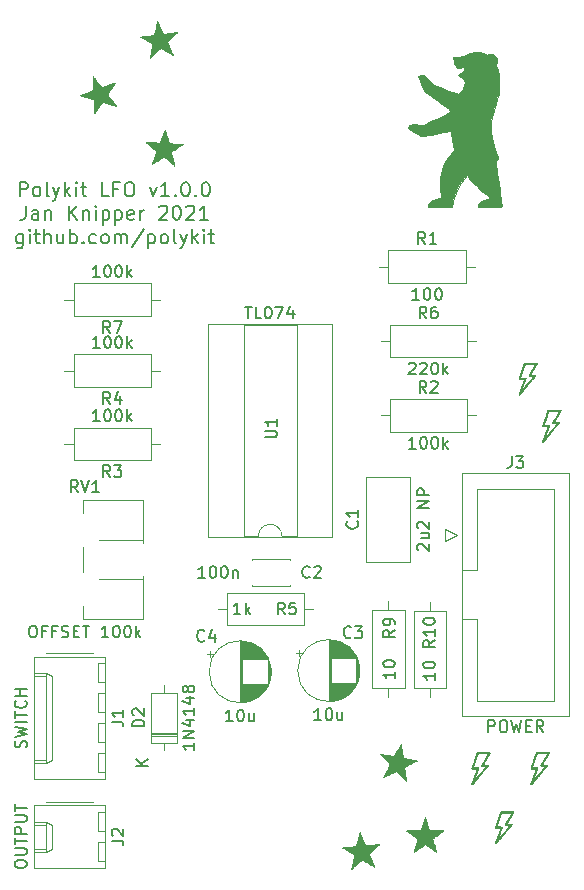
<source format=gbr>
%TF.GenerationSoftware,KiCad,Pcbnew,5.1.10-88a1d61d58~90~ubuntu21.04.1*%
%TF.CreationDate,2021-10-08T21:36:15+02:00*%
%TF.ProjectId,lfo,6c666f2e-6b69-4636-9164-5f7063625858,v1.0.0*%
%TF.SameCoordinates,Original*%
%TF.FileFunction,Legend,Top*%
%TF.FilePolarity,Positive*%
%FSLAX46Y46*%
G04 Gerber Fmt 4.6, Leading zero omitted, Abs format (unit mm)*
G04 Created by KiCad (PCBNEW 5.1.10-88a1d61d58~90~ubuntu21.04.1) date 2021-10-08 21:36:15*
%MOMM*%
%LPD*%
G01*
G04 APERTURE LIST*
%ADD10C,0.200000*%
%ADD11C,0.010000*%
%ADD12C,0.120000*%
%ADD13C,0.150000*%
G04 APERTURE END LIST*
D10*
X75971428Y-53542857D02*
X75971428Y-52342857D01*
X76428571Y-52342857D01*
X76542857Y-52400000D01*
X76600000Y-52457142D01*
X76657142Y-52571428D01*
X76657142Y-52742857D01*
X76600000Y-52857142D01*
X76542857Y-52914285D01*
X76428571Y-52971428D01*
X75971428Y-52971428D01*
X77342857Y-53542857D02*
X77228571Y-53485714D01*
X77171428Y-53428571D01*
X77114285Y-53314285D01*
X77114285Y-52971428D01*
X77171428Y-52857142D01*
X77228571Y-52800000D01*
X77342857Y-52742857D01*
X77514285Y-52742857D01*
X77628571Y-52800000D01*
X77685714Y-52857142D01*
X77742857Y-52971428D01*
X77742857Y-53314285D01*
X77685714Y-53428571D01*
X77628571Y-53485714D01*
X77514285Y-53542857D01*
X77342857Y-53542857D01*
X78428571Y-53542857D02*
X78314285Y-53485714D01*
X78257142Y-53371428D01*
X78257142Y-52342857D01*
X78771428Y-52742857D02*
X79057142Y-53542857D01*
X79342857Y-52742857D02*
X79057142Y-53542857D01*
X78942857Y-53828571D01*
X78885714Y-53885714D01*
X78771428Y-53942857D01*
X79800000Y-53542857D02*
X79800000Y-52342857D01*
X79914285Y-53085714D02*
X80257142Y-53542857D01*
X80257142Y-52742857D02*
X79800000Y-53200000D01*
X80771428Y-53542857D02*
X80771428Y-52742857D01*
X80771428Y-52342857D02*
X80714285Y-52400000D01*
X80771428Y-52457142D01*
X80828571Y-52400000D01*
X80771428Y-52342857D01*
X80771428Y-52457142D01*
X81171428Y-52742857D02*
X81628571Y-52742857D01*
X81342857Y-52342857D02*
X81342857Y-53371428D01*
X81400000Y-53485714D01*
X81514285Y-53542857D01*
X81628571Y-53542857D01*
X83514285Y-53542857D02*
X82942857Y-53542857D01*
X82942857Y-52342857D01*
X84314285Y-52914285D02*
X83914285Y-52914285D01*
X83914285Y-53542857D02*
X83914285Y-52342857D01*
X84485714Y-52342857D01*
X85171428Y-52342857D02*
X85400000Y-52342857D01*
X85514285Y-52400000D01*
X85628571Y-52514285D01*
X85685714Y-52742857D01*
X85685714Y-53142857D01*
X85628571Y-53371428D01*
X85514285Y-53485714D01*
X85400000Y-53542857D01*
X85171428Y-53542857D01*
X85057142Y-53485714D01*
X84942857Y-53371428D01*
X84885714Y-53142857D01*
X84885714Y-52742857D01*
X84942857Y-52514285D01*
X85057142Y-52400000D01*
X85171428Y-52342857D01*
X87000000Y-52742857D02*
X87285714Y-53542857D01*
X87571428Y-52742857D01*
X88657142Y-53542857D02*
X87971428Y-53542857D01*
X88314285Y-53542857D02*
X88314285Y-52342857D01*
X88200000Y-52514285D01*
X88085714Y-52628571D01*
X87971428Y-52685714D01*
X89171428Y-53428571D02*
X89228571Y-53485714D01*
X89171428Y-53542857D01*
X89114285Y-53485714D01*
X89171428Y-53428571D01*
X89171428Y-53542857D01*
X89971428Y-52342857D02*
X90085714Y-52342857D01*
X90200000Y-52400000D01*
X90257142Y-52457142D01*
X90314285Y-52571428D01*
X90371428Y-52800000D01*
X90371428Y-53085714D01*
X90314285Y-53314285D01*
X90257142Y-53428571D01*
X90200000Y-53485714D01*
X90085714Y-53542857D01*
X89971428Y-53542857D01*
X89857142Y-53485714D01*
X89800000Y-53428571D01*
X89742857Y-53314285D01*
X89685714Y-53085714D01*
X89685714Y-52800000D01*
X89742857Y-52571428D01*
X89800000Y-52457142D01*
X89857142Y-52400000D01*
X89971428Y-52342857D01*
X90885714Y-53428571D02*
X90942857Y-53485714D01*
X90885714Y-53542857D01*
X90828571Y-53485714D01*
X90885714Y-53428571D01*
X90885714Y-53542857D01*
X91685714Y-52342857D02*
X91800000Y-52342857D01*
X91914285Y-52400000D01*
X91971428Y-52457142D01*
X92028571Y-52571428D01*
X92085714Y-52800000D01*
X92085714Y-53085714D01*
X92028571Y-53314285D01*
X91971428Y-53428571D01*
X91914285Y-53485714D01*
X91800000Y-53542857D01*
X91685714Y-53542857D01*
X91571428Y-53485714D01*
X91514285Y-53428571D01*
X91457142Y-53314285D01*
X91400000Y-53085714D01*
X91400000Y-52800000D01*
X91457142Y-52571428D01*
X91514285Y-52457142D01*
X91571428Y-52400000D01*
X91685714Y-52342857D01*
X76485714Y-54342857D02*
X76485714Y-55200000D01*
X76428571Y-55371428D01*
X76314285Y-55485714D01*
X76142857Y-55542857D01*
X76028571Y-55542857D01*
X77571428Y-55542857D02*
X77571428Y-54914285D01*
X77514285Y-54800000D01*
X77400000Y-54742857D01*
X77171428Y-54742857D01*
X77057142Y-54800000D01*
X77571428Y-55485714D02*
X77457142Y-55542857D01*
X77171428Y-55542857D01*
X77057142Y-55485714D01*
X77000000Y-55371428D01*
X77000000Y-55257142D01*
X77057142Y-55142857D01*
X77171428Y-55085714D01*
X77457142Y-55085714D01*
X77571428Y-55028571D01*
X78142857Y-54742857D02*
X78142857Y-55542857D01*
X78142857Y-54857142D02*
X78200000Y-54800000D01*
X78314285Y-54742857D01*
X78485714Y-54742857D01*
X78600000Y-54800000D01*
X78657142Y-54914285D01*
X78657142Y-55542857D01*
X80142857Y-55542857D02*
X80142857Y-54342857D01*
X80828571Y-55542857D02*
X80314285Y-54857142D01*
X80828571Y-54342857D02*
X80142857Y-55028571D01*
X81342857Y-54742857D02*
X81342857Y-55542857D01*
X81342857Y-54857142D02*
X81400000Y-54800000D01*
X81514285Y-54742857D01*
X81685714Y-54742857D01*
X81800000Y-54800000D01*
X81857142Y-54914285D01*
X81857142Y-55542857D01*
X82428571Y-55542857D02*
X82428571Y-54742857D01*
X82428571Y-54342857D02*
X82371428Y-54400000D01*
X82428571Y-54457142D01*
X82485714Y-54400000D01*
X82428571Y-54342857D01*
X82428571Y-54457142D01*
X83000000Y-54742857D02*
X83000000Y-55942857D01*
X83000000Y-54800000D02*
X83114285Y-54742857D01*
X83342857Y-54742857D01*
X83457142Y-54800000D01*
X83514285Y-54857142D01*
X83571428Y-54971428D01*
X83571428Y-55314285D01*
X83514285Y-55428571D01*
X83457142Y-55485714D01*
X83342857Y-55542857D01*
X83114285Y-55542857D01*
X83000000Y-55485714D01*
X84085714Y-54742857D02*
X84085714Y-55942857D01*
X84085714Y-54800000D02*
X84200000Y-54742857D01*
X84428571Y-54742857D01*
X84542857Y-54800000D01*
X84600000Y-54857142D01*
X84657142Y-54971428D01*
X84657142Y-55314285D01*
X84600000Y-55428571D01*
X84542857Y-55485714D01*
X84428571Y-55542857D01*
X84200000Y-55542857D01*
X84085714Y-55485714D01*
X85628571Y-55485714D02*
X85514285Y-55542857D01*
X85285714Y-55542857D01*
X85171428Y-55485714D01*
X85114285Y-55371428D01*
X85114285Y-54914285D01*
X85171428Y-54800000D01*
X85285714Y-54742857D01*
X85514285Y-54742857D01*
X85628571Y-54800000D01*
X85685714Y-54914285D01*
X85685714Y-55028571D01*
X85114285Y-55142857D01*
X86200000Y-55542857D02*
X86200000Y-54742857D01*
X86200000Y-54971428D02*
X86257142Y-54857142D01*
X86314285Y-54800000D01*
X86428571Y-54742857D01*
X86542857Y-54742857D01*
X87800000Y-54457142D02*
X87857142Y-54400000D01*
X87971428Y-54342857D01*
X88257142Y-54342857D01*
X88371428Y-54400000D01*
X88428571Y-54457142D01*
X88485714Y-54571428D01*
X88485714Y-54685714D01*
X88428571Y-54857142D01*
X87742857Y-55542857D01*
X88485714Y-55542857D01*
X89228571Y-54342857D02*
X89342857Y-54342857D01*
X89457142Y-54400000D01*
X89514285Y-54457142D01*
X89571428Y-54571428D01*
X89628571Y-54800000D01*
X89628571Y-55085714D01*
X89571428Y-55314285D01*
X89514285Y-55428571D01*
X89457142Y-55485714D01*
X89342857Y-55542857D01*
X89228571Y-55542857D01*
X89114285Y-55485714D01*
X89057142Y-55428571D01*
X89000000Y-55314285D01*
X88942857Y-55085714D01*
X88942857Y-54800000D01*
X89000000Y-54571428D01*
X89057142Y-54457142D01*
X89114285Y-54400000D01*
X89228571Y-54342857D01*
X90085714Y-54457142D02*
X90142857Y-54400000D01*
X90257142Y-54342857D01*
X90542857Y-54342857D01*
X90657142Y-54400000D01*
X90714285Y-54457142D01*
X90771428Y-54571428D01*
X90771428Y-54685714D01*
X90714285Y-54857142D01*
X90028571Y-55542857D01*
X90771428Y-55542857D01*
X91914285Y-55542857D02*
X91228571Y-55542857D01*
X91571428Y-55542857D02*
X91571428Y-54342857D01*
X91457142Y-54514285D01*
X91342857Y-54628571D01*
X91228571Y-54685714D01*
X76257142Y-56742857D02*
X76257142Y-57714285D01*
X76200000Y-57828571D01*
X76142857Y-57885714D01*
X76028571Y-57942857D01*
X75857142Y-57942857D01*
X75742857Y-57885714D01*
X76257142Y-57485714D02*
X76142857Y-57542857D01*
X75914285Y-57542857D01*
X75800000Y-57485714D01*
X75742857Y-57428571D01*
X75685714Y-57314285D01*
X75685714Y-56971428D01*
X75742857Y-56857142D01*
X75800000Y-56800000D01*
X75914285Y-56742857D01*
X76142857Y-56742857D01*
X76257142Y-56800000D01*
X76828571Y-57542857D02*
X76828571Y-56742857D01*
X76828571Y-56342857D02*
X76771428Y-56400000D01*
X76828571Y-56457142D01*
X76885714Y-56400000D01*
X76828571Y-56342857D01*
X76828571Y-56457142D01*
X77228571Y-56742857D02*
X77685714Y-56742857D01*
X77400000Y-56342857D02*
X77400000Y-57371428D01*
X77457142Y-57485714D01*
X77571428Y-57542857D01*
X77685714Y-57542857D01*
X78085714Y-57542857D02*
X78085714Y-56342857D01*
X78600000Y-57542857D02*
X78600000Y-56914285D01*
X78542857Y-56800000D01*
X78428571Y-56742857D01*
X78257142Y-56742857D01*
X78142857Y-56800000D01*
X78085714Y-56857142D01*
X79685714Y-56742857D02*
X79685714Y-57542857D01*
X79171428Y-56742857D02*
X79171428Y-57371428D01*
X79228571Y-57485714D01*
X79342857Y-57542857D01*
X79514285Y-57542857D01*
X79628571Y-57485714D01*
X79685714Y-57428571D01*
X80257142Y-57542857D02*
X80257142Y-56342857D01*
X80257142Y-56800000D02*
X80371428Y-56742857D01*
X80600000Y-56742857D01*
X80714285Y-56800000D01*
X80771428Y-56857142D01*
X80828571Y-56971428D01*
X80828571Y-57314285D01*
X80771428Y-57428571D01*
X80714285Y-57485714D01*
X80600000Y-57542857D01*
X80371428Y-57542857D01*
X80257142Y-57485714D01*
X81342857Y-57428571D02*
X81400000Y-57485714D01*
X81342857Y-57542857D01*
X81285714Y-57485714D01*
X81342857Y-57428571D01*
X81342857Y-57542857D01*
X82428571Y-57485714D02*
X82314285Y-57542857D01*
X82085714Y-57542857D01*
X81971428Y-57485714D01*
X81914285Y-57428571D01*
X81857142Y-57314285D01*
X81857142Y-56971428D01*
X81914285Y-56857142D01*
X81971428Y-56800000D01*
X82085714Y-56742857D01*
X82314285Y-56742857D01*
X82428571Y-56800000D01*
X83114285Y-57542857D02*
X83000000Y-57485714D01*
X82942857Y-57428571D01*
X82885714Y-57314285D01*
X82885714Y-56971428D01*
X82942857Y-56857142D01*
X83000000Y-56800000D01*
X83114285Y-56742857D01*
X83285714Y-56742857D01*
X83400000Y-56800000D01*
X83457142Y-56857142D01*
X83514285Y-56971428D01*
X83514285Y-57314285D01*
X83457142Y-57428571D01*
X83400000Y-57485714D01*
X83285714Y-57542857D01*
X83114285Y-57542857D01*
X84028571Y-57542857D02*
X84028571Y-56742857D01*
X84028571Y-56857142D02*
X84085714Y-56800000D01*
X84200000Y-56742857D01*
X84371428Y-56742857D01*
X84485714Y-56800000D01*
X84542857Y-56914285D01*
X84542857Y-57542857D01*
X84542857Y-56914285D02*
X84600000Y-56800000D01*
X84714285Y-56742857D01*
X84885714Y-56742857D01*
X85000000Y-56800000D01*
X85057142Y-56914285D01*
X85057142Y-57542857D01*
X86485714Y-56285714D02*
X85457142Y-57828571D01*
X86885714Y-56742857D02*
X86885714Y-57942857D01*
X86885714Y-56800000D02*
X87000000Y-56742857D01*
X87228571Y-56742857D01*
X87342857Y-56800000D01*
X87400000Y-56857142D01*
X87457142Y-56971428D01*
X87457142Y-57314285D01*
X87400000Y-57428571D01*
X87342857Y-57485714D01*
X87228571Y-57542857D01*
X87000000Y-57542857D01*
X86885714Y-57485714D01*
X88142857Y-57542857D02*
X88028571Y-57485714D01*
X87971428Y-57428571D01*
X87914285Y-57314285D01*
X87914285Y-56971428D01*
X87971428Y-56857142D01*
X88028571Y-56800000D01*
X88142857Y-56742857D01*
X88314285Y-56742857D01*
X88428571Y-56800000D01*
X88485714Y-56857142D01*
X88542857Y-56971428D01*
X88542857Y-57314285D01*
X88485714Y-57428571D01*
X88428571Y-57485714D01*
X88314285Y-57542857D01*
X88142857Y-57542857D01*
X89228571Y-57542857D02*
X89114285Y-57485714D01*
X89057142Y-57371428D01*
X89057142Y-56342857D01*
X89571428Y-56742857D02*
X89857142Y-57542857D01*
X90142857Y-56742857D02*
X89857142Y-57542857D01*
X89742857Y-57828571D01*
X89685714Y-57885714D01*
X89571428Y-57942857D01*
X90600000Y-57542857D02*
X90600000Y-56342857D01*
X90714285Y-57085714D02*
X91057142Y-57542857D01*
X91057142Y-56742857D02*
X90600000Y-57200000D01*
X91571428Y-57542857D02*
X91571428Y-56742857D01*
X91571428Y-56342857D02*
X91514285Y-56400000D01*
X91571428Y-56457142D01*
X91628571Y-56400000D01*
X91571428Y-56342857D01*
X91571428Y-56457142D01*
X91971428Y-56742857D02*
X92428571Y-56742857D01*
X92142857Y-56342857D02*
X92142857Y-57371428D01*
X92200000Y-57485714D01*
X92314285Y-57542857D01*
X92428571Y-57542857D01*
D11*
%TO.C,G\u002A\u002A\u002A*%
G36*
X88284004Y-47924695D02*
G01*
X88297129Y-47966938D01*
X88316414Y-48033150D01*
X88340910Y-48119958D01*
X88369665Y-48223992D01*
X88401730Y-48341881D01*
X88436155Y-48470252D01*
X88439432Y-48482564D01*
X88591662Y-49054856D01*
X89191442Y-49086311D01*
X89343488Y-49094662D01*
X89476836Y-49102751D01*
X89589215Y-49110402D01*
X89678357Y-49117440D01*
X89741992Y-49123689D01*
X89777850Y-49128975D01*
X89785169Y-49132160D01*
X89770885Y-49143808D01*
X89732912Y-49170595D01*
X89674274Y-49210499D01*
X89597993Y-49261500D01*
X89507094Y-49321575D01*
X89404600Y-49388700D01*
X89296133Y-49459176D01*
X89185057Y-49531442D01*
X89082512Y-49598869D01*
X88991549Y-49659397D01*
X88915212Y-49710967D01*
X88856553Y-49751523D01*
X88818618Y-49779002D01*
X88804505Y-49791221D01*
X88806240Y-49811059D01*
X88815441Y-49857418D01*
X88831135Y-49926205D01*
X88852350Y-50013334D01*
X88878113Y-50114714D01*
X88907453Y-50226259D01*
X88911942Y-50243021D01*
X88956838Y-50410449D01*
X88994022Y-50549709D01*
X89024096Y-50663274D01*
X89047663Y-50753618D01*
X89065327Y-50823216D01*
X89077690Y-50874540D01*
X89085357Y-50910062D01*
X89088928Y-50932260D01*
X89089008Y-50943604D01*
X89086200Y-50946569D01*
X89083121Y-50945181D01*
X89067100Y-50932707D01*
X89029306Y-50902561D01*
X88972627Y-50857067D01*
X88899950Y-50798551D01*
X88814164Y-50729339D01*
X88718157Y-50651754D01*
X88618586Y-50571174D01*
X88515745Y-50488177D01*
X88420484Y-50411840D01*
X88335651Y-50344405D01*
X88264095Y-50288114D01*
X88208664Y-50245208D01*
X88172209Y-50217928D01*
X88157645Y-50208516D01*
X88141556Y-50216707D01*
X88101957Y-50240338D01*
X88041917Y-50277481D01*
X87964501Y-50326205D01*
X87872780Y-50384581D01*
X87769817Y-50450677D01*
X87660979Y-50521071D01*
X87549649Y-50593286D01*
X87446361Y-50660186D01*
X87354231Y-50719763D01*
X87276372Y-50770007D01*
X87215896Y-50808908D01*
X87175919Y-50834458D01*
X87159685Y-50844575D01*
X87153697Y-50837590D01*
X87160503Y-50804970D01*
X87173856Y-50765056D01*
X87187788Y-50727743D01*
X87211427Y-50665318D01*
X87243050Y-50582294D01*
X87280935Y-50483182D01*
X87323359Y-50372494D01*
X87368600Y-50254738D01*
X87385559Y-50210669D01*
X87429379Y-50095700D01*
X87468896Y-49989803D01*
X87502780Y-49896714D01*
X87529705Y-49820169D01*
X87548343Y-49763907D01*
X87557363Y-49731664D01*
X87557882Y-49725799D01*
X87544402Y-49711513D01*
X87508927Y-49679756D01*
X87454261Y-49632883D01*
X87383211Y-49573248D01*
X87298579Y-49503205D01*
X87203173Y-49425108D01*
X87099848Y-49341353D01*
X86996871Y-49257943D01*
X86902177Y-49180608D01*
X86818513Y-49111634D01*
X86748620Y-49053315D01*
X86695242Y-49007936D01*
X86661124Y-48977790D01*
X86649009Y-48965164D01*
X86649008Y-48965123D01*
X86664427Y-48963230D01*
X86708087Y-48963021D01*
X86776529Y-48964388D01*
X86866297Y-48967219D01*
X86973931Y-48971402D01*
X87095974Y-48976827D01*
X87228968Y-48983381D01*
X87248104Y-48984374D01*
X87846569Y-49015626D01*
X88057673Y-48462466D01*
X88105559Y-48337624D01*
X88150125Y-48222661D01*
X88190073Y-48120829D01*
X88224105Y-48035384D01*
X88250926Y-47969580D01*
X88269238Y-47926667D01*
X88277744Y-47909904D01*
X88277988Y-47909789D01*
X88284004Y-47924695D01*
G37*
X88284004Y-47924695D02*
X88297129Y-47966938D01*
X88316414Y-48033150D01*
X88340910Y-48119958D01*
X88369665Y-48223992D01*
X88401730Y-48341881D01*
X88436155Y-48470252D01*
X88439432Y-48482564D01*
X88591662Y-49054856D01*
X89191442Y-49086311D01*
X89343488Y-49094662D01*
X89476836Y-49102751D01*
X89589215Y-49110402D01*
X89678357Y-49117440D01*
X89741992Y-49123689D01*
X89777850Y-49128975D01*
X89785169Y-49132160D01*
X89770885Y-49143808D01*
X89732912Y-49170595D01*
X89674274Y-49210499D01*
X89597993Y-49261500D01*
X89507094Y-49321575D01*
X89404600Y-49388700D01*
X89296133Y-49459176D01*
X89185057Y-49531442D01*
X89082512Y-49598869D01*
X88991549Y-49659397D01*
X88915212Y-49710967D01*
X88856553Y-49751523D01*
X88818618Y-49779002D01*
X88804505Y-49791221D01*
X88806240Y-49811059D01*
X88815441Y-49857418D01*
X88831135Y-49926205D01*
X88852350Y-50013334D01*
X88878113Y-50114714D01*
X88907453Y-50226259D01*
X88911942Y-50243021D01*
X88956838Y-50410449D01*
X88994022Y-50549709D01*
X89024096Y-50663274D01*
X89047663Y-50753618D01*
X89065327Y-50823216D01*
X89077690Y-50874540D01*
X89085357Y-50910062D01*
X89088928Y-50932260D01*
X89089008Y-50943604D01*
X89086200Y-50946569D01*
X89083121Y-50945181D01*
X89067100Y-50932707D01*
X89029306Y-50902561D01*
X88972627Y-50857067D01*
X88899950Y-50798551D01*
X88814164Y-50729339D01*
X88718157Y-50651754D01*
X88618586Y-50571174D01*
X88515745Y-50488177D01*
X88420484Y-50411840D01*
X88335651Y-50344405D01*
X88264095Y-50288114D01*
X88208664Y-50245208D01*
X88172209Y-50217928D01*
X88157645Y-50208516D01*
X88141556Y-50216707D01*
X88101957Y-50240338D01*
X88041917Y-50277481D01*
X87964501Y-50326205D01*
X87872780Y-50384581D01*
X87769817Y-50450677D01*
X87660979Y-50521071D01*
X87549649Y-50593286D01*
X87446361Y-50660186D01*
X87354231Y-50719763D01*
X87276372Y-50770007D01*
X87215896Y-50808908D01*
X87175919Y-50834458D01*
X87159685Y-50844575D01*
X87153697Y-50837590D01*
X87160503Y-50804970D01*
X87173856Y-50765056D01*
X87187788Y-50727743D01*
X87211427Y-50665318D01*
X87243050Y-50582294D01*
X87280935Y-50483182D01*
X87323359Y-50372494D01*
X87368600Y-50254738D01*
X87385559Y-50210669D01*
X87429379Y-50095700D01*
X87468896Y-49989803D01*
X87502780Y-49896714D01*
X87529705Y-49820169D01*
X87548343Y-49763907D01*
X87557363Y-49731664D01*
X87557882Y-49725799D01*
X87544402Y-49711513D01*
X87508927Y-49679756D01*
X87454261Y-49632883D01*
X87383211Y-49573248D01*
X87298579Y-49503205D01*
X87203173Y-49425108D01*
X87099848Y-49341353D01*
X86996871Y-49257943D01*
X86902177Y-49180608D01*
X86818513Y-49111634D01*
X86748620Y-49053315D01*
X86695242Y-49007936D01*
X86661124Y-48977790D01*
X86649009Y-48965164D01*
X86649008Y-48965123D01*
X86664427Y-48963230D01*
X86708087Y-48963021D01*
X86776529Y-48964388D01*
X86866297Y-48967219D01*
X86973931Y-48971402D01*
X87095974Y-48976827D01*
X87228968Y-48983381D01*
X87248104Y-48984374D01*
X87846569Y-49015626D01*
X88057673Y-48462466D01*
X88105559Y-48337624D01*
X88150125Y-48222661D01*
X88190073Y-48120829D01*
X88224105Y-48035384D01*
X88250926Y-47969580D01*
X88269238Y-47926667D01*
X88277744Y-47909904D01*
X88277988Y-47909789D01*
X88284004Y-47924695D01*
G36*
X82200878Y-43409151D02*
G01*
X82229466Y-43442909D01*
X82273089Y-43496322D01*
X82329557Y-43566657D01*
X82396675Y-43651185D01*
X82472253Y-43747174D01*
X82554100Y-43851890D01*
X82561927Y-43861942D01*
X82925668Y-44329259D01*
X83490059Y-44123861D01*
X83633281Y-44072139D01*
X83759189Y-44027481D01*
X83865624Y-43990614D01*
X83950430Y-43962262D01*
X84011448Y-43943150D01*
X84046520Y-43934005D01*
X84054503Y-43934077D01*
X84045905Y-43950380D01*
X84021417Y-43989875D01*
X83983033Y-44049518D01*
X83932743Y-44126270D01*
X83872543Y-44217087D01*
X83804425Y-44318924D01*
X83732118Y-44426179D01*
X83658108Y-44536101D01*
X83590061Y-44638234D01*
X83529979Y-44729493D01*
X83479861Y-44806791D01*
X83441712Y-44867043D01*
X83417529Y-44907160D01*
X83409312Y-44923923D01*
X83418660Y-44941506D01*
X83445244Y-44980583D01*
X83486568Y-45037770D01*
X83540140Y-45109684D01*
X83603467Y-45192938D01*
X83674058Y-45284151D01*
X83684741Y-45297826D01*
X83791487Y-45434403D01*
X83880128Y-45548063D01*
X83952185Y-45640850D01*
X84009179Y-45714804D01*
X84052632Y-45771967D01*
X84084067Y-45814380D01*
X84105004Y-45844083D01*
X84116964Y-45863121D01*
X84121470Y-45873531D01*
X84120044Y-45877358D01*
X84116667Y-45877283D01*
X84097046Y-45872061D01*
X84050477Y-45859079D01*
X83980528Y-45839348D01*
X83890765Y-45813881D01*
X83784755Y-45783690D01*
X83666066Y-45749785D01*
X83542925Y-45714517D01*
X83415829Y-45678301D01*
X83298314Y-45645254D01*
X83193875Y-45616326D01*
X83106013Y-45592469D01*
X83038224Y-45574633D01*
X82994008Y-45563766D01*
X82976925Y-45560792D01*
X82965314Y-45574618D01*
X82938097Y-45611844D01*
X82897343Y-45669494D01*
X82845120Y-45744593D01*
X82783498Y-45834167D01*
X82714547Y-45935239D01*
X82641866Y-46042564D01*
X82567603Y-46152538D01*
X82498666Y-46254477D01*
X82437138Y-46345316D01*
X82385100Y-46421988D01*
X82344631Y-46481427D01*
X82317816Y-46520566D01*
X82306825Y-46536222D01*
X82298585Y-46532131D01*
X82292104Y-46499446D01*
X82288799Y-46457487D01*
X82287044Y-46417696D01*
X82284413Y-46350998D01*
X82281082Y-46262218D01*
X82277229Y-46156182D01*
X82273032Y-46037716D01*
X82268665Y-45911645D01*
X82267057Y-45864453D01*
X82262471Y-45741501D01*
X82257470Y-45628582D01*
X82252288Y-45529653D01*
X82247164Y-45448673D01*
X82242336Y-45389601D01*
X82238041Y-45356396D01*
X82236227Y-45350795D01*
X82218237Y-45342911D01*
X82173173Y-45327541D01*
X82104538Y-45305754D01*
X82015835Y-45278621D01*
X81910563Y-45247214D01*
X81792226Y-45212603D01*
X81664389Y-45175879D01*
X81537008Y-45139336D01*
X81419625Y-45105148D01*
X81315661Y-45074348D01*
X81228537Y-45047974D01*
X81161671Y-45027059D01*
X81118486Y-45012640D01*
X81102401Y-45005752D01*
X81102385Y-45005715D01*
X81115838Y-44997947D01*
X81155946Y-44980696D01*
X81219481Y-44955212D01*
X81303219Y-44922742D01*
X81403931Y-44884537D01*
X81518392Y-44841844D01*
X81643375Y-44795913D01*
X81661377Y-44789350D01*
X82224478Y-44584278D01*
X82202663Y-43992607D01*
X82197963Y-43858979D01*
X82194067Y-43735742D01*
X82191050Y-43626396D01*
X82188991Y-43534446D01*
X82187968Y-43463393D01*
X82188057Y-43416737D01*
X82189337Y-43397982D01*
X82189517Y-43397781D01*
X82200878Y-43409151D01*
G37*
X82200878Y-43409151D02*
X82229466Y-43442909D01*
X82273089Y-43496322D01*
X82329557Y-43566657D01*
X82396675Y-43651185D01*
X82472253Y-43747174D01*
X82554100Y-43851890D01*
X82561927Y-43861942D01*
X82925668Y-44329259D01*
X83490059Y-44123861D01*
X83633281Y-44072139D01*
X83759189Y-44027481D01*
X83865624Y-43990614D01*
X83950430Y-43962262D01*
X84011448Y-43943150D01*
X84046520Y-43934005D01*
X84054503Y-43934077D01*
X84045905Y-43950380D01*
X84021417Y-43989875D01*
X83983033Y-44049518D01*
X83932743Y-44126270D01*
X83872543Y-44217087D01*
X83804425Y-44318924D01*
X83732118Y-44426179D01*
X83658108Y-44536101D01*
X83590061Y-44638234D01*
X83529979Y-44729493D01*
X83479861Y-44806791D01*
X83441712Y-44867043D01*
X83417529Y-44907160D01*
X83409312Y-44923923D01*
X83418660Y-44941506D01*
X83445244Y-44980583D01*
X83486568Y-45037770D01*
X83540140Y-45109684D01*
X83603467Y-45192938D01*
X83674058Y-45284151D01*
X83684741Y-45297826D01*
X83791487Y-45434403D01*
X83880128Y-45548063D01*
X83952185Y-45640850D01*
X84009179Y-45714804D01*
X84052632Y-45771967D01*
X84084067Y-45814380D01*
X84105004Y-45844083D01*
X84116964Y-45863121D01*
X84121470Y-45873531D01*
X84120044Y-45877358D01*
X84116667Y-45877283D01*
X84097046Y-45872061D01*
X84050477Y-45859079D01*
X83980528Y-45839348D01*
X83890765Y-45813881D01*
X83784755Y-45783690D01*
X83666066Y-45749785D01*
X83542925Y-45714517D01*
X83415829Y-45678301D01*
X83298314Y-45645254D01*
X83193875Y-45616326D01*
X83106013Y-45592469D01*
X83038224Y-45574633D01*
X82994008Y-45563766D01*
X82976925Y-45560792D01*
X82965314Y-45574618D01*
X82938097Y-45611844D01*
X82897343Y-45669494D01*
X82845120Y-45744593D01*
X82783498Y-45834167D01*
X82714547Y-45935239D01*
X82641866Y-46042564D01*
X82567603Y-46152538D01*
X82498666Y-46254477D01*
X82437138Y-46345316D01*
X82385100Y-46421988D01*
X82344631Y-46481427D01*
X82317816Y-46520566D01*
X82306825Y-46536222D01*
X82298585Y-46532131D01*
X82292104Y-46499446D01*
X82288799Y-46457487D01*
X82287044Y-46417696D01*
X82284413Y-46350998D01*
X82281082Y-46262218D01*
X82277229Y-46156182D01*
X82273032Y-46037716D01*
X82268665Y-45911645D01*
X82267057Y-45864453D01*
X82262471Y-45741501D01*
X82257470Y-45628582D01*
X82252288Y-45529653D01*
X82247164Y-45448673D01*
X82242336Y-45389601D01*
X82238041Y-45356396D01*
X82236227Y-45350795D01*
X82218237Y-45342911D01*
X82173173Y-45327541D01*
X82104538Y-45305754D01*
X82015835Y-45278621D01*
X81910563Y-45247214D01*
X81792226Y-45212603D01*
X81664389Y-45175879D01*
X81537008Y-45139336D01*
X81419625Y-45105148D01*
X81315661Y-45074348D01*
X81228537Y-45047974D01*
X81161671Y-45027059D01*
X81118486Y-45012640D01*
X81102401Y-45005752D01*
X81102385Y-45005715D01*
X81115838Y-44997947D01*
X81155946Y-44980696D01*
X81219481Y-44955212D01*
X81303219Y-44922742D01*
X81403931Y-44884537D01*
X81518392Y-44841844D01*
X81643375Y-44795913D01*
X81661377Y-44789350D01*
X82224478Y-44584278D01*
X82202663Y-43992607D01*
X82197963Y-43858979D01*
X82194067Y-43735742D01*
X82191050Y-43626396D01*
X82188991Y-43534446D01*
X82187968Y-43463393D01*
X82188057Y-43416737D01*
X82189337Y-43397982D01*
X82189517Y-43397781D01*
X82200878Y-43409151D01*
G36*
X87626543Y-38732521D02*
G01*
X87646805Y-38771844D01*
X87677294Y-38833701D01*
X87716493Y-38914936D01*
X87762876Y-39012396D01*
X87814925Y-39122926D01*
X87871118Y-39243369D01*
X87876483Y-39254925D01*
X88125778Y-39792088D01*
X88721908Y-39718915D01*
X88873095Y-39700736D01*
X89005821Y-39685547D01*
X89117822Y-39673567D01*
X89206831Y-39665019D01*
X89270585Y-39660123D01*
X89306816Y-39659102D01*
X89314577Y-39660968D01*
X89302532Y-39674918D01*
X89269788Y-39707893D01*
X89218970Y-39757373D01*
X89152704Y-39820845D01*
X89073618Y-39895792D01*
X88984338Y-39979695D01*
X88889756Y-40067936D01*
X88792916Y-40158392D01*
X88703638Y-40242601D01*
X88624567Y-40318005D01*
X88558346Y-40382048D01*
X88507620Y-40432173D01*
X88475033Y-40465823D01*
X88463256Y-40480307D01*
X88468409Y-40499542D01*
X88485521Y-40543598D01*
X88512922Y-40608615D01*
X88548943Y-40690737D01*
X88591920Y-40786103D01*
X88640183Y-40890858D01*
X88647515Y-40906586D01*
X88720803Y-41063674D01*
X88781604Y-41194361D01*
X88830941Y-41300979D01*
X88869838Y-41385859D01*
X88899319Y-41451332D01*
X88920407Y-41499729D01*
X88934126Y-41533381D01*
X88941497Y-41554621D01*
X88943546Y-41565778D01*
X88941296Y-41569186D01*
X88938022Y-41568354D01*
X88920078Y-41558851D01*
X88877623Y-41535726D01*
X88813906Y-41500766D01*
X88732172Y-41455759D01*
X88635671Y-41402495D01*
X88527650Y-41342760D01*
X88415599Y-41280695D01*
X88299908Y-41216817D01*
X88192838Y-41158181D01*
X88097584Y-41106502D01*
X88017340Y-41063491D01*
X87955301Y-41030863D01*
X87914663Y-41010328D01*
X87898686Y-41003588D01*
X87884263Y-41014448D01*
X87849369Y-41044597D01*
X87796691Y-41091601D01*
X87728913Y-41153028D01*
X87648721Y-41226444D01*
X87558801Y-41309415D01*
X87463840Y-41397640D01*
X87366741Y-41488089D01*
X87276640Y-41571909D01*
X87196254Y-41646579D01*
X87128303Y-41709579D01*
X87075501Y-41758391D01*
X87040568Y-41790495D01*
X87026338Y-41803277D01*
X87019228Y-41797438D01*
X87020266Y-41764133D01*
X87026485Y-41722505D01*
X87033726Y-41683340D01*
X87046165Y-41617759D01*
X87062892Y-41530505D01*
X87082990Y-41426320D01*
X87105549Y-41309947D01*
X87129655Y-41186124D01*
X87138703Y-41139780D01*
X87161893Y-41018948D01*
X87182422Y-40907798D01*
X87199626Y-40810239D01*
X87212850Y-40730181D01*
X87221434Y-40671537D01*
X87224719Y-40638217D01*
X87224212Y-40632352D01*
X87208456Y-40620623D01*
X87168005Y-40595510D01*
X87106030Y-40558841D01*
X87025704Y-40512450D01*
X86930195Y-40458167D01*
X86822677Y-40397823D01*
X86706377Y-40333284D01*
X86590481Y-40269023D01*
X86483797Y-40209305D01*
X86389426Y-40155908D01*
X86310468Y-40110611D01*
X86250021Y-40075191D01*
X86211187Y-40051427D01*
X86197064Y-40041097D01*
X86197056Y-40041057D01*
X86211912Y-40036515D01*
X86254872Y-40028728D01*
X86322512Y-40018189D01*
X86411408Y-40005389D01*
X86518132Y-39990818D01*
X86639264Y-39974968D01*
X86771375Y-39958328D01*
X86790392Y-39955983D01*
X87385193Y-39882838D01*
X87497034Y-39301424D01*
X87522514Y-39170164D01*
X87546440Y-39049208D01*
X87568098Y-38941987D01*
X87586776Y-38851930D01*
X87601763Y-38782468D01*
X87612345Y-38737028D01*
X87617811Y-38719041D01*
X87618031Y-38718886D01*
X87626543Y-38732521D01*
G37*
X87626543Y-38732521D02*
X87646805Y-38771844D01*
X87677294Y-38833701D01*
X87716493Y-38914936D01*
X87762876Y-39012396D01*
X87814925Y-39122926D01*
X87871118Y-39243369D01*
X87876483Y-39254925D01*
X88125778Y-39792088D01*
X88721908Y-39718915D01*
X88873095Y-39700736D01*
X89005821Y-39685547D01*
X89117822Y-39673567D01*
X89206831Y-39665019D01*
X89270585Y-39660123D01*
X89306816Y-39659102D01*
X89314577Y-39660968D01*
X89302532Y-39674918D01*
X89269788Y-39707893D01*
X89218970Y-39757373D01*
X89152704Y-39820845D01*
X89073618Y-39895792D01*
X88984338Y-39979695D01*
X88889756Y-40067936D01*
X88792916Y-40158392D01*
X88703638Y-40242601D01*
X88624567Y-40318005D01*
X88558346Y-40382048D01*
X88507620Y-40432173D01*
X88475033Y-40465823D01*
X88463256Y-40480307D01*
X88468409Y-40499542D01*
X88485521Y-40543598D01*
X88512922Y-40608615D01*
X88548943Y-40690737D01*
X88591920Y-40786103D01*
X88640183Y-40890858D01*
X88647515Y-40906586D01*
X88720803Y-41063674D01*
X88781604Y-41194361D01*
X88830941Y-41300979D01*
X88869838Y-41385859D01*
X88899319Y-41451332D01*
X88920407Y-41499729D01*
X88934126Y-41533381D01*
X88941497Y-41554621D01*
X88943546Y-41565778D01*
X88941296Y-41569186D01*
X88938022Y-41568354D01*
X88920078Y-41558851D01*
X88877623Y-41535726D01*
X88813906Y-41500766D01*
X88732172Y-41455759D01*
X88635671Y-41402495D01*
X88527650Y-41342760D01*
X88415599Y-41280695D01*
X88299908Y-41216817D01*
X88192838Y-41158181D01*
X88097584Y-41106502D01*
X88017340Y-41063491D01*
X87955301Y-41030863D01*
X87914663Y-41010328D01*
X87898686Y-41003588D01*
X87884263Y-41014448D01*
X87849369Y-41044597D01*
X87796691Y-41091601D01*
X87728913Y-41153028D01*
X87648721Y-41226444D01*
X87558801Y-41309415D01*
X87463840Y-41397640D01*
X87366741Y-41488089D01*
X87276640Y-41571909D01*
X87196254Y-41646579D01*
X87128303Y-41709579D01*
X87075501Y-41758391D01*
X87040568Y-41790495D01*
X87026338Y-41803277D01*
X87019228Y-41797438D01*
X87020266Y-41764133D01*
X87026485Y-41722505D01*
X87033726Y-41683340D01*
X87046165Y-41617759D01*
X87062892Y-41530505D01*
X87082990Y-41426320D01*
X87105549Y-41309947D01*
X87129655Y-41186124D01*
X87138703Y-41139780D01*
X87161893Y-41018948D01*
X87182422Y-40907798D01*
X87199626Y-40810239D01*
X87212850Y-40730181D01*
X87221434Y-40671537D01*
X87224719Y-40638217D01*
X87224212Y-40632352D01*
X87208456Y-40620623D01*
X87168005Y-40595510D01*
X87106030Y-40558841D01*
X87025704Y-40512450D01*
X86930195Y-40458167D01*
X86822677Y-40397823D01*
X86706377Y-40333284D01*
X86590481Y-40269023D01*
X86483797Y-40209305D01*
X86389426Y-40155908D01*
X86310468Y-40110611D01*
X86250021Y-40075191D01*
X86211187Y-40051427D01*
X86197064Y-40041097D01*
X86197056Y-40041057D01*
X86211912Y-40036515D01*
X86254872Y-40028728D01*
X86322512Y-40018189D01*
X86411408Y-40005389D01*
X86518132Y-39990818D01*
X86639264Y-39974968D01*
X86771375Y-39958328D01*
X86790392Y-39955983D01*
X87385193Y-39882838D01*
X87497034Y-39301424D01*
X87522514Y-39170164D01*
X87546440Y-39049208D01*
X87568098Y-38941987D01*
X87586776Y-38851930D01*
X87601763Y-38782468D01*
X87612345Y-38737028D01*
X87617811Y-38719041D01*
X87618031Y-38718886D01*
X87626543Y-38732521D01*
G36*
X104777863Y-107427361D02*
G01*
X104796740Y-107467367D01*
X104825052Y-107530251D01*
X104861392Y-107612805D01*
X104904345Y-107711824D01*
X104952505Y-107824103D01*
X105004461Y-107946434D01*
X105009419Y-107958170D01*
X105239816Y-108503706D01*
X105838136Y-108451382D01*
X105989865Y-108438491D01*
X106123041Y-108427943D01*
X106235391Y-108419879D01*
X106324645Y-108414442D01*
X106388531Y-108411774D01*
X106424775Y-108412018D01*
X106432466Y-108414154D01*
X106419942Y-108427676D01*
X106386067Y-108459487D01*
X106333553Y-108507164D01*
X106265113Y-108568284D01*
X106183459Y-108640425D01*
X106091305Y-108721162D01*
X105993701Y-108806048D01*
X105893764Y-108893069D01*
X105801601Y-108974111D01*
X105719947Y-109046710D01*
X105651530Y-109108403D01*
X105599087Y-109156728D01*
X105565345Y-109189219D01*
X105553069Y-109203283D01*
X105557548Y-109222687D01*
X105573112Y-109267313D01*
X105598227Y-109333247D01*
X105631361Y-109416575D01*
X105670983Y-109513384D01*
X105715561Y-109619759D01*
X105722340Y-109635733D01*
X105790100Y-109795283D01*
X105846303Y-109928013D01*
X105891889Y-110036288D01*
X105927801Y-110122473D01*
X105954979Y-110188935D01*
X105974365Y-110238039D01*
X105986901Y-110272149D01*
X105993526Y-110293633D01*
X105995185Y-110304855D01*
X105992817Y-110308182D01*
X105989574Y-110307236D01*
X105971973Y-110297114D01*
X105930351Y-110272521D01*
X105867892Y-110235358D01*
X105787779Y-110187526D01*
X105693196Y-110130926D01*
X105587325Y-110067458D01*
X105477508Y-110001520D01*
X105364117Y-109933644D01*
X105259159Y-109871307D01*
X105165766Y-109816335D01*
X105087072Y-109770550D01*
X105026210Y-109735776D01*
X104986313Y-109713836D01*
X104970581Y-109706543D01*
X104955788Y-109716892D01*
X104919863Y-109745805D01*
X104865577Y-109790942D01*
X104795696Y-109849967D01*
X104712991Y-109920539D01*
X104620230Y-110000322D01*
X104522248Y-110085178D01*
X104422051Y-110172184D01*
X104329079Y-110252808D01*
X104246137Y-110324627D01*
X104176028Y-110385218D01*
X104121555Y-110432157D01*
X104085523Y-110463022D01*
X104070855Y-110475300D01*
X104063954Y-110469217D01*
X104066153Y-110435967D01*
X104073822Y-110394583D01*
X104082425Y-110355694D01*
X104097146Y-110290587D01*
X104116907Y-110203970D01*
X104140629Y-110100550D01*
X104167236Y-109985035D01*
X104195648Y-109862129D01*
X104206308Y-109816128D01*
X104233701Y-109696179D01*
X104258096Y-109585813D01*
X104278695Y-109488914D01*
X104294705Y-109409367D01*
X104305330Y-109351058D01*
X104309776Y-109317874D01*
X104309473Y-109311994D01*
X104294137Y-109299723D01*
X104254587Y-109273213D01*
X104193929Y-109234404D01*
X104115271Y-109185237D01*
X104021715Y-109127654D01*
X103916368Y-109063595D01*
X103802392Y-108995035D01*
X103688809Y-108926769D01*
X103584274Y-108863365D01*
X103491824Y-108806707D01*
X103414495Y-108758681D01*
X103355321Y-108721173D01*
X103317340Y-108696069D01*
X103303586Y-108685252D01*
X103303579Y-108685212D01*
X103318585Y-108681191D01*
X103361791Y-108674908D01*
X103429757Y-108666736D01*
X103519045Y-108657047D01*
X103626214Y-108646209D01*
X103747824Y-108634596D01*
X103880436Y-108622577D01*
X103899523Y-108620897D01*
X104496514Y-108568555D01*
X104628578Y-107991398D01*
X104658624Y-107861107D01*
X104686756Y-107741060D01*
X104712143Y-107634660D01*
X104733953Y-107545310D01*
X104751355Y-107476413D01*
X104763516Y-107431370D01*
X104769606Y-107413585D01*
X104769832Y-107413438D01*
X104777863Y-107427361D01*
G37*
X104777863Y-107427361D02*
X104796740Y-107467367D01*
X104825052Y-107530251D01*
X104861392Y-107612805D01*
X104904345Y-107711824D01*
X104952505Y-107824103D01*
X105004461Y-107946434D01*
X105009419Y-107958170D01*
X105239816Y-108503706D01*
X105838136Y-108451382D01*
X105989865Y-108438491D01*
X106123041Y-108427943D01*
X106235391Y-108419879D01*
X106324645Y-108414442D01*
X106388531Y-108411774D01*
X106424775Y-108412018D01*
X106432466Y-108414154D01*
X106419942Y-108427676D01*
X106386067Y-108459487D01*
X106333553Y-108507164D01*
X106265113Y-108568284D01*
X106183459Y-108640425D01*
X106091305Y-108721162D01*
X105993701Y-108806048D01*
X105893764Y-108893069D01*
X105801601Y-108974111D01*
X105719947Y-109046710D01*
X105651530Y-109108403D01*
X105599087Y-109156728D01*
X105565345Y-109189219D01*
X105553069Y-109203283D01*
X105557548Y-109222687D01*
X105573112Y-109267313D01*
X105598227Y-109333247D01*
X105631361Y-109416575D01*
X105670983Y-109513384D01*
X105715561Y-109619759D01*
X105722340Y-109635733D01*
X105790100Y-109795283D01*
X105846303Y-109928013D01*
X105891889Y-110036288D01*
X105927801Y-110122473D01*
X105954979Y-110188935D01*
X105974365Y-110238039D01*
X105986901Y-110272149D01*
X105993526Y-110293633D01*
X105995185Y-110304855D01*
X105992817Y-110308182D01*
X105989574Y-110307236D01*
X105971973Y-110297114D01*
X105930351Y-110272521D01*
X105867892Y-110235358D01*
X105787779Y-110187526D01*
X105693196Y-110130926D01*
X105587325Y-110067458D01*
X105477508Y-110001520D01*
X105364117Y-109933644D01*
X105259159Y-109871307D01*
X105165766Y-109816335D01*
X105087072Y-109770550D01*
X105026210Y-109735776D01*
X104986313Y-109713836D01*
X104970581Y-109706543D01*
X104955788Y-109716892D01*
X104919863Y-109745805D01*
X104865577Y-109790942D01*
X104795696Y-109849967D01*
X104712991Y-109920539D01*
X104620230Y-110000322D01*
X104522248Y-110085178D01*
X104422051Y-110172184D01*
X104329079Y-110252808D01*
X104246137Y-110324627D01*
X104176028Y-110385218D01*
X104121555Y-110432157D01*
X104085523Y-110463022D01*
X104070855Y-110475300D01*
X104063954Y-110469217D01*
X104066153Y-110435967D01*
X104073822Y-110394583D01*
X104082425Y-110355694D01*
X104097146Y-110290587D01*
X104116907Y-110203970D01*
X104140629Y-110100550D01*
X104167236Y-109985035D01*
X104195648Y-109862129D01*
X104206308Y-109816128D01*
X104233701Y-109696179D01*
X104258096Y-109585813D01*
X104278695Y-109488914D01*
X104294705Y-109409367D01*
X104305330Y-109351058D01*
X104309776Y-109317874D01*
X104309473Y-109311994D01*
X104294137Y-109299723D01*
X104254587Y-109273213D01*
X104193929Y-109234404D01*
X104115271Y-109185237D01*
X104021715Y-109127654D01*
X103916368Y-109063595D01*
X103802392Y-108995035D01*
X103688809Y-108926769D01*
X103584274Y-108863365D01*
X103491824Y-108806707D01*
X103414495Y-108758681D01*
X103355321Y-108721173D01*
X103317340Y-108696069D01*
X103303586Y-108685252D01*
X103303579Y-108685212D01*
X103318585Y-108681191D01*
X103361791Y-108674908D01*
X103429757Y-108666736D01*
X103519045Y-108657047D01*
X103626214Y-108646209D01*
X103747824Y-108634596D01*
X103880436Y-108622577D01*
X103899523Y-108620897D01*
X104496514Y-108568555D01*
X104628578Y-107991398D01*
X104658624Y-107861107D01*
X104686756Y-107741060D01*
X104712143Y-107634660D01*
X104733953Y-107545310D01*
X104751355Y-107476413D01*
X104763516Y-107431370D01*
X104769606Y-107413585D01*
X104769832Y-107413438D01*
X104777863Y-107427361D01*
G36*
X108263172Y-99945929D02*
G01*
X108271051Y-99989457D01*
X108282123Y-100057526D01*
X108295858Y-100146672D01*
X108311720Y-100253435D01*
X108329179Y-100374352D01*
X108347702Y-100505962D01*
X108349455Y-100518581D01*
X108430805Y-101105160D01*
X109022281Y-101209476D01*
X109172176Y-101236294D01*
X109303544Y-101260574D01*
X109414153Y-101281863D01*
X109501773Y-101299713D01*
X109564172Y-101313670D01*
X109599118Y-101323287D01*
X109605995Y-101327340D01*
X109590398Y-101337160D01*
X109549443Y-101359120D01*
X109486380Y-101391580D01*
X109404452Y-101432904D01*
X109306909Y-101481454D01*
X109196998Y-101535588D01*
X109080751Y-101592320D01*
X108961696Y-101650511D01*
X108851698Y-101704938D01*
X108754036Y-101753929D01*
X108671984Y-101795812D01*
X108608820Y-101828917D01*
X108567818Y-101851568D01*
X108552321Y-101861976D01*
X108551625Y-101881878D01*
X108555108Y-101929011D01*
X108562303Y-101999199D01*
X108572740Y-102088264D01*
X108585957Y-102192028D01*
X108601484Y-102306317D01*
X108603897Y-102323501D01*
X108628054Y-102495152D01*
X108647989Y-102637906D01*
X108663999Y-102754290D01*
X108676380Y-102846833D01*
X108685430Y-102918064D01*
X108691447Y-102970512D01*
X108694727Y-103006705D01*
X108695567Y-103029172D01*
X108694264Y-103040441D01*
X108691115Y-103043041D01*
X108688228Y-103041288D01*
X108673846Y-103026955D01*
X108640008Y-102992428D01*
X108589296Y-102940366D01*
X108524292Y-102873429D01*
X108447581Y-102794278D01*
X108361745Y-102705571D01*
X108272736Y-102613457D01*
X108180776Y-102518546D01*
X108095528Y-102431168D01*
X108019545Y-102353897D01*
X107955383Y-102289305D01*
X107905595Y-102239964D01*
X107872736Y-102208445D01*
X107859428Y-102197328D01*
X107842460Y-102203496D01*
X107800276Y-102222126D01*
X107736157Y-102251675D01*
X107653381Y-102290601D01*
X107555228Y-102337364D01*
X107444978Y-102390419D01*
X107328373Y-102447025D01*
X107209072Y-102505133D01*
X107098401Y-102558947D01*
X106999697Y-102606852D01*
X106916294Y-102647233D01*
X106851528Y-102678474D01*
X106808736Y-102698961D01*
X106791390Y-102707025D01*
X106786298Y-102699362D01*
X106797028Y-102667815D01*
X106815147Y-102629825D01*
X106833522Y-102594488D01*
X106864592Y-102535410D01*
X106906098Y-102456859D01*
X106955779Y-102363103D01*
X107011376Y-102258409D01*
X107070631Y-102147045D01*
X107092834Y-102105371D01*
X107150338Y-101996599D01*
X107202467Y-101896308D01*
X107247443Y-101808042D01*
X107283496Y-101735349D01*
X107308851Y-101681777D01*
X107321734Y-101650874D01*
X107322963Y-101645116D01*
X107311325Y-101629293D01*
X107279984Y-101593450D01*
X107231438Y-101540265D01*
X107168185Y-101472415D01*
X107092721Y-101392580D01*
X107007543Y-101303438D01*
X106915195Y-101207715D01*
X106823151Y-101112378D01*
X106738588Y-101024078D01*
X106663953Y-100945423D01*
X106601689Y-100879020D01*
X106554239Y-100827474D01*
X106524049Y-100793395D01*
X106513563Y-100779387D01*
X106513567Y-100779347D01*
X106529102Y-100779346D01*
X106572462Y-100784460D01*
X106640227Y-100794158D01*
X106728981Y-100807908D01*
X106835303Y-100825177D01*
X106955775Y-100845434D01*
X107086979Y-100868148D01*
X107105851Y-100871465D01*
X107696047Y-100975419D01*
X107972990Y-100452109D01*
X108035734Y-100334034D01*
X108093978Y-100225359D01*
X108146039Y-100129154D01*
X108190231Y-100048494D01*
X108224871Y-99986448D01*
X108248276Y-99946087D01*
X108258762Y-99930485D01*
X108259018Y-99930402D01*
X108263172Y-99945929D01*
G37*
X108263172Y-99945929D02*
X108271051Y-99989457D01*
X108282123Y-100057526D01*
X108295858Y-100146672D01*
X108311720Y-100253435D01*
X108329179Y-100374352D01*
X108347702Y-100505962D01*
X108349455Y-100518581D01*
X108430805Y-101105160D01*
X109022281Y-101209476D01*
X109172176Y-101236294D01*
X109303544Y-101260574D01*
X109414153Y-101281863D01*
X109501773Y-101299713D01*
X109564172Y-101313670D01*
X109599118Y-101323287D01*
X109605995Y-101327340D01*
X109590398Y-101337160D01*
X109549443Y-101359120D01*
X109486380Y-101391580D01*
X109404452Y-101432904D01*
X109306909Y-101481454D01*
X109196998Y-101535588D01*
X109080751Y-101592320D01*
X108961696Y-101650511D01*
X108851698Y-101704938D01*
X108754036Y-101753929D01*
X108671984Y-101795812D01*
X108608820Y-101828917D01*
X108567818Y-101851568D01*
X108552321Y-101861976D01*
X108551625Y-101881878D01*
X108555108Y-101929011D01*
X108562303Y-101999199D01*
X108572740Y-102088264D01*
X108585957Y-102192028D01*
X108601484Y-102306317D01*
X108603897Y-102323501D01*
X108628054Y-102495152D01*
X108647989Y-102637906D01*
X108663999Y-102754290D01*
X108676380Y-102846833D01*
X108685430Y-102918064D01*
X108691447Y-102970512D01*
X108694727Y-103006705D01*
X108695567Y-103029172D01*
X108694264Y-103040441D01*
X108691115Y-103043041D01*
X108688228Y-103041288D01*
X108673846Y-103026955D01*
X108640008Y-102992428D01*
X108589296Y-102940366D01*
X108524292Y-102873429D01*
X108447581Y-102794278D01*
X108361745Y-102705571D01*
X108272736Y-102613457D01*
X108180776Y-102518546D01*
X108095528Y-102431168D01*
X108019545Y-102353897D01*
X107955383Y-102289305D01*
X107905595Y-102239964D01*
X107872736Y-102208445D01*
X107859428Y-102197328D01*
X107842460Y-102203496D01*
X107800276Y-102222126D01*
X107736157Y-102251675D01*
X107653381Y-102290601D01*
X107555228Y-102337364D01*
X107444978Y-102390419D01*
X107328373Y-102447025D01*
X107209072Y-102505133D01*
X107098401Y-102558947D01*
X106999697Y-102606852D01*
X106916294Y-102647233D01*
X106851528Y-102678474D01*
X106808736Y-102698961D01*
X106791390Y-102707025D01*
X106786298Y-102699362D01*
X106797028Y-102667815D01*
X106815147Y-102629825D01*
X106833522Y-102594488D01*
X106864592Y-102535410D01*
X106906098Y-102456859D01*
X106955779Y-102363103D01*
X107011376Y-102258409D01*
X107070631Y-102147045D01*
X107092834Y-102105371D01*
X107150338Y-101996599D01*
X107202467Y-101896308D01*
X107247443Y-101808042D01*
X107283496Y-101735349D01*
X107308851Y-101681777D01*
X107321734Y-101650874D01*
X107322963Y-101645116D01*
X107311325Y-101629293D01*
X107279984Y-101593450D01*
X107231438Y-101540265D01*
X107168185Y-101472415D01*
X107092721Y-101392580D01*
X107007543Y-101303438D01*
X106915195Y-101207715D01*
X106823151Y-101112378D01*
X106738588Y-101024078D01*
X106663953Y-100945423D01*
X106601689Y-100879020D01*
X106554239Y-100827474D01*
X106524049Y-100793395D01*
X106513563Y-100779387D01*
X106513567Y-100779347D01*
X106529102Y-100779346D01*
X106572462Y-100784460D01*
X106640227Y-100794158D01*
X106728981Y-100807908D01*
X106835303Y-100825177D01*
X106955775Y-100845434D01*
X107086979Y-100868148D01*
X107105851Y-100871465D01*
X107696047Y-100975419D01*
X107972990Y-100452109D01*
X108035734Y-100334034D01*
X108093978Y-100225359D01*
X108146039Y-100129154D01*
X108190231Y-100048494D01*
X108224871Y-99986448D01*
X108248276Y-99946087D01*
X108258762Y-99930485D01*
X108259018Y-99930402D01*
X108263172Y-99945929D01*
G36*
X110306677Y-106122320D02*
G01*
X110321995Y-106163819D01*
X110344719Y-106228931D01*
X110373725Y-106314338D01*
X110407885Y-106416724D01*
X110446076Y-106532773D01*
X110487172Y-106659167D01*
X110491089Y-106671290D01*
X110673062Y-107234831D01*
X111273666Y-107234853D01*
X111425941Y-107235235D01*
X111559529Y-107236334D01*
X111672155Y-107238093D01*
X111761543Y-107240456D01*
X111825418Y-107243366D01*
X111861503Y-107246768D01*
X111868979Y-107249566D01*
X111855324Y-107261945D01*
X111818805Y-107290683D01*
X111762336Y-107333601D01*
X111688829Y-107388524D01*
X111601198Y-107453274D01*
X111502358Y-107525672D01*
X111397728Y-107601728D01*
X111290586Y-107679708D01*
X111191711Y-107752409D01*
X111104040Y-107817615D01*
X111030507Y-107873110D01*
X110974051Y-107916680D01*
X110937606Y-107946107D01*
X110924151Y-107959048D01*
X110926922Y-107978768D01*
X110938537Y-108024581D01*
X110957810Y-108092453D01*
X110983555Y-108178352D01*
X111014589Y-108278245D01*
X111049726Y-108388101D01*
X111055087Y-108404605D01*
X111108684Y-108569454D01*
X111153105Y-108706577D01*
X111189081Y-108818413D01*
X111217344Y-108907400D01*
X111238626Y-108975978D01*
X111253659Y-109026584D01*
X111263174Y-109061657D01*
X111267902Y-109083637D01*
X111268576Y-109094961D01*
X111265927Y-109098069D01*
X111262779Y-109096844D01*
X111246127Y-109085226D01*
X111206807Y-109057099D01*
X111147825Y-109014634D01*
X111072185Y-108960002D01*
X110982895Y-108895374D01*
X110882959Y-108822920D01*
X110779307Y-108747662D01*
X110672263Y-108670161D01*
X110573137Y-108598914D01*
X110484891Y-108536011D01*
X110410487Y-108483542D01*
X110352887Y-108443596D01*
X110315054Y-108418262D01*
X110300018Y-108409625D01*
X110284379Y-108418646D01*
X110246071Y-108444318D01*
X110188057Y-108484552D01*
X110113298Y-108537261D01*
X110024757Y-108600357D01*
X109925395Y-108671751D01*
X109820390Y-108747745D01*
X109712992Y-108825687D01*
X109613347Y-108897901D01*
X109524461Y-108962218D01*
X109449338Y-109016468D01*
X109390981Y-109058481D01*
X109352396Y-109086088D01*
X109336714Y-109097041D01*
X109330369Y-109090379D01*
X109335458Y-109057448D01*
X109346704Y-109016889D01*
X109358664Y-108978898D01*
X109379003Y-108915322D01*
X109406238Y-108830757D01*
X109438884Y-108729798D01*
X109475457Y-108617041D01*
X109514473Y-108497079D01*
X109529102Y-108452183D01*
X109566845Y-108335078D01*
X109600766Y-108227258D01*
X109629732Y-108132523D01*
X109652614Y-108054674D01*
X109668281Y-107997513D01*
X109675602Y-107964842D01*
X109675813Y-107958958D01*
X109661604Y-107945397D01*
X109624515Y-107915541D01*
X109567471Y-107871593D01*
X109493397Y-107815758D01*
X109405216Y-107750240D01*
X109305853Y-107677243D01*
X109198286Y-107599011D01*
X109091085Y-107521105D01*
X108992474Y-107448831D01*
X108905314Y-107384331D01*
X108832465Y-107329749D01*
X108776785Y-107287226D01*
X108741136Y-107258907D01*
X108728377Y-107246933D01*
X108728374Y-107246892D01*
X108743673Y-107244194D01*
X108787262Y-107241701D01*
X108855682Y-107239484D01*
X108945475Y-107237613D01*
X109053180Y-107236157D01*
X109175340Y-107235187D01*
X109308495Y-107234772D01*
X109327656Y-107234762D01*
X109926937Y-107234650D01*
X110108801Y-106671200D01*
X110150088Y-106544023D01*
X110188576Y-106426885D01*
X110223140Y-106323102D01*
X110252654Y-106235993D01*
X110275994Y-106168875D01*
X110292035Y-106125063D01*
X110299652Y-106107877D01*
X110299890Y-106107750D01*
X110306677Y-106122320D01*
G37*
X110306677Y-106122320D02*
X110321995Y-106163819D01*
X110344719Y-106228931D01*
X110373725Y-106314338D01*
X110407885Y-106416724D01*
X110446076Y-106532773D01*
X110487172Y-106659167D01*
X110491089Y-106671290D01*
X110673062Y-107234831D01*
X111273666Y-107234853D01*
X111425941Y-107235235D01*
X111559529Y-107236334D01*
X111672155Y-107238093D01*
X111761543Y-107240456D01*
X111825418Y-107243366D01*
X111861503Y-107246768D01*
X111868979Y-107249566D01*
X111855324Y-107261945D01*
X111818805Y-107290683D01*
X111762336Y-107333601D01*
X111688829Y-107388524D01*
X111601198Y-107453274D01*
X111502358Y-107525672D01*
X111397728Y-107601728D01*
X111290586Y-107679708D01*
X111191711Y-107752409D01*
X111104040Y-107817615D01*
X111030507Y-107873110D01*
X110974051Y-107916680D01*
X110937606Y-107946107D01*
X110924151Y-107959048D01*
X110926922Y-107978768D01*
X110938537Y-108024581D01*
X110957810Y-108092453D01*
X110983555Y-108178352D01*
X111014589Y-108278245D01*
X111049726Y-108388101D01*
X111055087Y-108404605D01*
X111108684Y-108569454D01*
X111153105Y-108706577D01*
X111189081Y-108818413D01*
X111217344Y-108907400D01*
X111238626Y-108975978D01*
X111253659Y-109026584D01*
X111263174Y-109061657D01*
X111267902Y-109083637D01*
X111268576Y-109094961D01*
X111265927Y-109098069D01*
X111262779Y-109096844D01*
X111246127Y-109085226D01*
X111206807Y-109057099D01*
X111147825Y-109014634D01*
X111072185Y-108960002D01*
X110982895Y-108895374D01*
X110882959Y-108822920D01*
X110779307Y-108747662D01*
X110672263Y-108670161D01*
X110573137Y-108598914D01*
X110484891Y-108536011D01*
X110410487Y-108483542D01*
X110352887Y-108443596D01*
X110315054Y-108418262D01*
X110300018Y-108409625D01*
X110284379Y-108418646D01*
X110246071Y-108444318D01*
X110188057Y-108484552D01*
X110113298Y-108537261D01*
X110024757Y-108600357D01*
X109925395Y-108671751D01*
X109820390Y-108747745D01*
X109712992Y-108825687D01*
X109613347Y-108897901D01*
X109524461Y-108962218D01*
X109449338Y-109016468D01*
X109390981Y-109058481D01*
X109352396Y-109086088D01*
X109336714Y-109097041D01*
X109330369Y-109090379D01*
X109335458Y-109057448D01*
X109346704Y-109016889D01*
X109358664Y-108978898D01*
X109379003Y-108915322D01*
X109406238Y-108830757D01*
X109438884Y-108729798D01*
X109475457Y-108617041D01*
X109514473Y-108497079D01*
X109529102Y-108452183D01*
X109566845Y-108335078D01*
X109600766Y-108227258D01*
X109629732Y-108132523D01*
X109652614Y-108054674D01*
X109668281Y-107997513D01*
X109675602Y-107964842D01*
X109675813Y-107958958D01*
X109661604Y-107945397D01*
X109624515Y-107915541D01*
X109567471Y-107871593D01*
X109493397Y-107815758D01*
X109405216Y-107750240D01*
X109305853Y-107677243D01*
X109198286Y-107599011D01*
X109091085Y-107521105D01*
X108992474Y-107448831D01*
X108905314Y-107384331D01*
X108832465Y-107329749D01*
X108776785Y-107287226D01*
X108741136Y-107258907D01*
X108728377Y-107246933D01*
X108728374Y-107246892D01*
X108743673Y-107244194D01*
X108787262Y-107241701D01*
X108855682Y-107239484D01*
X108945475Y-107237613D01*
X109053180Y-107236157D01*
X109175340Y-107235187D01*
X109308495Y-107234772D01*
X109327656Y-107234762D01*
X109926937Y-107234650D01*
X110108801Y-106671200D01*
X110150088Y-106544023D01*
X110188576Y-106426885D01*
X110223140Y-106323102D01*
X110252654Y-106235993D01*
X110275994Y-106168875D01*
X110292035Y-106125063D01*
X110299652Y-106107877D01*
X110299890Y-106107750D01*
X110306677Y-106122320D01*
G36*
X119762407Y-67639634D02*
G01*
X119774713Y-67657117D01*
X119777191Y-67676064D01*
X119770018Y-67698059D01*
X119769152Y-67699768D01*
X119765116Y-67706984D01*
X119756170Y-67722583D01*
X119742750Y-67745812D01*
X119725294Y-67775921D01*
X119704238Y-67812158D01*
X119680019Y-67853773D01*
X119653074Y-67900013D01*
X119623840Y-67950129D01*
X119592753Y-68003369D01*
X119560251Y-68058981D01*
X119559268Y-68060662D01*
X119524537Y-68120060D01*
X119489553Y-68179894D01*
X119454964Y-68239057D01*
X119421415Y-68296443D01*
X119389553Y-68350946D01*
X119360025Y-68401459D01*
X119333478Y-68446876D01*
X119310559Y-68486090D01*
X119291914Y-68517997D01*
X119282369Y-68534333D01*
X119206632Y-68663979D01*
X119407445Y-68666625D01*
X119458799Y-68667313D01*
X119500622Y-68667937D01*
X119533964Y-68668570D01*
X119559878Y-68669283D01*
X119579414Y-68670148D01*
X119593623Y-68671238D01*
X119603557Y-68672624D01*
X119610266Y-68674379D01*
X119614802Y-68676574D01*
X119618216Y-68679281D01*
X119620186Y-68681204D01*
X119629970Y-68697334D01*
X119632113Y-68713469D01*
X119631791Y-68717804D01*
X119630513Y-68722738D01*
X119627810Y-68728871D01*
X119623215Y-68736802D01*
X119616258Y-68747134D01*
X119606471Y-68760466D01*
X119593386Y-68777400D01*
X119576534Y-68798535D01*
X119555448Y-68824472D01*
X119529658Y-68855813D01*
X119498696Y-68893157D01*
X119462093Y-68937106D01*
X119419382Y-68988259D01*
X119395870Y-69016390D01*
X119314275Y-69113989D01*
X119238488Y-69204631D01*
X119167534Y-69289482D01*
X119100440Y-69369707D01*
X119036229Y-69446473D01*
X118973926Y-69520944D01*
X118912556Y-69594287D01*
X118851145Y-69667667D01*
X118788716Y-69742250D01*
X118769969Y-69764646D01*
X118736654Y-69804443D01*
X118698166Y-69850425D01*
X118656121Y-69900659D01*
X118612135Y-69953213D01*
X118567827Y-70006155D01*
X118524814Y-70057551D01*
X118484713Y-70105471D01*
X118474827Y-70117285D01*
X118441818Y-70156612D01*
X118410472Y-70193730D01*
X118381519Y-70227790D01*
X118355693Y-70257938D01*
X118333726Y-70283325D01*
X118316349Y-70303099D01*
X118304297Y-70316410D01*
X118298389Y-70322337D01*
X118278797Y-70332222D01*
X118259142Y-70331636D01*
X118240350Y-70320645D01*
X118237592Y-70318032D01*
X118226959Y-70303985D01*
X118222181Y-70290467D01*
X118222125Y-70289176D01*
X118223935Y-70281661D01*
X118229126Y-70265265D01*
X118237338Y-70241005D01*
X118248211Y-70209899D01*
X118261384Y-70172966D01*
X118276497Y-70131223D01*
X118293191Y-70085689D01*
X118311105Y-70037383D01*
X118312574Y-70033446D01*
X118334501Y-69974701D01*
X118358604Y-69910135D01*
X118383946Y-69842257D01*
X118409591Y-69773578D01*
X118434600Y-69706606D01*
X118458037Y-69643851D01*
X118478965Y-69587823D01*
X118484074Y-69574146D01*
X118504359Y-69519846D01*
X118526296Y-69461121D01*
X118548988Y-69400370D01*
X118571542Y-69339989D01*
X118593060Y-69282376D01*
X118612647Y-69229930D01*
X118629104Y-69185863D01*
X118644116Y-69145536D01*
X118657875Y-69108323D01*
X118669957Y-69075394D01*
X118679937Y-69047916D01*
X118687391Y-69027059D01*
X118691892Y-69013991D01*
X118693083Y-69009915D01*
X118687978Y-69008881D01*
X118673413Y-69007929D01*
X118650511Y-69007084D01*
X118620394Y-69006373D01*
X118584184Y-69005821D01*
X118543005Y-69005454D01*
X118497980Y-69005296D01*
X118489184Y-69005292D01*
X118433453Y-69005249D01*
X118387331Y-69005039D01*
X118349843Y-69004534D01*
X118320015Y-69003608D01*
X118296871Y-69002137D01*
X118279438Y-68999994D01*
X118266740Y-68997053D01*
X118257803Y-68993188D01*
X118251653Y-68988273D01*
X118247315Y-68982183D01*
X118243813Y-68974792D01*
X118243286Y-68973530D01*
X118238920Y-68956173D01*
X118241528Y-68937831D01*
X118241720Y-68937160D01*
X118244242Y-68929281D01*
X118249899Y-68912158D01*
X118252481Y-68904411D01*
X118355202Y-68904411D01*
X118572230Y-68905903D01*
X118789257Y-68907396D01*
X118802024Y-68922243D01*
X118811428Y-68938016D01*
X118814791Y-68953040D01*
X118812977Y-68961188D01*
X118807786Y-68978157D01*
X118799591Y-69002872D01*
X118788769Y-69034258D01*
X118775693Y-69071239D01*
X118760738Y-69112742D01*
X118744279Y-69157691D01*
X118730494Y-69194839D01*
X118711842Y-69244802D01*
X118690224Y-69302695D01*
X118666379Y-69366538D01*
X118641049Y-69434348D01*
X118614972Y-69504144D01*
X118588891Y-69573944D01*
X118563545Y-69641765D01*
X118539675Y-69705627D01*
X118534702Y-69718929D01*
X118511443Y-69781149D01*
X118491625Y-69834188D01*
X118474981Y-69878779D01*
X118461248Y-69915655D01*
X118450160Y-69945549D01*
X118441452Y-69969194D01*
X118434858Y-69987321D01*
X118430115Y-70000665D01*
X118426956Y-70009958D01*
X118425116Y-70015933D01*
X118424331Y-70019322D01*
X118424335Y-70020858D01*
X118424863Y-70021274D01*
X118425315Y-70021292D01*
X118429008Y-70017352D01*
X118438858Y-70006026D01*
X118454239Y-69988051D01*
X118474526Y-69964167D01*
X118499096Y-69935111D01*
X118527322Y-69901623D01*
X118558580Y-69864440D01*
X118592245Y-69824301D01*
X118611846Y-69800890D01*
X118650810Y-69754327D01*
X118691112Y-69706165D01*
X118731595Y-69657788D01*
X118771104Y-69610578D01*
X118808480Y-69565917D01*
X118842567Y-69525189D01*
X118872209Y-69489774D01*
X118896247Y-69461056D01*
X118896812Y-69460381D01*
X118978504Y-69362776D01*
X119053508Y-69273129D01*
X119121946Y-69191293D01*
X119183938Y-69117125D01*
X119239607Y-69050479D01*
X119289072Y-68991209D01*
X119332455Y-68939170D01*
X119369876Y-68894217D01*
X119401457Y-68856205D01*
X119427319Y-68824988D01*
X119447583Y-68800421D01*
X119462369Y-68782359D01*
X119471799Y-68770656D01*
X119475993Y-68765168D01*
X119476250Y-68764701D01*
X119471157Y-68764045D01*
X119456678Y-68763442D01*
X119434008Y-68762911D01*
X119404345Y-68762471D01*
X119368883Y-68762140D01*
X119328820Y-68761935D01*
X119290693Y-68761875D01*
X119232219Y-68761703D01*
X119183900Y-68761188D01*
X119145823Y-68760334D01*
X119118078Y-68759143D01*
X119100752Y-68757617D01*
X119094454Y-68756157D01*
X119082497Y-68744626D01*
X119074513Y-68727484D01*
X119072270Y-68709476D01*
X119073979Y-68701293D01*
X119077657Y-68694023D01*
X119086127Y-68678620D01*
X119098822Y-68656077D01*
X119115174Y-68627386D01*
X119134617Y-68593540D01*
X119156581Y-68555532D01*
X119180500Y-68514354D01*
X119198930Y-68482759D01*
X119257373Y-68382738D01*
X119310683Y-68291489D01*
X119359070Y-68208651D01*
X119402744Y-68133861D01*
X119441918Y-68066759D01*
X119476801Y-68006981D01*
X119507604Y-67954166D01*
X119534538Y-67907952D01*
X119557814Y-67867976D01*
X119577643Y-67833877D01*
X119594234Y-67805293D01*
X119607800Y-67781861D01*
X119618551Y-67763220D01*
X119626697Y-67749007D01*
X119632449Y-67738861D01*
X119636019Y-67732420D01*
X119637616Y-67729321D01*
X119637696Y-67729130D01*
X119636720Y-67727846D01*
X119632340Y-67726723D01*
X119623950Y-67725753D01*
X119610944Y-67724925D01*
X119592717Y-67724231D01*
X119568664Y-67723661D01*
X119538179Y-67723206D01*
X119500657Y-67722856D01*
X119455492Y-67722602D01*
X119402079Y-67722435D01*
X119339812Y-67722345D01*
X119268087Y-67722324D01*
X119198647Y-67722352D01*
X119131233Y-67722424D01*
X119066904Y-67722546D01*
X119006441Y-67722714D01*
X118950623Y-67722922D01*
X118900231Y-67723167D01*
X118856045Y-67723444D01*
X118818844Y-67723748D01*
X118789410Y-67724074D01*
X118768523Y-67724418D01*
X118756962Y-67724775D01*
X118754823Y-67724998D01*
X118752594Y-67730504D01*
X118747556Y-67744525D01*
X118740240Y-67765531D01*
X118731177Y-67791995D01*
X118720897Y-67822387D01*
X118718159Y-67830542D01*
X118709942Y-67855006D01*
X118699020Y-67887469D01*
X118685690Y-67927050D01*
X118670248Y-67972869D01*
X118652992Y-68024046D01*
X118634220Y-68079701D01*
X118614228Y-68138954D01*
X118593313Y-68200924D01*
X118571774Y-68264731D01*
X118549907Y-68329495D01*
X118528009Y-68394337D01*
X118506379Y-68458375D01*
X118485312Y-68520731D01*
X118465106Y-68580523D01*
X118446059Y-68636872D01*
X118428467Y-68688897D01*
X118412629Y-68735718D01*
X118398840Y-68776456D01*
X118387399Y-68810229D01*
X118378603Y-68836159D01*
X118372749Y-68853364D01*
X118371066Y-68858278D01*
X118355202Y-68904411D01*
X118252481Y-68904411D01*
X118258428Y-68886572D01*
X118269565Y-68853304D01*
X118283050Y-68813133D01*
X118298620Y-68766840D01*
X118316013Y-68715206D01*
X118334965Y-68659010D01*
X118355215Y-68599032D01*
X118376501Y-68536054D01*
X118388718Y-68499937D01*
X118412553Y-68429464D01*
X118437030Y-68357038D01*
X118461699Y-68283993D01*
X118486112Y-68211660D01*
X118509819Y-68141371D01*
X118532372Y-68074460D01*
X118553320Y-68012258D01*
X118572215Y-67956098D01*
X118588607Y-67907311D01*
X118601916Y-67867622D01*
X118620290Y-67813008D01*
X118635764Y-67767629D01*
X118648659Y-67730638D01*
X118659294Y-67701189D01*
X118667988Y-67678435D01*
X118675061Y-67661528D01*
X118680832Y-67649623D01*
X118685622Y-67641872D01*
X118688261Y-67638757D01*
X118702852Y-67624167D01*
X119746939Y-67624167D01*
X119762407Y-67639634D01*
G37*
X119762407Y-67639634D02*
X119774713Y-67657117D01*
X119777191Y-67676064D01*
X119770018Y-67698059D01*
X119769152Y-67699768D01*
X119765116Y-67706984D01*
X119756170Y-67722583D01*
X119742750Y-67745812D01*
X119725294Y-67775921D01*
X119704238Y-67812158D01*
X119680019Y-67853773D01*
X119653074Y-67900013D01*
X119623840Y-67950129D01*
X119592753Y-68003369D01*
X119560251Y-68058981D01*
X119559268Y-68060662D01*
X119524537Y-68120060D01*
X119489553Y-68179894D01*
X119454964Y-68239057D01*
X119421415Y-68296443D01*
X119389553Y-68350946D01*
X119360025Y-68401459D01*
X119333478Y-68446876D01*
X119310559Y-68486090D01*
X119291914Y-68517997D01*
X119282369Y-68534333D01*
X119206632Y-68663979D01*
X119407445Y-68666625D01*
X119458799Y-68667313D01*
X119500622Y-68667937D01*
X119533964Y-68668570D01*
X119559878Y-68669283D01*
X119579414Y-68670148D01*
X119593623Y-68671238D01*
X119603557Y-68672624D01*
X119610266Y-68674379D01*
X119614802Y-68676574D01*
X119618216Y-68679281D01*
X119620186Y-68681204D01*
X119629970Y-68697334D01*
X119632113Y-68713469D01*
X119631791Y-68717804D01*
X119630513Y-68722738D01*
X119627810Y-68728871D01*
X119623215Y-68736802D01*
X119616258Y-68747134D01*
X119606471Y-68760466D01*
X119593386Y-68777400D01*
X119576534Y-68798535D01*
X119555448Y-68824472D01*
X119529658Y-68855813D01*
X119498696Y-68893157D01*
X119462093Y-68937106D01*
X119419382Y-68988259D01*
X119395870Y-69016390D01*
X119314275Y-69113989D01*
X119238488Y-69204631D01*
X119167534Y-69289482D01*
X119100440Y-69369707D01*
X119036229Y-69446473D01*
X118973926Y-69520944D01*
X118912556Y-69594287D01*
X118851145Y-69667667D01*
X118788716Y-69742250D01*
X118769969Y-69764646D01*
X118736654Y-69804443D01*
X118698166Y-69850425D01*
X118656121Y-69900659D01*
X118612135Y-69953213D01*
X118567827Y-70006155D01*
X118524814Y-70057551D01*
X118484713Y-70105471D01*
X118474827Y-70117285D01*
X118441818Y-70156612D01*
X118410472Y-70193730D01*
X118381519Y-70227790D01*
X118355693Y-70257938D01*
X118333726Y-70283325D01*
X118316349Y-70303099D01*
X118304297Y-70316410D01*
X118298389Y-70322337D01*
X118278797Y-70332222D01*
X118259142Y-70331636D01*
X118240350Y-70320645D01*
X118237592Y-70318032D01*
X118226959Y-70303985D01*
X118222181Y-70290467D01*
X118222125Y-70289176D01*
X118223935Y-70281661D01*
X118229126Y-70265265D01*
X118237338Y-70241005D01*
X118248211Y-70209899D01*
X118261384Y-70172966D01*
X118276497Y-70131223D01*
X118293191Y-70085689D01*
X118311105Y-70037383D01*
X118312574Y-70033446D01*
X118334501Y-69974701D01*
X118358604Y-69910135D01*
X118383946Y-69842257D01*
X118409591Y-69773578D01*
X118434600Y-69706606D01*
X118458037Y-69643851D01*
X118478965Y-69587823D01*
X118484074Y-69574146D01*
X118504359Y-69519846D01*
X118526296Y-69461121D01*
X118548988Y-69400370D01*
X118571542Y-69339989D01*
X118593060Y-69282376D01*
X118612647Y-69229930D01*
X118629104Y-69185863D01*
X118644116Y-69145536D01*
X118657875Y-69108323D01*
X118669957Y-69075394D01*
X118679937Y-69047916D01*
X118687391Y-69027059D01*
X118691892Y-69013991D01*
X118693083Y-69009915D01*
X118687978Y-69008881D01*
X118673413Y-69007929D01*
X118650511Y-69007084D01*
X118620394Y-69006373D01*
X118584184Y-69005821D01*
X118543005Y-69005454D01*
X118497980Y-69005296D01*
X118489184Y-69005292D01*
X118433453Y-69005249D01*
X118387331Y-69005039D01*
X118349843Y-69004534D01*
X118320015Y-69003608D01*
X118296871Y-69002137D01*
X118279438Y-68999994D01*
X118266740Y-68997053D01*
X118257803Y-68993188D01*
X118251653Y-68988273D01*
X118247315Y-68982183D01*
X118243813Y-68974792D01*
X118243286Y-68973530D01*
X118238920Y-68956173D01*
X118241528Y-68937831D01*
X118241720Y-68937160D01*
X118244242Y-68929281D01*
X118249899Y-68912158D01*
X118252481Y-68904411D01*
X118355202Y-68904411D01*
X118572230Y-68905903D01*
X118789257Y-68907396D01*
X118802024Y-68922243D01*
X118811428Y-68938016D01*
X118814791Y-68953040D01*
X118812977Y-68961188D01*
X118807786Y-68978157D01*
X118799591Y-69002872D01*
X118788769Y-69034258D01*
X118775693Y-69071239D01*
X118760738Y-69112742D01*
X118744279Y-69157691D01*
X118730494Y-69194839D01*
X118711842Y-69244802D01*
X118690224Y-69302695D01*
X118666379Y-69366538D01*
X118641049Y-69434348D01*
X118614972Y-69504144D01*
X118588891Y-69573944D01*
X118563545Y-69641765D01*
X118539675Y-69705627D01*
X118534702Y-69718929D01*
X118511443Y-69781149D01*
X118491625Y-69834188D01*
X118474981Y-69878779D01*
X118461248Y-69915655D01*
X118450160Y-69945549D01*
X118441452Y-69969194D01*
X118434858Y-69987321D01*
X118430115Y-70000665D01*
X118426956Y-70009958D01*
X118425116Y-70015933D01*
X118424331Y-70019322D01*
X118424335Y-70020858D01*
X118424863Y-70021274D01*
X118425315Y-70021292D01*
X118429008Y-70017352D01*
X118438858Y-70006026D01*
X118454239Y-69988051D01*
X118474526Y-69964167D01*
X118499096Y-69935111D01*
X118527322Y-69901623D01*
X118558580Y-69864440D01*
X118592245Y-69824301D01*
X118611846Y-69800890D01*
X118650810Y-69754327D01*
X118691112Y-69706165D01*
X118731595Y-69657788D01*
X118771104Y-69610578D01*
X118808480Y-69565917D01*
X118842567Y-69525189D01*
X118872209Y-69489774D01*
X118896247Y-69461056D01*
X118896812Y-69460381D01*
X118978504Y-69362776D01*
X119053508Y-69273129D01*
X119121946Y-69191293D01*
X119183938Y-69117125D01*
X119239607Y-69050479D01*
X119289072Y-68991209D01*
X119332455Y-68939170D01*
X119369876Y-68894217D01*
X119401457Y-68856205D01*
X119427319Y-68824988D01*
X119447583Y-68800421D01*
X119462369Y-68782359D01*
X119471799Y-68770656D01*
X119475993Y-68765168D01*
X119476250Y-68764701D01*
X119471157Y-68764045D01*
X119456678Y-68763442D01*
X119434008Y-68762911D01*
X119404345Y-68762471D01*
X119368883Y-68762140D01*
X119328820Y-68761935D01*
X119290693Y-68761875D01*
X119232219Y-68761703D01*
X119183900Y-68761188D01*
X119145823Y-68760334D01*
X119118078Y-68759143D01*
X119100752Y-68757617D01*
X119094454Y-68756157D01*
X119082497Y-68744626D01*
X119074513Y-68727484D01*
X119072270Y-68709476D01*
X119073979Y-68701293D01*
X119077657Y-68694023D01*
X119086127Y-68678620D01*
X119098822Y-68656077D01*
X119115174Y-68627386D01*
X119134617Y-68593540D01*
X119156581Y-68555532D01*
X119180500Y-68514354D01*
X119198930Y-68482759D01*
X119257373Y-68382738D01*
X119310683Y-68291489D01*
X119359070Y-68208651D01*
X119402744Y-68133861D01*
X119441918Y-68066759D01*
X119476801Y-68006981D01*
X119507604Y-67954166D01*
X119534538Y-67907952D01*
X119557814Y-67867976D01*
X119577643Y-67833877D01*
X119594234Y-67805293D01*
X119607800Y-67781861D01*
X119618551Y-67763220D01*
X119626697Y-67749007D01*
X119632449Y-67738861D01*
X119636019Y-67732420D01*
X119637616Y-67729321D01*
X119637696Y-67729130D01*
X119636720Y-67727846D01*
X119632340Y-67726723D01*
X119623950Y-67725753D01*
X119610944Y-67724925D01*
X119592717Y-67724231D01*
X119568664Y-67723661D01*
X119538179Y-67723206D01*
X119500657Y-67722856D01*
X119455492Y-67722602D01*
X119402079Y-67722435D01*
X119339812Y-67722345D01*
X119268087Y-67722324D01*
X119198647Y-67722352D01*
X119131233Y-67722424D01*
X119066904Y-67722546D01*
X119006441Y-67722714D01*
X118950623Y-67722922D01*
X118900231Y-67723167D01*
X118856045Y-67723444D01*
X118818844Y-67723748D01*
X118789410Y-67724074D01*
X118768523Y-67724418D01*
X118756962Y-67724775D01*
X118754823Y-67724998D01*
X118752594Y-67730504D01*
X118747556Y-67744525D01*
X118740240Y-67765531D01*
X118731177Y-67791995D01*
X118720897Y-67822387D01*
X118718159Y-67830542D01*
X118709942Y-67855006D01*
X118699020Y-67887469D01*
X118685690Y-67927050D01*
X118670248Y-67972869D01*
X118652992Y-68024046D01*
X118634220Y-68079701D01*
X118614228Y-68138954D01*
X118593313Y-68200924D01*
X118571774Y-68264731D01*
X118549907Y-68329495D01*
X118528009Y-68394337D01*
X118506379Y-68458375D01*
X118485312Y-68520731D01*
X118465106Y-68580523D01*
X118446059Y-68636872D01*
X118428467Y-68688897D01*
X118412629Y-68735718D01*
X118398840Y-68776456D01*
X118387399Y-68810229D01*
X118378603Y-68836159D01*
X118372749Y-68853364D01*
X118371066Y-68858278D01*
X118355202Y-68904411D01*
X118252481Y-68904411D01*
X118258428Y-68886572D01*
X118269565Y-68853304D01*
X118283050Y-68813133D01*
X118298620Y-68766840D01*
X118316013Y-68715206D01*
X118334965Y-68659010D01*
X118355215Y-68599032D01*
X118376501Y-68536054D01*
X118388718Y-68499937D01*
X118412553Y-68429464D01*
X118437030Y-68357038D01*
X118461699Y-68283993D01*
X118486112Y-68211660D01*
X118509819Y-68141371D01*
X118532372Y-68074460D01*
X118553320Y-68012258D01*
X118572215Y-67956098D01*
X118588607Y-67907311D01*
X118601916Y-67867622D01*
X118620290Y-67813008D01*
X118635764Y-67767629D01*
X118648659Y-67730638D01*
X118659294Y-67701189D01*
X118667988Y-67678435D01*
X118675061Y-67661528D01*
X118680832Y-67649623D01*
X118685622Y-67641872D01*
X118688261Y-67638757D01*
X118702852Y-67624167D01*
X119746939Y-67624167D01*
X119762407Y-67639634D01*
G36*
X121762407Y-71639634D02*
G01*
X121774713Y-71657117D01*
X121777191Y-71676064D01*
X121770018Y-71698059D01*
X121769152Y-71699768D01*
X121765116Y-71706984D01*
X121756170Y-71722583D01*
X121742750Y-71745812D01*
X121725294Y-71775921D01*
X121704238Y-71812158D01*
X121680019Y-71853773D01*
X121653074Y-71900013D01*
X121623840Y-71950129D01*
X121592753Y-72003369D01*
X121560251Y-72058981D01*
X121559268Y-72060662D01*
X121524537Y-72120060D01*
X121489553Y-72179894D01*
X121454964Y-72239057D01*
X121421415Y-72296443D01*
X121389553Y-72350946D01*
X121360025Y-72401459D01*
X121333478Y-72446876D01*
X121310559Y-72486090D01*
X121291914Y-72517997D01*
X121282369Y-72534333D01*
X121206632Y-72663979D01*
X121407445Y-72666625D01*
X121458799Y-72667313D01*
X121500622Y-72667937D01*
X121533964Y-72668570D01*
X121559878Y-72669283D01*
X121579414Y-72670148D01*
X121593623Y-72671238D01*
X121603557Y-72672624D01*
X121610266Y-72674379D01*
X121614802Y-72676574D01*
X121618216Y-72679281D01*
X121620186Y-72681204D01*
X121629970Y-72697334D01*
X121632113Y-72713469D01*
X121631791Y-72717804D01*
X121630513Y-72722738D01*
X121627810Y-72728871D01*
X121623215Y-72736802D01*
X121616258Y-72747134D01*
X121606471Y-72760466D01*
X121593386Y-72777400D01*
X121576534Y-72798535D01*
X121555448Y-72824472D01*
X121529658Y-72855813D01*
X121498696Y-72893157D01*
X121462093Y-72937106D01*
X121419382Y-72988259D01*
X121395870Y-73016390D01*
X121314275Y-73113989D01*
X121238488Y-73204631D01*
X121167534Y-73289482D01*
X121100440Y-73369707D01*
X121036229Y-73446473D01*
X120973926Y-73520944D01*
X120912556Y-73594287D01*
X120851145Y-73667667D01*
X120788716Y-73742250D01*
X120769969Y-73764646D01*
X120736654Y-73804443D01*
X120698166Y-73850425D01*
X120656121Y-73900659D01*
X120612135Y-73953213D01*
X120567827Y-74006155D01*
X120524814Y-74057551D01*
X120484713Y-74105471D01*
X120474827Y-74117285D01*
X120441818Y-74156612D01*
X120410472Y-74193730D01*
X120381519Y-74227790D01*
X120355693Y-74257938D01*
X120333726Y-74283325D01*
X120316349Y-74303099D01*
X120304297Y-74316410D01*
X120298389Y-74322337D01*
X120278797Y-74332222D01*
X120259142Y-74331636D01*
X120240350Y-74320645D01*
X120237592Y-74318032D01*
X120226959Y-74303985D01*
X120222181Y-74290467D01*
X120222125Y-74289176D01*
X120223935Y-74281661D01*
X120229126Y-74265265D01*
X120237338Y-74241005D01*
X120248211Y-74209899D01*
X120261384Y-74172966D01*
X120276497Y-74131223D01*
X120293191Y-74085689D01*
X120311105Y-74037383D01*
X120312574Y-74033446D01*
X120334501Y-73974701D01*
X120358604Y-73910135D01*
X120383946Y-73842257D01*
X120409591Y-73773578D01*
X120434600Y-73706606D01*
X120458037Y-73643851D01*
X120478965Y-73587823D01*
X120484074Y-73574146D01*
X120504359Y-73519846D01*
X120526296Y-73461121D01*
X120548988Y-73400370D01*
X120571542Y-73339989D01*
X120593060Y-73282376D01*
X120612647Y-73229930D01*
X120629104Y-73185863D01*
X120644116Y-73145536D01*
X120657875Y-73108323D01*
X120669957Y-73075394D01*
X120679937Y-73047916D01*
X120687391Y-73027059D01*
X120691892Y-73013991D01*
X120693083Y-73009915D01*
X120687978Y-73008881D01*
X120673413Y-73007929D01*
X120650511Y-73007084D01*
X120620394Y-73006373D01*
X120584184Y-73005821D01*
X120543005Y-73005454D01*
X120497980Y-73005296D01*
X120489184Y-73005292D01*
X120433453Y-73005249D01*
X120387331Y-73005039D01*
X120349843Y-73004534D01*
X120320015Y-73003608D01*
X120296871Y-73002137D01*
X120279438Y-72999994D01*
X120266740Y-72997053D01*
X120257803Y-72993188D01*
X120251653Y-72988273D01*
X120247315Y-72982183D01*
X120243813Y-72974792D01*
X120243286Y-72973530D01*
X120238920Y-72956173D01*
X120241528Y-72937831D01*
X120241720Y-72937160D01*
X120244242Y-72929281D01*
X120249899Y-72912158D01*
X120252481Y-72904411D01*
X120355202Y-72904411D01*
X120572230Y-72905903D01*
X120789257Y-72907396D01*
X120802024Y-72922243D01*
X120811428Y-72938016D01*
X120814791Y-72953040D01*
X120812977Y-72961188D01*
X120807786Y-72978157D01*
X120799591Y-73002872D01*
X120788769Y-73034258D01*
X120775693Y-73071239D01*
X120760738Y-73112742D01*
X120744279Y-73157691D01*
X120730494Y-73194839D01*
X120711842Y-73244802D01*
X120690224Y-73302695D01*
X120666379Y-73366538D01*
X120641049Y-73434348D01*
X120614972Y-73504144D01*
X120588891Y-73573944D01*
X120563545Y-73641765D01*
X120539675Y-73705627D01*
X120534702Y-73718929D01*
X120511443Y-73781149D01*
X120491625Y-73834188D01*
X120474981Y-73878779D01*
X120461248Y-73915655D01*
X120450160Y-73945549D01*
X120441452Y-73969194D01*
X120434858Y-73987321D01*
X120430115Y-74000665D01*
X120426956Y-74009958D01*
X120425116Y-74015933D01*
X120424331Y-74019322D01*
X120424335Y-74020858D01*
X120424863Y-74021274D01*
X120425315Y-74021292D01*
X120429008Y-74017352D01*
X120438858Y-74006026D01*
X120454239Y-73988051D01*
X120474526Y-73964167D01*
X120499096Y-73935111D01*
X120527322Y-73901623D01*
X120558580Y-73864440D01*
X120592245Y-73824301D01*
X120611846Y-73800890D01*
X120650810Y-73754327D01*
X120691112Y-73706165D01*
X120731595Y-73657788D01*
X120771104Y-73610578D01*
X120808480Y-73565917D01*
X120842567Y-73525189D01*
X120872209Y-73489774D01*
X120896247Y-73461056D01*
X120896812Y-73460381D01*
X120978504Y-73362776D01*
X121053508Y-73273129D01*
X121121946Y-73191293D01*
X121183938Y-73117125D01*
X121239607Y-73050479D01*
X121289072Y-72991209D01*
X121332455Y-72939170D01*
X121369876Y-72894217D01*
X121401457Y-72856205D01*
X121427319Y-72824988D01*
X121447583Y-72800421D01*
X121462369Y-72782359D01*
X121471799Y-72770656D01*
X121475993Y-72765168D01*
X121476250Y-72764701D01*
X121471157Y-72764045D01*
X121456678Y-72763442D01*
X121434008Y-72762911D01*
X121404345Y-72762471D01*
X121368883Y-72762140D01*
X121328820Y-72761935D01*
X121290693Y-72761875D01*
X121232219Y-72761703D01*
X121183900Y-72761188D01*
X121145823Y-72760334D01*
X121118078Y-72759143D01*
X121100752Y-72757617D01*
X121094454Y-72756157D01*
X121082497Y-72744626D01*
X121074513Y-72727484D01*
X121072270Y-72709476D01*
X121073979Y-72701293D01*
X121077657Y-72694023D01*
X121086127Y-72678620D01*
X121098822Y-72656077D01*
X121115174Y-72627386D01*
X121134617Y-72593540D01*
X121156581Y-72555532D01*
X121180500Y-72514354D01*
X121198930Y-72482759D01*
X121257373Y-72382738D01*
X121310683Y-72291489D01*
X121359070Y-72208651D01*
X121402744Y-72133861D01*
X121441918Y-72066759D01*
X121476801Y-72006981D01*
X121507604Y-71954166D01*
X121534538Y-71907952D01*
X121557814Y-71867976D01*
X121577643Y-71833877D01*
X121594234Y-71805293D01*
X121607800Y-71781861D01*
X121618551Y-71763220D01*
X121626697Y-71749007D01*
X121632449Y-71738861D01*
X121636019Y-71732420D01*
X121637616Y-71729321D01*
X121637696Y-71729130D01*
X121636720Y-71727846D01*
X121632340Y-71726723D01*
X121623950Y-71725753D01*
X121610944Y-71724925D01*
X121592717Y-71724231D01*
X121568664Y-71723661D01*
X121538179Y-71723206D01*
X121500657Y-71722856D01*
X121455492Y-71722602D01*
X121402079Y-71722435D01*
X121339812Y-71722345D01*
X121268087Y-71722324D01*
X121198647Y-71722352D01*
X121131233Y-71722424D01*
X121066904Y-71722546D01*
X121006441Y-71722714D01*
X120950623Y-71722922D01*
X120900231Y-71723167D01*
X120856045Y-71723444D01*
X120818844Y-71723748D01*
X120789410Y-71724074D01*
X120768523Y-71724418D01*
X120756962Y-71724775D01*
X120754823Y-71724998D01*
X120752594Y-71730504D01*
X120747556Y-71744525D01*
X120740240Y-71765531D01*
X120731177Y-71791995D01*
X120720897Y-71822387D01*
X120718159Y-71830542D01*
X120709942Y-71855006D01*
X120699020Y-71887469D01*
X120685690Y-71927050D01*
X120670248Y-71972869D01*
X120652992Y-72024046D01*
X120634220Y-72079701D01*
X120614228Y-72138954D01*
X120593313Y-72200924D01*
X120571774Y-72264731D01*
X120549907Y-72329495D01*
X120528009Y-72394337D01*
X120506379Y-72458375D01*
X120485312Y-72520731D01*
X120465106Y-72580523D01*
X120446059Y-72636872D01*
X120428467Y-72688897D01*
X120412629Y-72735718D01*
X120398840Y-72776456D01*
X120387399Y-72810229D01*
X120378603Y-72836159D01*
X120372749Y-72853364D01*
X120371066Y-72858278D01*
X120355202Y-72904411D01*
X120252481Y-72904411D01*
X120258428Y-72886572D01*
X120269565Y-72853304D01*
X120283050Y-72813133D01*
X120298620Y-72766840D01*
X120316013Y-72715206D01*
X120334965Y-72659010D01*
X120355215Y-72599032D01*
X120376501Y-72536054D01*
X120388718Y-72499937D01*
X120412553Y-72429464D01*
X120437030Y-72357038D01*
X120461699Y-72283993D01*
X120486112Y-72211660D01*
X120509819Y-72141371D01*
X120532372Y-72074460D01*
X120553320Y-72012258D01*
X120572215Y-71956098D01*
X120588607Y-71907311D01*
X120601916Y-71867622D01*
X120620290Y-71813008D01*
X120635764Y-71767629D01*
X120648659Y-71730638D01*
X120659294Y-71701189D01*
X120667988Y-71678435D01*
X120675061Y-71661528D01*
X120680832Y-71649623D01*
X120685622Y-71641872D01*
X120688261Y-71638757D01*
X120702852Y-71624167D01*
X121746939Y-71624167D01*
X121762407Y-71639634D01*
G37*
X121762407Y-71639634D02*
X121774713Y-71657117D01*
X121777191Y-71676064D01*
X121770018Y-71698059D01*
X121769152Y-71699768D01*
X121765116Y-71706984D01*
X121756170Y-71722583D01*
X121742750Y-71745812D01*
X121725294Y-71775921D01*
X121704238Y-71812158D01*
X121680019Y-71853773D01*
X121653074Y-71900013D01*
X121623840Y-71950129D01*
X121592753Y-72003369D01*
X121560251Y-72058981D01*
X121559268Y-72060662D01*
X121524537Y-72120060D01*
X121489553Y-72179894D01*
X121454964Y-72239057D01*
X121421415Y-72296443D01*
X121389553Y-72350946D01*
X121360025Y-72401459D01*
X121333478Y-72446876D01*
X121310559Y-72486090D01*
X121291914Y-72517997D01*
X121282369Y-72534333D01*
X121206632Y-72663979D01*
X121407445Y-72666625D01*
X121458799Y-72667313D01*
X121500622Y-72667937D01*
X121533964Y-72668570D01*
X121559878Y-72669283D01*
X121579414Y-72670148D01*
X121593623Y-72671238D01*
X121603557Y-72672624D01*
X121610266Y-72674379D01*
X121614802Y-72676574D01*
X121618216Y-72679281D01*
X121620186Y-72681204D01*
X121629970Y-72697334D01*
X121632113Y-72713469D01*
X121631791Y-72717804D01*
X121630513Y-72722738D01*
X121627810Y-72728871D01*
X121623215Y-72736802D01*
X121616258Y-72747134D01*
X121606471Y-72760466D01*
X121593386Y-72777400D01*
X121576534Y-72798535D01*
X121555448Y-72824472D01*
X121529658Y-72855813D01*
X121498696Y-72893157D01*
X121462093Y-72937106D01*
X121419382Y-72988259D01*
X121395870Y-73016390D01*
X121314275Y-73113989D01*
X121238488Y-73204631D01*
X121167534Y-73289482D01*
X121100440Y-73369707D01*
X121036229Y-73446473D01*
X120973926Y-73520944D01*
X120912556Y-73594287D01*
X120851145Y-73667667D01*
X120788716Y-73742250D01*
X120769969Y-73764646D01*
X120736654Y-73804443D01*
X120698166Y-73850425D01*
X120656121Y-73900659D01*
X120612135Y-73953213D01*
X120567827Y-74006155D01*
X120524814Y-74057551D01*
X120484713Y-74105471D01*
X120474827Y-74117285D01*
X120441818Y-74156612D01*
X120410472Y-74193730D01*
X120381519Y-74227790D01*
X120355693Y-74257938D01*
X120333726Y-74283325D01*
X120316349Y-74303099D01*
X120304297Y-74316410D01*
X120298389Y-74322337D01*
X120278797Y-74332222D01*
X120259142Y-74331636D01*
X120240350Y-74320645D01*
X120237592Y-74318032D01*
X120226959Y-74303985D01*
X120222181Y-74290467D01*
X120222125Y-74289176D01*
X120223935Y-74281661D01*
X120229126Y-74265265D01*
X120237338Y-74241005D01*
X120248211Y-74209899D01*
X120261384Y-74172966D01*
X120276497Y-74131223D01*
X120293191Y-74085689D01*
X120311105Y-74037383D01*
X120312574Y-74033446D01*
X120334501Y-73974701D01*
X120358604Y-73910135D01*
X120383946Y-73842257D01*
X120409591Y-73773578D01*
X120434600Y-73706606D01*
X120458037Y-73643851D01*
X120478965Y-73587823D01*
X120484074Y-73574146D01*
X120504359Y-73519846D01*
X120526296Y-73461121D01*
X120548988Y-73400370D01*
X120571542Y-73339989D01*
X120593060Y-73282376D01*
X120612647Y-73229930D01*
X120629104Y-73185863D01*
X120644116Y-73145536D01*
X120657875Y-73108323D01*
X120669957Y-73075394D01*
X120679937Y-73047916D01*
X120687391Y-73027059D01*
X120691892Y-73013991D01*
X120693083Y-73009915D01*
X120687978Y-73008881D01*
X120673413Y-73007929D01*
X120650511Y-73007084D01*
X120620394Y-73006373D01*
X120584184Y-73005821D01*
X120543005Y-73005454D01*
X120497980Y-73005296D01*
X120489184Y-73005292D01*
X120433453Y-73005249D01*
X120387331Y-73005039D01*
X120349843Y-73004534D01*
X120320015Y-73003608D01*
X120296871Y-73002137D01*
X120279438Y-72999994D01*
X120266740Y-72997053D01*
X120257803Y-72993188D01*
X120251653Y-72988273D01*
X120247315Y-72982183D01*
X120243813Y-72974792D01*
X120243286Y-72973530D01*
X120238920Y-72956173D01*
X120241528Y-72937831D01*
X120241720Y-72937160D01*
X120244242Y-72929281D01*
X120249899Y-72912158D01*
X120252481Y-72904411D01*
X120355202Y-72904411D01*
X120572230Y-72905903D01*
X120789257Y-72907396D01*
X120802024Y-72922243D01*
X120811428Y-72938016D01*
X120814791Y-72953040D01*
X120812977Y-72961188D01*
X120807786Y-72978157D01*
X120799591Y-73002872D01*
X120788769Y-73034258D01*
X120775693Y-73071239D01*
X120760738Y-73112742D01*
X120744279Y-73157691D01*
X120730494Y-73194839D01*
X120711842Y-73244802D01*
X120690224Y-73302695D01*
X120666379Y-73366538D01*
X120641049Y-73434348D01*
X120614972Y-73504144D01*
X120588891Y-73573944D01*
X120563545Y-73641765D01*
X120539675Y-73705627D01*
X120534702Y-73718929D01*
X120511443Y-73781149D01*
X120491625Y-73834188D01*
X120474981Y-73878779D01*
X120461248Y-73915655D01*
X120450160Y-73945549D01*
X120441452Y-73969194D01*
X120434858Y-73987321D01*
X120430115Y-74000665D01*
X120426956Y-74009958D01*
X120425116Y-74015933D01*
X120424331Y-74019322D01*
X120424335Y-74020858D01*
X120424863Y-74021274D01*
X120425315Y-74021292D01*
X120429008Y-74017352D01*
X120438858Y-74006026D01*
X120454239Y-73988051D01*
X120474526Y-73964167D01*
X120499096Y-73935111D01*
X120527322Y-73901623D01*
X120558580Y-73864440D01*
X120592245Y-73824301D01*
X120611846Y-73800890D01*
X120650810Y-73754327D01*
X120691112Y-73706165D01*
X120731595Y-73657788D01*
X120771104Y-73610578D01*
X120808480Y-73565917D01*
X120842567Y-73525189D01*
X120872209Y-73489774D01*
X120896247Y-73461056D01*
X120896812Y-73460381D01*
X120978504Y-73362776D01*
X121053508Y-73273129D01*
X121121946Y-73191293D01*
X121183938Y-73117125D01*
X121239607Y-73050479D01*
X121289072Y-72991209D01*
X121332455Y-72939170D01*
X121369876Y-72894217D01*
X121401457Y-72856205D01*
X121427319Y-72824988D01*
X121447583Y-72800421D01*
X121462369Y-72782359D01*
X121471799Y-72770656D01*
X121475993Y-72765168D01*
X121476250Y-72764701D01*
X121471157Y-72764045D01*
X121456678Y-72763442D01*
X121434008Y-72762911D01*
X121404345Y-72762471D01*
X121368883Y-72762140D01*
X121328820Y-72761935D01*
X121290693Y-72761875D01*
X121232219Y-72761703D01*
X121183900Y-72761188D01*
X121145823Y-72760334D01*
X121118078Y-72759143D01*
X121100752Y-72757617D01*
X121094454Y-72756157D01*
X121082497Y-72744626D01*
X121074513Y-72727484D01*
X121072270Y-72709476D01*
X121073979Y-72701293D01*
X121077657Y-72694023D01*
X121086127Y-72678620D01*
X121098822Y-72656077D01*
X121115174Y-72627386D01*
X121134617Y-72593540D01*
X121156581Y-72555532D01*
X121180500Y-72514354D01*
X121198930Y-72482759D01*
X121257373Y-72382738D01*
X121310683Y-72291489D01*
X121359070Y-72208651D01*
X121402744Y-72133861D01*
X121441918Y-72066759D01*
X121476801Y-72006981D01*
X121507604Y-71954166D01*
X121534538Y-71907952D01*
X121557814Y-71867976D01*
X121577643Y-71833877D01*
X121594234Y-71805293D01*
X121607800Y-71781861D01*
X121618551Y-71763220D01*
X121626697Y-71749007D01*
X121632449Y-71738861D01*
X121636019Y-71732420D01*
X121637616Y-71729321D01*
X121637696Y-71729130D01*
X121636720Y-71727846D01*
X121632340Y-71726723D01*
X121623950Y-71725753D01*
X121610944Y-71724925D01*
X121592717Y-71724231D01*
X121568664Y-71723661D01*
X121538179Y-71723206D01*
X121500657Y-71722856D01*
X121455492Y-71722602D01*
X121402079Y-71722435D01*
X121339812Y-71722345D01*
X121268087Y-71722324D01*
X121198647Y-71722352D01*
X121131233Y-71722424D01*
X121066904Y-71722546D01*
X121006441Y-71722714D01*
X120950623Y-71722922D01*
X120900231Y-71723167D01*
X120856045Y-71723444D01*
X120818844Y-71723748D01*
X120789410Y-71724074D01*
X120768523Y-71724418D01*
X120756962Y-71724775D01*
X120754823Y-71724998D01*
X120752594Y-71730504D01*
X120747556Y-71744525D01*
X120740240Y-71765531D01*
X120731177Y-71791995D01*
X120720897Y-71822387D01*
X120718159Y-71830542D01*
X120709942Y-71855006D01*
X120699020Y-71887469D01*
X120685690Y-71927050D01*
X120670248Y-71972869D01*
X120652992Y-72024046D01*
X120634220Y-72079701D01*
X120614228Y-72138954D01*
X120593313Y-72200924D01*
X120571774Y-72264731D01*
X120549907Y-72329495D01*
X120528009Y-72394337D01*
X120506379Y-72458375D01*
X120485312Y-72520731D01*
X120465106Y-72580523D01*
X120446059Y-72636872D01*
X120428467Y-72688897D01*
X120412629Y-72735718D01*
X120398840Y-72776456D01*
X120387399Y-72810229D01*
X120378603Y-72836159D01*
X120372749Y-72853364D01*
X120371066Y-72858278D01*
X120355202Y-72904411D01*
X120252481Y-72904411D01*
X120258428Y-72886572D01*
X120269565Y-72853304D01*
X120283050Y-72813133D01*
X120298620Y-72766840D01*
X120316013Y-72715206D01*
X120334965Y-72659010D01*
X120355215Y-72599032D01*
X120376501Y-72536054D01*
X120388718Y-72499937D01*
X120412553Y-72429464D01*
X120437030Y-72357038D01*
X120461699Y-72283993D01*
X120486112Y-72211660D01*
X120509819Y-72141371D01*
X120532372Y-72074460D01*
X120553320Y-72012258D01*
X120572215Y-71956098D01*
X120588607Y-71907311D01*
X120601916Y-71867622D01*
X120620290Y-71813008D01*
X120635764Y-71767629D01*
X120648659Y-71730638D01*
X120659294Y-71701189D01*
X120667988Y-71678435D01*
X120675061Y-71661528D01*
X120680832Y-71649623D01*
X120685622Y-71641872D01*
X120688261Y-71638757D01*
X120702852Y-71624167D01*
X121746939Y-71624167D01*
X121762407Y-71639634D01*
G36*
X117762407Y-105639634D02*
G01*
X117774713Y-105657117D01*
X117777191Y-105676064D01*
X117770018Y-105698059D01*
X117769152Y-105699768D01*
X117765116Y-105706984D01*
X117756170Y-105722583D01*
X117742750Y-105745812D01*
X117725294Y-105775921D01*
X117704238Y-105812158D01*
X117680019Y-105853773D01*
X117653074Y-105900013D01*
X117623840Y-105950129D01*
X117592753Y-106003369D01*
X117560251Y-106058981D01*
X117559268Y-106060662D01*
X117524537Y-106120060D01*
X117489553Y-106179894D01*
X117454964Y-106239057D01*
X117421415Y-106296443D01*
X117389553Y-106350946D01*
X117360025Y-106401459D01*
X117333478Y-106446876D01*
X117310559Y-106486090D01*
X117291914Y-106517997D01*
X117282369Y-106534333D01*
X117206632Y-106663979D01*
X117407445Y-106666625D01*
X117458799Y-106667313D01*
X117500622Y-106667937D01*
X117533964Y-106668570D01*
X117559878Y-106669283D01*
X117579414Y-106670148D01*
X117593623Y-106671238D01*
X117603557Y-106672624D01*
X117610266Y-106674379D01*
X117614802Y-106676574D01*
X117618216Y-106679281D01*
X117620186Y-106681204D01*
X117629970Y-106697334D01*
X117632113Y-106713469D01*
X117631791Y-106717804D01*
X117630513Y-106722738D01*
X117627810Y-106728871D01*
X117623215Y-106736802D01*
X117616258Y-106747134D01*
X117606471Y-106760466D01*
X117593386Y-106777400D01*
X117576534Y-106798535D01*
X117555448Y-106824472D01*
X117529658Y-106855813D01*
X117498696Y-106893157D01*
X117462093Y-106937106D01*
X117419382Y-106988259D01*
X117395870Y-107016390D01*
X117314275Y-107113989D01*
X117238488Y-107204631D01*
X117167534Y-107289482D01*
X117100440Y-107369707D01*
X117036229Y-107446473D01*
X116973926Y-107520944D01*
X116912556Y-107594287D01*
X116851145Y-107667667D01*
X116788716Y-107742250D01*
X116769969Y-107764646D01*
X116736654Y-107804443D01*
X116698166Y-107850425D01*
X116656121Y-107900659D01*
X116612135Y-107953213D01*
X116567827Y-108006155D01*
X116524814Y-108057551D01*
X116484713Y-108105471D01*
X116474827Y-108117285D01*
X116441818Y-108156612D01*
X116410472Y-108193730D01*
X116381519Y-108227790D01*
X116355693Y-108257938D01*
X116333726Y-108283325D01*
X116316349Y-108303099D01*
X116304297Y-108316410D01*
X116298389Y-108322337D01*
X116278797Y-108332222D01*
X116259142Y-108331636D01*
X116240350Y-108320645D01*
X116237592Y-108318032D01*
X116226959Y-108303985D01*
X116222181Y-108290467D01*
X116222125Y-108289176D01*
X116223935Y-108281661D01*
X116229126Y-108265265D01*
X116237338Y-108241005D01*
X116248211Y-108209899D01*
X116261384Y-108172966D01*
X116276497Y-108131223D01*
X116293191Y-108085689D01*
X116311105Y-108037383D01*
X116312574Y-108033446D01*
X116334501Y-107974701D01*
X116358604Y-107910135D01*
X116383946Y-107842257D01*
X116409591Y-107773578D01*
X116434600Y-107706606D01*
X116458037Y-107643851D01*
X116478965Y-107587823D01*
X116484074Y-107574146D01*
X116504359Y-107519846D01*
X116526296Y-107461121D01*
X116548988Y-107400370D01*
X116571542Y-107339989D01*
X116593060Y-107282376D01*
X116612647Y-107229930D01*
X116629104Y-107185863D01*
X116644116Y-107145536D01*
X116657875Y-107108323D01*
X116669957Y-107075394D01*
X116679937Y-107047916D01*
X116687391Y-107027059D01*
X116691892Y-107013991D01*
X116693083Y-107009915D01*
X116687978Y-107008881D01*
X116673413Y-107007929D01*
X116650511Y-107007084D01*
X116620394Y-107006373D01*
X116584184Y-107005821D01*
X116543005Y-107005454D01*
X116497980Y-107005296D01*
X116489184Y-107005292D01*
X116433453Y-107005249D01*
X116387331Y-107005039D01*
X116349843Y-107004534D01*
X116320015Y-107003608D01*
X116296871Y-107002137D01*
X116279438Y-106999994D01*
X116266740Y-106997053D01*
X116257803Y-106993188D01*
X116251653Y-106988273D01*
X116247315Y-106982183D01*
X116243813Y-106974792D01*
X116243286Y-106973530D01*
X116238920Y-106956173D01*
X116241528Y-106937831D01*
X116241720Y-106937160D01*
X116244242Y-106929281D01*
X116249899Y-106912158D01*
X116252481Y-106904411D01*
X116355202Y-106904411D01*
X116572230Y-106905903D01*
X116789257Y-106907396D01*
X116802024Y-106922243D01*
X116811428Y-106938016D01*
X116814791Y-106953040D01*
X116812977Y-106961188D01*
X116807786Y-106978157D01*
X116799591Y-107002872D01*
X116788769Y-107034258D01*
X116775693Y-107071239D01*
X116760738Y-107112742D01*
X116744279Y-107157691D01*
X116730494Y-107194839D01*
X116711842Y-107244802D01*
X116690224Y-107302695D01*
X116666379Y-107366538D01*
X116641049Y-107434348D01*
X116614972Y-107504144D01*
X116588891Y-107573944D01*
X116563545Y-107641765D01*
X116539675Y-107705627D01*
X116534702Y-107718929D01*
X116511443Y-107781149D01*
X116491625Y-107834188D01*
X116474981Y-107878779D01*
X116461248Y-107915655D01*
X116450160Y-107945549D01*
X116441452Y-107969194D01*
X116434858Y-107987321D01*
X116430115Y-108000665D01*
X116426956Y-108009958D01*
X116425116Y-108015933D01*
X116424331Y-108019322D01*
X116424335Y-108020858D01*
X116424863Y-108021274D01*
X116425315Y-108021292D01*
X116429008Y-108017352D01*
X116438858Y-108006026D01*
X116454239Y-107988051D01*
X116474526Y-107964167D01*
X116499096Y-107935111D01*
X116527322Y-107901623D01*
X116558580Y-107864440D01*
X116592245Y-107824301D01*
X116611846Y-107800890D01*
X116650810Y-107754327D01*
X116691112Y-107706165D01*
X116731595Y-107657788D01*
X116771104Y-107610578D01*
X116808480Y-107565917D01*
X116842567Y-107525189D01*
X116872209Y-107489774D01*
X116896247Y-107461056D01*
X116896812Y-107460381D01*
X116978504Y-107362776D01*
X117053508Y-107273129D01*
X117121946Y-107191293D01*
X117183938Y-107117125D01*
X117239607Y-107050479D01*
X117289072Y-106991209D01*
X117332455Y-106939170D01*
X117369876Y-106894217D01*
X117401457Y-106856205D01*
X117427319Y-106824988D01*
X117447583Y-106800421D01*
X117462369Y-106782359D01*
X117471799Y-106770656D01*
X117475993Y-106765168D01*
X117476250Y-106764701D01*
X117471157Y-106764045D01*
X117456678Y-106763442D01*
X117434008Y-106762911D01*
X117404345Y-106762471D01*
X117368883Y-106762140D01*
X117328820Y-106761935D01*
X117290693Y-106761875D01*
X117232219Y-106761703D01*
X117183900Y-106761188D01*
X117145823Y-106760334D01*
X117118078Y-106759143D01*
X117100752Y-106757617D01*
X117094454Y-106756157D01*
X117082497Y-106744626D01*
X117074513Y-106727484D01*
X117072270Y-106709476D01*
X117073979Y-106701293D01*
X117077657Y-106694023D01*
X117086127Y-106678620D01*
X117098822Y-106656077D01*
X117115174Y-106627386D01*
X117134617Y-106593540D01*
X117156581Y-106555532D01*
X117180500Y-106514354D01*
X117198930Y-106482759D01*
X117257373Y-106382738D01*
X117310683Y-106291489D01*
X117359070Y-106208651D01*
X117402744Y-106133861D01*
X117441918Y-106066759D01*
X117476801Y-106006981D01*
X117507604Y-105954166D01*
X117534538Y-105907952D01*
X117557814Y-105867976D01*
X117577643Y-105833877D01*
X117594234Y-105805293D01*
X117607800Y-105781861D01*
X117618551Y-105763220D01*
X117626697Y-105749007D01*
X117632449Y-105738861D01*
X117636019Y-105732420D01*
X117637616Y-105729321D01*
X117637696Y-105729130D01*
X117636720Y-105727846D01*
X117632340Y-105726723D01*
X117623950Y-105725753D01*
X117610944Y-105724925D01*
X117592717Y-105724231D01*
X117568664Y-105723661D01*
X117538179Y-105723206D01*
X117500657Y-105722856D01*
X117455492Y-105722602D01*
X117402079Y-105722435D01*
X117339812Y-105722345D01*
X117268087Y-105722324D01*
X117198647Y-105722352D01*
X117131233Y-105722424D01*
X117066904Y-105722546D01*
X117006441Y-105722714D01*
X116950623Y-105722922D01*
X116900231Y-105723167D01*
X116856045Y-105723444D01*
X116818844Y-105723748D01*
X116789410Y-105724074D01*
X116768523Y-105724418D01*
X116756962Y-105724775D01*
X116754823Y-105724998D01*
X116752594Y-105730504D01*
X116747556Y-105744525D01*
X116740240Y-105765531D01*
X116731177Y-105791995D01*
X116720897Y-105822387D01*
X116718159Y-105830542D01*
X116709942Y-105855006D01*
X116699020Y-105887469D01*
X116685690Y-105927050D01*
X116670248Y-105972869D01*
X116652992Y-106024046D01*
X116634220Y-106079701D01*
X116614228Y-106138954D01*
X116593313Y-106200924D01*
X116571774Y-106264731D01*
X116549907Y-106329495D01*
X116528009Y-106394337D01*
X116506379Y-106458375D01*
X116485312Y-106520731D01*
X116465106Y-106580523D01*
X116446059Y-106636872D01*
X116428467Y-106688897D01*
X116412629Y-106735718D01*
X116398840Y-106776456D01*
X116387399Y-106810229D01*
X116378603Y-106836159D01*
X116372749Y-106853364D01*
X116371066Y-106858278D01*
X116355202Y-106904411D01*
X116252481Y-106904411D01*
X116258428Y-106886572D01*
X116269565Y-106853304D01*
X116283050Y-106813133D01*
X116298620Y-106766840D01*
X116316013Y-106715206D01*
X116334965Y-106659010D01*
X116355215Y-106599032D01*
X116376501Y-106536054D01*
X116388718Y-106499937D01*
X116412553Y-106429464D01*
X116437030Y-106357038D01*
X116461699Y-106283993D01*
X116486112Y-106211660D01*
X116509819Y-106141371D01*
X116532372Y-106074460D01*
X116553320Y-106012258D01*
X116572215Y-105956098D01*
X116588607Y-105907311D01*
X116601916Y-105867622D01*
X116620290Y-105813008D01*
X116635764Y-105767629D01*
X116648659Y-105730638D01*
X116659294Y-105701189D01*
X116667988Y-105678435D01*
X116675061Y-105661528D01*
X116680832Y-105649623D01*
X116685622Y-105641872D01*
X116688261Y-105638757D01*
X116702852Y-105624167D01*
X117746939Y-105624167D01*
X117762407Y-105639634D01*
G37*
X117762407Y-105639634D02*
X117774713Y-105657117D01*
X117777191Y-105676064D01*
X117770018Y-105698059D01*
X117769152Y-105699768D01*
X117765116Y-105706984D01*
X117756170Y-105722583D01*
X117742750Y-105745812D01*
X117725294Y-105775921D01*
X117704238Y-105812158D01*
X117680019Y-105853773D01*
X117653074Y-105900013D01*
X117623840Y-105950129D01*
X117592753Y-106003369D01*
X117560251Y-106058981D01*
X117559268Y-106060662D01*
X117524537Y-106120060D01*
X117489553Y-106179894D01*
X117454964Y-106239057D01*
X117421415Y-106296443D01*
X117389553Y-106350946D01*
X117360025Y-106401459D01*
X117333478Y-106446876D01*
X117310559Y-106486090D01*
X117291914Y-106517997D01*
X117282369Y-106534333D01*
X117206632Y-106663979D01*
X117407445Y-106666625D01*
X117458799Y-106667313D01*
X117500622Y-106667937D01*
X117533964Y-106668570D01*
X117559878Y-106669283D01*
X117579414Y-106670148D01*
X117593623Y-106671238D01*
X117603557Y-106672624D01*
X117610266Y-106674379D01*
X117614802Y-106676574D01*
X117618216Y-106679281D01*
X117620186Y-106681204D01*
X117629970Y-106697334D01*
X117632113Y-106713469D01*
X117631791Y-106717804D01*
X117630513Y-106722738D01*
X117627810Y-106728871D01*
X117623215Y-106736802D01*
X117616258Y-106747134D01*
X117606471Y-106760466D01*
X117593386Y-106777400D01*
X117576534Y-106798535D01*
X117555448Y-106824472D01*
X117529658Y-106855813D01*
X117498696Y-106893157D01*
X117462093Y-106937106D01*
X117419382Y-106988259D01*
X117395870Y-107016390D01*
X117314275Y-107113989D01*
X117238488Y-107204631D01*
X117167534Y-107289482D01*
X117100440Y-107369707D01*
X117036229Y-107446473D01*
X116973926Y-107520944D01*
X116912556Y-107594287D01*
X116851145Y-107667667D01*
X116788716Y-107742250D01*
X116769969Y-107764646D01*
X116736654Y-107804443D01*
X116698166Y-107850425D01*
X116656121Y-107900659D01*
X116612135Y-107953213D01*
X116567827Y-108006155D01*
X116524814Y-108057551D01*
X116484713Y-108105471D01*
X116474827Y-108117285D01*
X116441818Y-108156612D01*
X116410472Y-108193730D01*
X116381519Y-108227790D01*
X116355693Y-108257938D01*
X116333726Y-108283325D01*
X116316349Y-108303099D01*
X116304297Y-108316410D01*
X116298389Y-108322337D01*
X116278797Y-108332222D01*
X116259142Y-108331636D01*
X116240350Y-108320645D01*
X116237592Y-108318032D01*
X116226959Y-108303985D01*
X116222181Y-108290467D01*
X116222125Y-108289176D01*
X116223935Y-108281661D01*
X116229126Y-108265265D01*
X116237338Y-108241005D01*
X116248211Y-108209899D01*
X116261384Y-108172966D01*
X116276497Y-108131223D01*
X116293191Y-108085689D01*
X116311105Y-108037383D01*
X116312574Y-108033446D01*
X116334501Y-107974701D01*
X116358604Y-107910135D01*
X116383946Y-107842257D01*
X116409591Y-107773578D01*
X116434600Y-107706606D01*
X116458037Y-107643851D01*
X116478965Y-107587823D01*
X116484074Y-107574146D01*
X116504359Y-107519846D01*
X116526296Y-107461121D01*
X116548988Y-107400370D01*
X116571542Y-107339989D01*
X116593060Y-107282376D01*
X116612647Y-107229930D01*
X116629104Y-107185863D01*
X116644116Y-107145536D01*
X116657875Y-107108323D01*
X116669957Y-107075394D01*
X116679937Y-107047916D01*
X116687391Y-107027059D01*
X116691892Y-107013991D01*
X116693083Y-107009915D01*
X116687978Y-107008881D01*
X116673413Y-107007929D01*
X116650511Y-107007084D01*
X116620394Y-107006373D01*
X116584184Y-107005821D01*
X116543005Y-107005454D01*
X116497980Y-107005296D01*
X116489184Y-107005292D01*
X116433453Y-107005249D01*
X116387331Y-107005039D01*
X116349843Y-107004534D01*
X116320015Y-107003608D01*
X116296871Y-107002137D01*
X116279438Y-106999994D01*
X116266740Y-106997053D01*
X116257803Y-106993188D01*
X116251653Y-106988273D01*
X116247315Y-106982183D01*
X116243813Y-106974792D01*
X116243286Y-106973530D01*
X116238920Y-106956173D01*
X116241528Y-106937831D01*
X116241720Y-106937160D01*
X116244242Y-106929281D01*
X116249899Y-106912158D01*
X116252481Y-106904411D01*
X116355202Y-106904411D01*
X116572230Y-106905903D01*
X116789257Y-106907396D01*
X116802024Y-106922243D01*
X116811428Y-106938016D01*
X116814791Y-106953040D01*
X116812977Y-106961188D01*
X116807786Y-106978157D01*
X116799591Y-107002872D01*
X116788769Y-107034258D01*
X116775693Y-107071239D01*
X116760738Y-107112742D01*
X116744279Y-107157691D01*
X116730494Y-107194839D01*
X116711842Y-107244802D01*
X116690224Y-107302695D01*
X116666379Y-107366538D01*
X116641049Y-107434348D01*
X116614972Y-107504144D01*
X116588891Y-107573944D01*
X116563545Y-107641765D01*
X116539675Y-107705627D01*
X116534702Y-107718929D01*
X116511443Y-107781149D01*
X116491625Y-107834188D01*
X116474981Y-107878779D01*
X116461248Y-107915655D01*
X116450160Y-107945549D01*
X116441452Y-107969194D01*
X116434858Y-107987321D01*
X116430115Y-108000665D01*
X116426956Y-108009958D01*
X116425116Y-108015933D01*
X116424331Y-108019322D01*
X116424335Y-108020858D01*
X116424863Y-108021274D01*
X116425315Y-108021292D01*
X116429008Y-108017352D01*
X116438858Y-108006026D01*
X116454239Y-107988051D01*
X116474526Y-107964167D01*
X116499096Y-107935111D01*
X116527322Y-107901623D01*
X116558580Y-107864440D01*
X116592245Y-107824301D01*
X116611846Y-107800890D01*
X116650810Y-107754327D01*
X116691112Y-107706165D01*
X116731595Y-107657788D01*
X116771104Y-107610578D01*
X116808480Y-107565917D01*
X116842567Y-107525189D01*
X116872209Y-107489774D01*
X116896247Y-107461056D01*
X116896812Y-107460381D01*
X116978504Y-107362776D01*
X117053508Y-107273129D01*
X117121946Y-107191293D01*
X117183938Y-107117125D01*
X117239607Y-107050479D01*
X117289072Y-106991209D01*
X117332455Y-106939170D01*
X117369876Y-106894217D01*
X117401457Y-106856205D01*
X117427319Y-106824988D01*
X117447583Y-106800421D01*
X117462369Y-106782359D01*
X117471799Y-106770656D01*
X117475993Y-106765168D01*
X117476250Y-106764701D01*
X117471157Y-106764045D01*
X117456678Y-106763442D01*
X117434008Y-106762911D01*
X117404345Y-106762471D01*
X117368883Y-106762140D01*
X117328820Y-106761935D01*
X117290693Y-106761875D01*
X117232219Y-106761703D01*
X117183900Y-106761188D01*
X117145823Y-106760334D01*
X117118078Y-106759143D01*
X117100752Y-106757617D01*
X117094454Y-106756157D01*
X117082497Y-106744626D01*
X117074513Y-106727484D01*
X117072270Y-106709476D01*
X117073979Y-106701293D01*
X117077657Y-106694023D01*
X117086127Y-106678620D01*
X117098822Y-106656077D01*
X117115174Y-106627386D01*
X117134617Y-106593540D01*
X117156581Y-106555532D01*
X117180500Y-106514354D01*
X117198930Y-106482759D01*
X117257373Y-106382738D01*
X117310683Y-106291489D01*
X117359070Y-106208651D01*
X117402744Y-106133861D01*
X117441918Y-106066759D01*
X117476801Y-106006981D01*
X117507604Y-105954166D01*
X117534538Y-105907952D01*
X117557814Y-105867976D01*
X117577643Y-105833877D01*
X117594234Y-105805293D01*
X117607800Y-105781861D01*
X117618551Y-105763220D01*
X117626697Y-105749007D01*
X117632449Y-105738861D01*
X117636019Y-105732420D01*
X117637616Y-105729321D01*
X117637696Y-105729130D01*
X117636720Y-105727846D01*
X117632340Y-105726723D01*
X117623950Y-105725753D01*
X117610944Y-105724925D01*
X117592717Y-105724231D01*
X117568664Y-105723661D01*
X117538179Y-105723206D01*
X117500657Y-105722856D01*
X117455492Y-105722602D01*
X117402079Y-105722435D01*
X117339812Y-105722345D01*
X117268087Y-105722324D01*
X117198647Y-105722352D01*
X117131233Y-105722424D01*
X117066904Y-105722546D01*
X117006441Y-105722714D01*
X116950623Y-105722922D01*
X116900231Y-105723167D01*
X116856045Y-105723444D01*
X116818844Y-105723748D01*
X116789410Y-105724074D01*
X116768523Y-105724418D01*
X116756962Y-105724775D01*
X116754823Y-105724998D01*
X116752594Y-105730504D01*
X116747556Y-105744525D01*
X116740240Y-105765531D01*
X116731177Y-105791995D01*
X116720897Y-105822387D01*
X116718159Y-105830542D01*
X116709942Y-105855006D01*
X116699020Y-105887469D01*
X116685690Y-105927050D01*
X116670248Y-105972869D01*
X116652992Y-106024046D01*
X116634220Y-106079701D01*
X116614228Y-106138954D01*
X116593313Y-106200924D01*
X116571774Y-106264731D01*
X116549907Y-106329495D01*
X116528009Y-106394337D01*
X116506379Y-106458375D01*
X116485312Y-106520731D01*
X116465106Y-106580523D01*
X116446059Y-106636872D01*
X116428467Y-106688897D01*
X116412629Y-106735718D01*
X116398840Y-106776456D01*
X116387399Y-106810229D01*
X116378603Y-106836159D01*
X116372749Y-106853364D01*
X116371066Y-106858278D01*
X116355202Y-106904411D01*
X116252481Y-106904411D01*
X116258428Y-106886572D01*
X116269565Y-106853304D01*
X116283050Y-106813133D01*
X116298620Y-106766840D01*
X116316013Y-106715206D01*
X116334965Y-106659010D01*
X116355215Y-106599032D01*
X116376501Y-106536054D01*
X116388718Y-106499937D01*
X116412553Y-106429464D01*
X116437030Y-106357038D01*
X116461699Y-106283993D01*
X116486112Y-106211660D01*
X116509819Y-106141371D01*
X116532372Y-106074460D01*
X116553320Y-106012258D01*
X116572215Y-105956098D01*
X116588607Y-105907311D01*
X116601916Y-105867622D01*
X116620290Y-105813008D01*
X116635764Y-105767629D01*
X116648659Y-105730638D01*
X116659294Y-105701189D01*
X116667988Y-105678435D01*
X116675061Y-105661528D01*
X116680832Y-105649623D01*
X116685622Y-105641872D01*
X116688261Y-105638757D01*
X116702852Y-105624167D01*
X117746939Y-105624167D01*
X117762407Y-105639634D01*
G36*
X115762407Y-100639634D02*
G01*
X115774713Y-100657117D01*
X115777191Y-100676064D01*
X115770018Y-100698059D01*
X115769152Y-100699768D01*
X115765116Y-100706984D01*
X115756170Y-100722583D01*
X115742750Y-100745812D01*
X115725294Y-100775921D01*
X115704238Y-100812158D01*
X115680019Y-100853773D01*
X115653074Y-100900013D01*
X115623840Y-100950129D01*
X115592753Y-101003369D01*
X115560251Y-101058981D01*
X115559268Y-101060662D01*
X115524537Y-101120060D01*
X115489553Y-101179894D01*
X115454964Y-101239057D01*
X115421415Y-101296443D01*
X115389553Y-101350946D01*
X115360025Y-101401459D01*
X115333478Y-101446876D01*
X115310559Y-101486090D01*
X115291914Y-101517997D01*
X115282369Y-101534333D01*
X115206632Y-101663979D01*
X115407445Y-101666625D01*
X115458799Y-101667313D01*
X115500622Y-101667937D01*
X115533964Y-101668570D01*
X115559878Y-101669283D01*
X115579414Y-101670148D01*
X115593623Y-101671238D01*
X115603557Y-101672624D01*
X115610266Y-101674379D01*
X115614802Y-101676574D01*
X115618216Y-101679281D01*
X115620186Y-101681204D01*
X115629970Y-101697334D01*
X115632113Y-101713469D01*
X115631791Y-101717804D01*
X115630513Y-101722738D01*
X115627810Y-101728871D01*
X115623215Y-101736802D01*
X115616258Y-101747134D01*
X115606471Y-101760466D01*
X115593386Y-101777400D01*
X115576534Y-101798535D01*
X115555448Y-101824472D01*
X115529658Y-101855813D01*
X115498696Y-101893157D01*
X115462093Y-101937106D01*
X115419382Y-101988259D01*
X115395870Y-102016390D01*
X115314275Y-102113989D01*
X115238488Y-102204631D01*
X115167534Y-102289482D01*
X115100440Y-102369707D01*
X115036229Y-102446473D01*
X114973926Y-102520944D01*
X114912556Y-102594287D01*
X114851145Y-102667667D01*
X114788716Y-102742250D01*
X114769969Y-102764646D01*
X114736654Y-102804443D01*
X114698166Y-102850425D01*
X114656121Y-102900659D01*
X114612135Y-102953213D01*
X114567827Y-103006155D01*
X114524814Y-103057551D01*
X114484713Y-103105471D01*
X114474827Y-103117285D01*
X114441818Y-103156612D01*
X114410472Y-103193730D01*
X114381519Y-103227790D01*
X114355693Y-103257938D01*
X114333726Y-103283325D01*
X114316349Y-103303099D01*
X114304297Y-103316410D01*
X114298389Y-103322337D01*
X114278797Y-103332222D01*
X114259142Y-103331636D01*
X114240350Y-103320645D01*
X114237592Y-103318032D01*
X114226959Y-103303985D01*
X114222181Y-103290467D01*
X114222125Y-103289176D01*
X114223935Y-103281661D01*
X114229126Y-103265265D01*
X114237338Y-103241005D01*
X114248211Y-103209899D01*
X114261384Y-103172966D01*
X114276497Y-103131223D01*
X114293191Y-103085689D01*
X114311105Y-103037383D01*
X114312574Y-103033446D01*
X114334501Y-102974701D01*
X114358604Y-102910135D01*
X114383946Y-102842257D01*
X114409591Y-102773578D01*
X114434600Y-102706606D01*
X114458037Y-102643851D01*
X114478965Y-102587823D01*
X114484074Y-102574146D01*
X114504359Y-102519846D01*
X114526296Y-102461121D01*
X114548988Y-102400370D01*
X114571542Y-102339989D01*
X114593060Y-102282376D01*
X114612647Y-102229930D01*
X114629104Y-102185863D01*
X114644116Y-102145536D01*
X114657875Y-102108323D01*
X114669957Y-102075394D01*
X114679937Y-102047916D01*
X114687391Y-102027059D01*
X114691892Y-102013991D01*
X114693083Y-102009915D01*
X114687978Y-102008881D01*
X114673413Y-102007929D01*
X114650511Y-102007084D01*
X114620394Y-102006373D01*
X114584184Y-102005821D01*
X114543005Y-102005454D01*
X114497980Y-102005296D01*
X114489184Y-102005292D01*
X114433453Y-102005249D01*
X114387331Y-102005039D01*
X114349843Y-102004534D01*
X114320015Y-102003608D01*
X114296871Y-102002137D01*
X114279438Y-101999994D01*
X114266740Y-101997053D01*
X114257803Y-101993188D01*
X114251653Y-101988273D01*
X114247315Y-101982183D01*
X114243813Y-101974792D01*
X114243286Y-101973530D01*
X114238920Y-101956173D01*
X114241528Y-101937831D01*
X114241720Y-101937160D01*
X114244242Y-101929281D01*
X114249899Y-101912158D01*
X114252481Y-101904411D01*
X114355202Y-101904411D01*
X114572230Y-101905903D01*
X114789257Y-101907396D01*
X114802024Y-101922243D01*
X114811428Y-101938016D01*
X114814791Y-101953040D01*
X114812977Y-101961188D01*
X114807786Y-101978157D01*
X114799591Y-102002872D01*
X114788769Y-102034258D01*
X114775693Y-102071239D01*
X114760738Y-102112742D01*
X114744279Y-102157691D01*
X114730494Y-102194839D01*
X114711842Y-102244802D01*
X114690224Y-102302695D01*
X114666379Y-102366538D01*
X114641049Y-102434348D01*
X114614972Y-102504144D01*
X114588891Y-102573944D01*
X114563545Y-102641765D01*
X114539675Y-102705627D01*
X114534702Y-102718929D01*
X114511443Y-102781149D01*
X114491625Y-102834188D01*
X114474981Y-102878779D01*
X114461248Y-102915655D01*
X114450160Y-102945549D01*
X114441452Y-102969194D01*
X114434858Y-102987321D01*
X114430115Y-103000665D01*
X114426956Y-103009958D01*
X114425116Y-103015933D01*
X114424331Y-103019322D01*
X114424335Y-103020858D01*
X114424863Y-103021274D01*
X114425315Y-103021292D01*
X114429008Y-103017352D01*
X114438858Y-103006026D01*
X114454239Y-102988051D01*
X114474526Y-102964167D01*
X114499096Y-102935111D01*
X114527322Y-102901623D01*
X114558580Y-102864440D01*
X114592245Y-102824301D01*
X114611846Y-102800890D01*
X114650810Y-102754327D01*
X114691112Y-102706165D01*
X114731595Y-102657788D01*
X114771104Y-102610578D01*
X114808480Y-102565917D01*
X114842567Y-102525189D01*
X114872209Y-102489774D01*
X114896247Y-102461056D01*
X114896812Y-102460381D01*
X114978504Y-102362776D01*
X115053508Y-102273129D01*
X115121946Y-102191293D01*
X115183938Y-102117125D01*
X115239607Y-102050479D01*
X115289072Y-101991209D01*
X115332455Y-101939170D01*
X115369876Y-101894217D01*
X115401457Y-101856205D01*
X115427319Y-101824988D01*
X115447583Y-101800421D01*
X115462369Y-101782359D01*
X115471799Y-101770656D01*
X115475993Y-101765168D01*
X115476250Y-101764701D01*
X115471157Y-101764045D01*
X115456678Y-101763442D01*
X115434008Y-101762911D01*
X115404345Y-101762471D01*
X115368883Y-101762140D01*
X115328820Y-101761935D01*
X115290693Y-101761875D01*
X115232219Y-101761703D01*
X115183900Y-101761188D01*
X115145823Y-101760334D01*
X115118078Y-101759143D01*
X115100752Y-101757617D01*
X115094454Y-101756157D01*
X115082497Y-101744626D01*
X115074513Y-101727484D01*
X115072270Y-101709476D01*
X115073979Y-101701293D01*
X115077657Y-101694023D01*
X115086127Y-101678620D01*
X115098822Y-101656077D01*
X115115174Y-101627386D01*
X115134617Y-101593540D01*
X115156581Y-101555532D01*
X115180500Y-101514354D01*
X115198930Y-101482759D01*
X115257373Y-101382738D01*
X115310683Y-101291489D01*
X115359070Y-101208651D01*
X115402744Y-101133861D01*
X115441918Y-101066759D01*
X115476801Y-101006981D01*
X115507604Y-100954166D01*
X115534538Y-100907952D01*
X115557814Y-100867976D01*
X115577643Y-100833877D01*
X115594234Y-100805293D01*
X115607800Y-100781861D01*
X115618551Y-100763220D01*
X115626697Y-100749007D01*
X115632449Y-100738861D01*
X115636019Y-100732420D01*
X115637616Y-100729321D01*
X115637696Y-100729130D01*
X115636720Y-100727846D01*
X115632340Y-100726723D01*
X115623950Y-100725753D01*
X115610944Y-100724925D01*
X115592717Y-100724231D01*
X115568664Y-100723661D01*
X115538179Y-100723206D01*
X115500657Y-100722856D01*
X115455492Y-100722602D01*
X115402079Y-100722435D01*
X115339812Y-100722345D01*
X115268087Y-100722324D01*
X115198647Y-100722352D01*
X115131233Y-100722424D01*
X115066904Y-100722546D01*
X115006441Y-100722714D01*
X114950623Y-100722922D01*
X114900231Y-100723167D01*
X114856045Y-100723444D01*
X114818844Y-100723748D01*
X114789410Y-100724074D01*
X114768523Y-100724418D01*
X114756962Y-100724775D01*
X114754823Y-100724998D01*
X114752594Y-100730504D01*
X114747556Y-100744525D01*
X114740240Y-100765531D01*
X114731177Y-100791995D01*
X114720897Y-100822387D01*
X114718159Y-100830542D01*
X114709942Y-100855006D01*
X114699020Y-100887469D01*
X114685690Y-100927050D01*
X114670248Y-100972869D01*
X114652992Y-101024046D01*
X114634220Y-101079701D01*
X114614228Y-101138954D01*
X114593313Y-101200924D01*
X114571774Y-101264731D01*
X114549907Y-101329495D01*
X114528009Y-101394337D01*
X114506379Y-101458375D01*
X114485312Y-101520731D01*
X114465106Y-101580523D01*
X114446059Y-101636872D01*
X114428467Y-101688897D01*
X114412629Y-101735718D01*
X114398840Y-101776456D01*
X114387399Y-101810229D01*
X114378603Y-101836159D01*
X114372749Y-101853364D01*
X114371066Y-101858278D01*
X114355202Y-101904411D01*
X114252481Y-101904411D01*
X114258428Y-101886572D01*
X114269565Y-101853304D01*
X114283050Y-101813133D01*
X114298620Y-101766840D01*
X114316013Y-101715206D01*
X114334965Y-101659010D01*
X114355215Y-101599032D01*
X114376501Y-101536054D01*
X114388718Y-101499937D01*
X114412553Y-101429464D01*
X114437030Y-101357038D01*
X114461699Y-101283993D01*
X114486112Y-101211660D01*
X114509819Y-101141371D01*
X114532372Y-101074460D01*
X114553320Y-101012258D01*
X114572215Y-100956098D01*
X114588607Y-100907311D01*
X114601916Y-100867622D01*
X114620290Y-100813008D01*
X114635764Y-100767629D01*
X114648659Y-100730638D01*
X114659294Y-100701189D01*
X114667988Y-100678435D01*
X114675061Y-100661528D01*
X114680832Y-100649623D01*
X114685622Y-100641872D01*
X114688261Y-100638757D01*
X114702852Y-100624167D01*
X115746939Y-100624167D01*
X115762407Y-100639634D01*
G37*
X115762407Y-100639634D02*
X115774713Y-100657117D01*
X115777191Y-100676064D01*
X115770018Y-100698059D01*
X115769152Y-100699768D01*
X115765116Y-100706984D01*
X115756170Y-100722583D01*
X115742750Y-100745812D01*
X115725294Y-100775921D01*
X115704238Y-100812158D01*
X115680019Y-100853773D01*
X115653074Y-100900013D01*
X115623840Y-100950129D01*
X115592753Y-101003369D01*
X115560251Y-101058981D01*
X115559268Y-101060662D01*
X115524537Y-101120060D01*
X115489553Y-101179894D01*
X115454964Y-101239057D01*
X115421415Y-101296443D01*
X115389553Y-101350946D01*
X115360025Y-101401459D01*
X115333478Y-101446876D01*
X115310559Y-101486090D01*
X115291914Y-101517997D01*
X115282369Y-101534333D01*
X115206632Y-101663979D01*
X115407445Y-101666625D01*
X115458799Y-101667313D01*
X115500622Y-101667937D01*
X115533964Y-101668570D01*
X115559878Y-101669283D01*
X115579414Y-101670148D01*
X115593623Y-101671238D01*
X115603557Y-101672624D01*
X115610266Y-101674379D01*
X115614802Y-101676574D01*
X115618216Y-101679281D01*
X115620186Y-101681204D01*
X115629970Y-101697334D01*
X115632113Y-101713469D01*
X115631791Y-101717804D01*
X115630513Y-101722738D01*
X115627810Y-101728871D01*
X115623215Y-101736802D01*
X115616258Y-101747134D01*
X115606471Y-101760466D01*
X115593386Y-101777400D01*
X115576534Y-101798535D01*
X115555448Y-101824472D01*
X115529658Y-101855813D01*
X115498696Y-101893157D01*
X115462093Y-101937106D01*
X115419382Y-101988259D01*
X115395870Y-102016390D01*
X115314275Y-102113989D01*
X115238488Y-102204631D01*
X115167534Y-102289482D01*
X115100440Y-102369707D01*
X115036229Y-102446473D01*
X114973926Y-102520944D01*
X114912556Y-102594287D01*
X114851145Y-102667667D01*
X114788716Y-102742250D01*
X114769969Y-102764646D01*
X114736654Y-102804443D01*
X114698166Y-102850425D01*
X114656121Y-102900659D01*
X114612135Y-102953213D01*
X114567827Y-103006155D01*
X114524814Y-103057551D01*
X114484713Y-103105471D01*
X114474827Y-103117285D01*
X114441818Y-103156612D01*
X114410472Y-103193730D01*
X114381519Y-103227790D01*
X114355693Y-103257938D01*
X114333726Y-103283325D01*
X114316349Y-103303099D01*
X114304297Y-103316410D01*
X114298389Y-103322337D01*
X114278797Y-103332222D01*
X114259142Y-103331636D01*
X114240350Y-103320645D01*
X114237592Y-103318032D01*
X114226959Y-103303985D01*
X114222181Y-103290467D01*
X114222125Y-103289176D01*
X114223935Y-103281661D01*
X114229126Y-103265265D01*
X114237338Y-103241005D01*
X114248211Y-103209899D01*
X114261384Y-103172966D01*
X114276497Y-103131223D01*
X114293191Y-103085689D01*
X114311105Y-103037383D01*
X114312574Y-103033446D01*
X114334501Y-102974701D01*
X114358604Y-102910135D01*
X114383946Y-102842257D01*
X114409591Y-102773578D01*
X114434600Y-102706606D01*
X114458037Y-102643851D01*
X114478965Y-102587823D01*
X114484074Y-102574146D01*
X114504359Y-102519846D01*
X114526296Y-102461121D01*
X114548988Y-102400370D01*
X114571542Y-102339989D01*
X114593060Y-102282376D01*
X114612647Y-102229930D01*
X114629104Y-102185863D01*
X114644116Y-102145536D01*
X114657875Y-102108323D01*
X114669957Y-102075394D01*
X114679937Y-102047916D01*
X114687391Y-102027059D01*
X114691892Y-102013991D01*
X114693083Y-102009915D01*
X114687978Y-102008881D01*
X114673413Y-102007929D01*
X114650511Y-102007084D01*
X114620394Y-102006373D01*
X114584184Y-102005821D01*
X114543005Y-102005454D01*
X114497980Y-102005296D01*
X114489184Y-102005292D01*
X114433453Y-102005249D01*
X114387331Y-102005039D01*
X114349843Y-102004534D01*
X114320015Y-102003608D01*
X114296871Y-102002137D01*
X114279438Y-101999994D01*
X114266740Y-101997053D01*
X114257803Y-101993188D01*
X114251653Y-101988273D01*
X114247315Y-101982183D01*
X114243813Y-101974792D01*
X114243286Y-101973530D01*
X114238920Y-101956173D01*
X114241528Y-101937831D01*
X114241720Y-101937160D01*
X114244242Y-101929281D01*
X114249899Y-101912158D01*
X114252481Y-101904411D01*
X114355202Y-101904411D01*
X114572230Y-101905903D01*
X114789257Y-101907396D01*
X114802024Y-101922243D01*
X114811428Y-101938016D01*
X114814791Y-101953040D01*
X114812977Y-101961188D01*
X114807786Y-101978157D01*
X114799591Y-102002872D01*
X114788769Y-102034258D01*
X114775693Y-102071239D01*
X114760738Y-102112742D01*
X114744279Y-102157691D01*
X114730494Y-102194839D01*
X114711842Y-102244802D01*
X114690224Y-102302695D01*
X114666379Y-102366538D01*
X114641049Y-102434348D01*
X114614972Y-102504144D01*
X114588891Y-102573944D01*
X114563545Y-102641765D01*
X114539675Y-102705627D01*
X114534702Y-102718929D01*
X114511443Y-102781149D01*
X114491625Y-102834188D01*
X114474981Y-102878779D01*
X114461248Y-102915655D01*
X114450160Y-102945549D01*
X114441452Y-102969194D01*
X114434858Y-102987321D01*
X114430115Y-103000665D01*
X114426956Y-103009958D01*
X114425116Y-103015933D01*
X114424331Y-103019322D01*
X114424335Y-103020858D01*
X114424863Y-103021274D01*
X114425315Y-103021292D01*
X114429008Y-103017352D01*
X114438858Y-103006026D01*
X114454239Y-102988051D01*
X114474526Y-102964167D01*
X114499096Y-102935111D01*
X114527322Y-102901623D01*
X114558580Y-102864440D01*
X114592245Y-102824301D01*
X114611846Y-102800890D01*
X114650810Y-102754327D01*
X114691112Y-102706165D01*
X114731595Y-102657788D01*
X114771104Y-102610578D01*
X114808480Y-102565917D01*
X114842567Y-102525189D01*
X114872209Y-102489774D01*
X114896247Y-102461056D01*
X114896812Y-102460381D01*
X114978504Y-102362776D01*
X115053508Y-102273129D01*
X115121946Y-102191293D01*
X115183938Y-102117125D01*
X115239607Y-102050479D01*
X115289072Y-101991209D01*
X115332455Y-101939170D01*
X115369876Y-101894217D01*
X115401457Y-101856205D01*
X115427319Y-101824988D01*
X115447583Y-101800421D01*
X115462369Y-101782359D01*
X115471799Y-101770656D01*
X115475993Y-101765168D01*
X115476250Y-101764701D01*
X115471157Y-101764045D01*
X115456678Y-101763442D01*
X115434008Y-101762911D01*
X115404345Y-101762471D01*
X115368883Y-101762140D01*
X115328820Y-101761935D01*
X115290693Y-101761875D01*
X115232219Y-101761703D01*
X115183900Y-101761188D01*
X115145823Y-101760334D01*
X115118078Y-101759143D01*
X115100752Y-101757617D01*
X115094454Y-101756157D01*
X115082497Y-101744626D01*
X115074513Y-101727484D01*
X115072270Y-101709476D01*
X115073979Y-101701293D01*
X115077657Y-101694023D01*
X115086127Y-101678620D01*
X115098822Y-101656077D01*
X115115174Y-101627386D01*
X115134617Y-101593540D01*
X115156581Y-101555532D01*
X115180500Y-101514354D01*
X115198930Y-101482759D01*
X115257373Y-101382738D01*
X115310683Y-101291489D01*
X115359070Y-101208651D01*
X115402744Y-101133861D01*
X115441918Y-101066759D01*
X115476801Y-101006981D01*
X115507604Y-100954166D01*
X115534538Y-100907952D01*
X115557814Y-100867976D01*
X115577643Y-100833877D01*
X115594234Y-100805293D01*
X115607800Y-100781861D01*
X115618551Y-100763220D01*
X115626697Y-100749007D01*
X115632449Y-100738861D01*
X115636019Y-100732420D01*
X115637616Y-100729321D01*
X115637696Y-100729130D01*
X115636720Y-100727846D01*
X115632340Y-100726723D01*
X115623950Y-100725753D01*
X115610944Y-100724925D01*
X115592717Y-100724231D01*
X115568664Y-100723661D01*
X115538179Y-100723206D01*
X115500657Y-100722856D01*
X115455492Y-100722602D01*
X115402079Y-100722435D01*
X115339812Y-100722345D01*
X115268087Y-100722324D01*
X115198647Y-100722352D01*
X115131233Y-100722424D01*
X115066904Y-100722546D01*
X115006441Y-100722714D01*
X114950623Y-100722922D01*
X114900231Y-100723167D01*
X114856045Y-100723444D01*
X114818844Y-100723748D01*
X114789410Y-100724074D01*
X114768523Y-100724418D01*
X114756962Y-100724775D01*
X114754823Y-100724998D01*
X114752594Y-100730504D01*
X114747556Y-100744525D01*
X114740240Y-100765531D01*
X114731177Y-100791995D01*
X114720897Y-100822387D01*
X114718159Y-100830542D01*
X114709942Y-100855006D01*
X114699020Y-100887469D01*
X114685690Y-100927050D01*
X114670248Y-100972869D01*
X114652992Y-101024046D01*
X114634220Y-101079701D01*
X114614228Y-101138954D01*
X114593313Y-101200924D01*
X114571774Y-101264731D01*
X114549907Y-101329495D01*
X114528009Y-101394337D01*
X114506379Y-101458375D01*
X114485312Y-101520731D01*
X114465106Y-101580523D01*
X114446059Y-101636872D01*
X114428467Y-101688897D01*
X114412629Y-101735718D01*
X114398840Y-101776456D01*
X114387399Y-101810229D01*
X114378603Y-101836159D01*
X114372749Y-101853364D01*
X114371066Y-101858278D01*
X114355202Y-101904411D01*
X114252481Y-101904411D01*
X114258428Y-101886572D01*
X114269565Y-101853304D01*
X114283050Y-101813133D01*
X114298620Y-101766840D01*
X114316013Y-101715206D01*
X114334965Y-101659010D01*
X114355215Y-101599032D01*
X114376501Y-101536054D01*
X114388718Y-101499937D01*
X114412553Y-101429464D01*
X114437030Y-101357038D01*
X114461699Y-101283993D01*
X114486112Y-101211660D01*
X114509819Y-101141371D01*
X114532372Y-101074460D01*
X114553320Y-101012258D01*
X114572215Y-100956098D01*
X114588607Y-100907311D01*
X114601916Y-100867622D01*
X114620290Y-100813008D01*
X114635764Y-100767629D01*
X114648659Y-100730638D01*
X114659294Y-100701189D01*
X114667988Y-100678435D01*
X114675061Y-100661528D01*
X114680832Y-100649623D01*
X114685622Y-100641872D01*
X114688261Y-100638757D01*
X114702852Y-100624167D01*
X115746939Y-100624167D01*
X115762407Y-100639634D01*
G36*
X120762407Y-100639634D02*
G01*
X120774713Y-100657117D01*
X120777191Y-100676064D01*
X120770018Y-100698059D01*
X120769152Y-100699768D01*
X120765116Y-100706984D01*
X120756170Y-100722583D01*
X120742750Y-100745812D01*
X120725294Y-100775921D01*
X120704238Y-100812158D01*
X120680019Y-100853773D01*
X120653074Y-100900013D01*
X120623840Y-100950129D01*
X120592753Y-101003369D01*
X120560251Y-101058981D01*
X120559268Y-101060662D01*
X120524537Y-101120060D01*
X120489553Y-101179894D01*
X120454964Y-101239057D01*
X120421415Y-101296443D01*
X120389553Y-101350946D01*
X120360025Y-101401459D01*
X120333478Y-101446876D01*
X120310559Y-101486090D01*
X120291914Y-101517997D01*
X120282369Y-101534333D01*
X120206632Y-101663979D01*
X120407445Y-101666625D01*
X120458799Y-101667313D01*
X120500622Y-101667937D01*
X120533964Y-101668570D01*
X120559878Y-101669283D01*
X120579414Y-101670148D01*
X120593623Y-101671238D01*
X120603557Y-101672624D01*
X120610266Y-101674379D01*
X120614802Y-101676574D01*
X120618216Y-101679281D01*
X120620186Y-101681204D01*
X120629970Y-101697334D01*
X120632113Y-101713469D01*
X120631791Y-101717804D01*
X120630513Y-101722738D01*
X120627810Y-101728871D01*
X120623215Y-101736802D01*
X120616258Y-101747134D01*
X120606471Y-101760466D01*
X120593386Y-101777400D01*
X120576534Y-101798535D01*
X120555448Y-101824472D01*
X120529658Y-101855813D01*
X120498696Y-101893157D01*
X120462093Y-101937106D01*
X120419382Y-101988259D01*
X120395870Y-102016390D01*
X120314275Y-102113989D01*
X120238488Y-102204631D01*
X120167534Y-102289482D01*
X120100440Y-102369707D01*
X120036229Y-102446473D01*
X119973926Y-102520944D01*
X119912556Y-102594287D01*
X119851145Y-102667667D01*
X119788716Y-102742250D01*
X119769969Y-102764646D01*
X119736654Y-102804443D01*
X119698166Y-102850425D01*
X119656121Y-102900659D01*
X119612135Y-102953213D01*
X119567827Y-103006155D01*
X119524814Y-103057551D01*
X119484713Y-103105471D01*
X119474827Y-103117285D01*
X119441818Y-103156612D01*
X119410472Y-103193730D01*
X119381519Y-103227790D01*
X119355693Y-103257938D01*
X119333726Y-103283325D01*
X119316349Y-103303099D01*
X119304297Y-103316410D01*
X119298389Y-103322337D01*
X119278797Y-103332222D01*
X119259142Y-103331636D01*
X119240350Y-103320645D01*
X119237592Y-103318032D01*
X119226959Y-103303985D01*
X119222181Y-103290467D01*
X119222125Y-103289176D01*
X119223935Y-103281661D01*
X119229126Y-103265265D01*
X119237338Y-103241005D01*
X119248211Y-103209899D01*
X119261384Y-103172966D01*
X119276497Y-103131223D01*
X119293191Y-103085689D01*
X119311105Y-103037383D01*
X119312574Y-103033446D01*
X119334501Y-102974701D01*
X119358604Y-102910135D01*
X119383946Y-102842257D01*
X119409591Y-102773578D01*
X119434600Y-102706606D01*
X119458037Y-102643851D01*
X119478965Y-102587823D01*
X119484074Y-102574146D01*
X119504359Y-102519846D01*
X119526296Y-102461121D01*
X119548988Y-102400370D01*
X119571542Y-102339989D01*
X119593060Y-102282376D01*
X119612647Y-102229930D01*
X119629104Y-102185863D01*
X119644116Y-102145536D01*
X119657875Y-102108323D01*
X119669957Y-102075394D01*
X119679937Y-102047916D01*
X119687391Y-102027059D01*
X119691892Y-102013991D01*
X119693083Y-102009915D01*
X119687978Y-102008881D01*
X119673413Y-102007929D01*
X119650511Y-102007084D01*
X119620394Y-102006373D01*
X119584184Y-102005821D01*
X119543005Y-102005454D01*
X119497980Y-102005296D01*
X119489184Y-102005292D01*
X119433453Y-102005249D01*
X119387331Y-102005039D01*
X119349843Y-102004534D01*
X119320015Y-102003608D01*
X119296871Y-102002137D01*
X119279438Y-101999994D01*
X119266740Y-101997053D01*
X119257803Y-101993188D01*
X119251653Y-101988273D01*
X119247315Y-101982183D01*
X119243813Y-101974792D01*
X119243286Y-101973530D01*
X119238920Y-101956173D01*
X119241528Y-101937831D01*
X119241720Y-101937160D01*
X119244242Y-101929281D01*
X119249899Y-101912158D01*
X119252481Y-101904411D01*
X119355202Y-101904411D01*
X119572230Y-101905903D01*
X119789257Y-101907396D01*
X119802024Y-101922243D01*
X119811428Y-101938016D01*
X119814791Y-101953040D01*
X119812977Y-101961188D01*
X119807786Y-101978157D01*
X119799591Y-102002872D01*
X119788769Y-102034258D01*
X119775693Y-102071239D01*
X119760738Y-102112742D01*
X119744279Y-102157691D01*
X119730494Y-102194839D01*
X119711842Y-102244802D01*
X119690224Y-102302695D01*
X119666379Y-102366538D01*
X119641049Y-102434348D01*
X119614972Y-102504144D01*
X119588891Y-102573944D01*
X119563545Y-102641765D01*
X119539675Y-102705627D01*
X119534702Y-102718929D01*
X119511443Y-102781149D01*
X119491625Y-102834188D01*
X119474981Y-102878779D01*
X119461248Y-102915655D01*
X119450160Y-102945549D01*
X119441452Y-102969194D01*
X119434858Y-102987321D01*
X119430115Y-103000665D01*
X119426956Y-103009958D01*
X119425116Y-103015933D01*
X119424331Y-103019322D01*
X119424335Y-103020858D01*
X119424863Y-103021274D01*
X119425315Y-103021292D01*
X119429008Y-103017352D01*
X119438858Y-103006026D01*
X119454239Y-102988051D01*
X119474526Y-102964167D01*
X119499096Y-102935111D01*
X119527322Y-102901623D01*
X119558580Y-102864440D01*
X119592245Y-102824301D01*
X119611846Y-102800890D01*
X119650810Y-102754327D01*
X119691112Y-102706165D01*
X119731595Y-102657788D01*
X119771104Y-102610578D01*
X119808480Y-102565917D01*
X119842567Y-102525189D01*
X119872209Y-102489774D01*
X119896247Y-102461056D01*
X119896812Y-102460381D01*
X119978504Y-102362776D01*
X120053508Y-102273129D01*
X120121946Y-102191293D01*
X120183938Y-102117125D01*
X120239607Y-102050479D01*
X120289072Y-101991209D01*
X120332455Y-101939170D01*
X120369876Y-101894217D01*
X120401457Y-101856205D01*
X120427319Y-101824988D01*
X120447583Y-101800421D01*
X120462369Y-101782359D01*
X120471799Y-101770656D01*
X120475993Y-101765168D01*
X120476250Y-101764701D01*
X120471157Y-101764045D01*
X120456678Y-101763442D01*
X120434008Y-101762911D01*
X120404345Y-101762471D01*
X120368883Y-101762140D01*
X120328820Y-101761935D01*
X120290693Y-101761875D01*
X120232219Y-101761703D01*
X120183900Y-101761188D01*
X120145823Y-101760334D01*
X120118078Y-101759143D01*
X120100752Y-101757617D01*
X120094454Y-101756157D01*
X120082497Y-101744626D01*
X120074513Y-101727484D01*
X120072270Y-101709476D01*
X120073979Y-101701293D01*
X120077657Y-101694023D01*
X120086127Y-101678620D01*
X120098822Y-101656077D01*
X120115174Y-101627386D01*
X120134617Y-101593540D01*
X120156581Y-101555532D01*
X120180500Y-101514354D01*
X120198930Y-101482759D01*
X120257373Y-101382738D01*
X120310683Y-101291489D01*
X120359070Y-101208651D01*
X120402744Y-101133861D01*
X120441918Y-101066759D01*
X120476801Y-101006981D01*
X120507604Y-100954166D01*
X120534538Y-100907952D01*
X120557814Y-100867976D01*
X120577643Y-100833877D01*
X120594234Y-100805293D01*
X120607800Y-100781861D01*
X120618551Y-100763220D01*
X120626697Y-100749007D01*
X120632449Y-100738861D01*
X120636019Y-100732420D01*
X120637616Y-100729321D01*
X120637696Y-100729130D01*
X120636720Y-100727846D01*
X120632340Y-100726723D01*
X120623950Y-100725753D01*
X120610944Y-100724925D01*
X120592717Y-100724231D01*
X120568664Y-100723661D01*
X120538179Y-100723206D01*
X120500657Y-100722856D01*
X120455492Y-100722602D01*
X120402079Y-100722435D01*
X120339812Y-100722345D01*
X120268087Y-100722324D01*
X120198647Y-100722352D01*
X120131233Y-100722424D01*
X120066904Y-100722546D01*
X120006441Y-100722714D01*
X119950623Y-100722922D01*
X119900231Y-100723167D01*
X119856045Y-100723444D01*
X119818844Y-100723748D01*
X119789410Y-100724074D01*
X119768523Y-100724418D01*
X119756962Y-100724775D01*
X119754823Y-100724998D01*
X119752594Y-100730504D01*
X119747556Y-100744525D01*
X119740240Y-100765531D01*
X119731177Y-100791995D01*
X119720897Y-100822387D01*
X119718159Y-100830542D01*
X119709942Y-100855006D01*
X119699020Y-100887469D01*
X119685690Y-100927050D01*
X119670248Y-100972869D01*
X119652992Y-101024046D01*
X119634220Y-101079701D01*
X119614228Y-101138954D01*
X119593313Y-101200924D01*
X119571774Y-101264731D01*
X119549907Y-101329495D01*
X119528009Y-101394337D01*
X119506379Y-101458375D01*
X119485312Y-101520731D01*
X119465106Y-101580523D01*
X119446059Y-101636872D01*
X119428467Y-101688897D01*
X119412629Y-101735718D01*
X119398840Y-101776456D01*
X119387399Y-101810229D01*
X119378603Y-101836159D01*
X119372749Y-101853364D01*
X119371066Y-101858278D01*
X119355202Y-101904411D01*
X119252481Y-101904411D01*
X119258428Y-101886572D01*
X119269565Y-101853304D01*
X119283050Y-101813133D01*
X119298620Y-101766840D01*
X119316013Y-101715206D01*
X119334965Y-101659010D01*
X119355215Y-101599032D01*
X119376501Y-101536054D01*
X119388718Y-101499937D01*
X119412553Y-101429464D01*
X119437030Y-101357038D01*
X119461699Y-101283993D01*
X119486112Y-101211660D01*
X119509819Y-101141371D01*
X119532372Y-101074460D01*
X119553320Y-101012258D01*
X119572215Y-100956098D01*
X119588607Y-100907311D01*
X119601916Y-100867622D01*
X119620290Y-100813008D01*
X119635764Y-100767629D01*
X119648659Y-100730638D01*
X119659294Y-100701189D01*
X119667988Y-100678435D01*
X119675061Y-100661528D01*
X119680832Y-100649623D01*
X119685622Y-100641872D01*
X119688261Y-100638757D01*
X119702852Y-100624167D01*
X120746939Y-100624167D01*
X120762407Y-100639634D01*
G37*
X120762407Y-100639634D02*
X120774713Y-100657117D01*
X120777191Y-100676064D01*
X120770018Y-100698059D01*
X120769152Y-100699768D01*
X120765116Y-100706984D01*
X120756170Y-100722583D01*
X120742750Y-100745812D01*
X120725294Y-100775921D01*
X120704238Y-100812158D01*
X120680019Y-100853773D01*
X120653074Y-100900013D01*
X120623840Y-100950129D01*
X120592753Y-101003369D01*
X120560251Y-101058981D01*
X120559268Y-101060662D01*
X120524537Y-101120060D01*
X120489553Y-101179894D01*
X120454964Y-101239057D01*
X120421415Y-101296443D01*
X120389553Y-101350946D01*
X120360025Y-101401459D01*
X120333478Y-101446876D01*
X120310559Y-101486090D01*
X120291914Y-101517997D01*
X120282369Y-101534333D01*
X120206632Y-101663979D01*
X120407445Y-101666625D01*
X120458799Y-101667313D01*
X120500622Y-101667937D01*
X120533964Y-101668570D01*
X120559878Y-101669283D01*
X120579414Y-101670148D01*
X120593623Y-101671238D01*
X120603557Y-101672624D01*
X120610266Y-101674379D01*
X120614802Y-101676574D01*
X120618216Y-101679281D01*
X120620186Y-101681204D01*
X120629970Y-101697334D01*
X120632113Y-101713469D01*
X120631791Y-101717804D01*
X120630513Y-101722738D01*
X120627810Y-101728871D01*
X120623215Y-101736802D01*
X120616258Y-101747134D01*
X120606471Y-101760466D01*
X120593386Y-101777400D01*
X120576534Y-101798535D01*
X120555448Y-101824472D01*
X120529658Y-101855813D01*
X120498696Y-101893157D01*
X120462093Y-101937106D01*
X120419382Y-101988259D01*
X120395870Y-102016390D01*
X120314275Y-102113989D01*
X120238488Y-102204631D01*
X120167534Y-102289482D01*
X120100440Y-102369707D01*
X120036229Y-102446473D01*
X119973926Y-102520944D01*
X119912556Y-102594287D01*
X119851145Y-102667667D01*
X119788716Y-102742250D01*
X119769969Y-102764646D01*
X119736654Y-102804443D01*
X119698166Y-102850425D01*
X119656121Y-102900659D01*
X119612135Y-102953213D01*
X119567827Y-103006155D01*
X119524814Y-103057551D01*
X119484713Y-103105471D01*
X119474827Y-103117285D01*
X119441818Y-103156612D01*
X119410472Y-103193730D01*
X119381519Y-103227790D01*
X119355693Y-103257938D01*
X119333726Y-103283325D01*
X119316349Y-103303099D01*
X119304297Y-103316410D01*
X119298389Y-103322337D01*
X119278797Y-103332222D01*
X119259142Y-103331636D01*
X119240350Y-103320645D01*
X119237592Y-103318032D01*
X119226959Y-103303985D01*
X119222181Y-103290467D01*
X119222125Y-103289176D01*
X119223935Y-103281661D01*
X119229126Y-103265265D01*
X119237338Y-103241005D01*
X119248211Y-103209899D01*
X119261384Y-103172966D01*
X119276497Y-103131223D01*
X119293191Y-103085689D01*
X119311105Y-103037383D01*
X119312574Y-103033446D01*
X119334501Y-102974701D01*
X119358604Y-102910135D01*
X119383946Y-102842257D01*
X119409591Y-102773578D01*
X119434600Y-102706606D01*
X119458037Y-102643851D01*
X119478965Y-102587823D01*
X119484074Y-102574146D01*
X119504359Y-102519846D01*
X119526296Y-102461121D01*
X119548988Y-102400370D01*
X119571542Y-102339989D01*
X119593060Y-102282376D01*
X119612647Y-102229930D01*
X119629104Y-102185863D01*
X119644116Y-102145536D01*
X119657875Y-102108323D01*
X119669957Y-102075394D01*
X119679937Y-102047916D01*
X119687391Y-102027059D01*
X119691892Y-102013991D01*
X119693083Y-102009915D01*
X119687978Y-102008881D01*
X119673413Y-102007929D01*
X119650511Y-102007084D01*
X119620394Y-102006373D01*
X119584184Y-102005821D01*
X119543005Y-102005454D01*
X119497980Y-102005296D01*
X119489184Y-102005292D01*
X119433453Y-102005249D01*
X119387331Y-102005039D01*
X119349843Y-102004534D01*
X119320015Y-102003608D01*
X119296871Y-102002137D01*
X119279438Y-101999994D01*
X119266740Y-101997053D01*
X119257803Y-101993188D01*
X119251653Y-101988273D01*
X119247315Y-101982183D01*
X119243813Y-101974792D01*
X119243286Y-101973530D01*
X119238920Y-101956173D01*
X119241528Y-101937831D01*
X119241720Y-101937160D01*
X119244242Y-101929281D01*
X119249899Y-101912158D01*
X119252481Y-101904411D01*
X119355202Y-101904411D01*
X119572230Y-101905903D01*
X119789257Y-101907396D01*
X119802024Y-101922243D01*
X119811428Y-101938016D01*
X119814791Y-101953040D01*
X119812977Y-101961188D01*
X119807786Y-101978157D01*
X119799591Y-102002872D01*
X119788769Y-102034258D01*
X119775693Y-102071239D01*
X119760738Y-102112742D01*
X119744279Y-102157691D01*
X119730494Y-102194839D01*
X119711842Y-102244802D01*
X119690224Y-102302695D01*
X119666379Y-102366538D01*
X119641049Y-102434348D01*
X119614972Y-102504144D01*
X119588891Y-102573944D01*
X119563545Y-102641765D01*
X119539675Y-102705627D01*
X119534702Y-102718929D01*
X119511443Y-102781149D01*
X119491625Y-102834188D01*
X119474981Y-102878779D01*
X119461248Y-102915655D01*
X119450160Y-102945549D01*
X119441452Y-102969194D01*
X119434858Y-102987321D01*
X119430115Y-103000665D01*
X119426956Y-103009958D01*
X119425116Y-103015933D01*
X119424331Y-103019322D01*
X119424335Y-103020858D01*
X119424863Y-103021274D01*
X119425315Y-103021292D01*
X119429008Y-103017352D01*
X119438858Y-103006026D01*
X119454239Y-102988051D01*
X119474526Y-102964167D01*
X119499096Y-102935111D01*
X119527322Y-102901623D01*
X119558580Y-102864440D01*
X119592245Y-102824301D01*
X119611846Y-102800890D01*
X119650810Y-102754327D01*
X119691112Y-102706165D01*
X119731595Y-102657788D01*
X119771104Y-102610578D01*
X119808480Y-102565917D01*
X119842567Y-102525189D01*
X119872209Y-102489774D01*
X119896247Y-102461056D01*
X119896812Y-102460381D01*
X119978504Y-102362776D01*
X120053508Y-102273129D01*
X120121946Y-102191293D01*
X120183938Y-102117125D01*
X120239607Y-102050479D01*
X120289072Y-101991209D01*
X120332455Y-101939170D01*
X120369876Y-101894217D01*
X120401457Y-101856205D01*
X120427319Y-101824988D01*
X120447583Y-101800421D01*
X120462369Y-101782359D01*
X120471799Y-101770656D01*
X120475993Y-101765168D01*
X120476250Y-101764701D01*
X120471157Y-101764045D01*
X120456678Y-101763442D01*
X120434008Y-101762911D01*
X120404345Y-101762471D01*
X120368883Y-101762140D01*
X120328820Y-101761935D01*
X120290693Y-101761875D01*
X120232219Y-101761703D01*
X120183900Y-101761188D01*
X120145823Y-101760334D01*
X120118078Y-101759143D01*
X120100752Y-101757617D01*
X120094454Y-101756157D01*
X120082497Y-101744626D01*
X120074513Y-101727484D01*
X120072270Y-101709476D01*
X120073979Y-101701293D01*
X120077657Y-101694023D01*
X120086127Y-101678620D01*
X120098822Y-101656077D01*
X120115174Y-101627386D01*
X120134617Y-101593540D01*
X120156581Y-101555532D01*
X120180500Y-101514354D01*
X120198930Y-101482759D01*
X120257373Y-101382738D01*
X120310683Y-101291489D01*
X120359070Y-101208651D01*
X120402744Y-101133861D01*
X120441918Y-101066759D01*
X120476801Y-101006981D01*
X120507604Y-100954166D01*
X120534538Y-100907952D01*
X120557814Y-100867976D01*
X120577643Y-100833877D01*
X120594234Y-100805293D01*
X120607800Y-100781861D01*
X120618551Y-100763220D01*
X120626697Y-100749007D01*
X120632449Y-100738861D01*
X120636019Y-100732420D01*
X120637616Y-100729321D01*
X120637696Y-100729130D01*
X120636720Y-100727846D01*
X120632340Y-100726723D01*
X120623950Y-100725753D01*
X120610944Y-100724925D01*
X120592717Y-100724231D01*
X120568664Y-100723661D01*
X120538179Y-100723206D01*
X120500657Y-100722856D01*
X120455492Y-100722602D01*
X120402079Y-100722435D01*
X120339812Y-100722345D01*
X120268087Y-100722324D01*
X120198647Y-100722352D01*
X120131233Y-100722424D01*
X120066904Y-100722546D01*
X120006441Y-100722714D01*
X119950623Y-100722922D01*
X119900231Y-100723167D01*
X119856045Y-100723444D01*
X119818844Y-100723748D01*
X119789410Y-100724074D01*
X119768523Y-100724418D01*
X119756962Y-100724775D01*
X119754823Y-100724998D01*
X119752594Y-100730504D01*
X119747556Y-100744525D01*
X119740240Y-100765531D01*
X119731177Y-100791995D01*
X119720897Y-100822387D01*
X119718159Y-100830542D01*
X119709942Y-100855006D01*
X119699020Y-100887469D01*
X119685690Y-100927050D01*
X119670248Y-100972869D01*
X119652992Y-101024046D01*
X119634220Y-101079701D01*
X119614228Y-101138954D01*
X119593313Y-101200924D01*
X119571774Y-101264731D01*
X119549907Y-101329495D01*
X119528009Y-101394337D01*
X119506379Y-101458375D01*
X119485312Y-101520731D01*
X119465106Y-101580523D01*
X119446059Y-101636872D01*
X119428467Y-101688897D01*
X119412629Y-101735718D01*
X119398840Y-101776456D01*
X119387399Y-101810229D01*
X119378603Y-101836159D01*
X119372749Y-101853364D01*
X119371066Y-101858278D01*
X119355202Y-101904411D01*
X119252481Y-101904411D01*
X119258428Y-101886572D01*
X119269565Y-101853304D01*
X119283050Y-101813133D01*
X119298620Y-101766840D01*
X119316013Y-101715206D01*
X119334965Y-101659010D01*
X119355215Y-101599032D01*
X119376501Y-101536054D01*
X119388718Y-101499937D01*
X119412553Y-101429464D01*
X119437030Y-101357038D01*
X119461699Y-101283993D01*
X119486112Y-101211660D01*
X119509819Y-101141371D01*
X119532372Y-101074460D01*
X119553320Y-101012258D01*
X119572215Y-100956098D01*
X119588607Y-100907311D01*
X119601916Y-100867622D01*
X119620290Y-100813008D01*
X119635764Y-100767629D01*
X119648659Y-100730638D01*
X119659294Y-100701189D01*
X119667988Y-100678435D01*
X119675061Y-100661528D01*
X119680832Y-100649623D01*
X119685622Y-100641872D01*
X119688261Y-100638757D01*
X119702852Y-100624167D01*
X120746939Y-100624167D01*
X120762407Y-100639634D01*
G36*
X115235287Y-41414797D02*
G01*
X115393556Y-41477035D01*
X115573386Y-41547263D01*
X115730150Y-41534098D01*
X115764541Y-41522128D01*
X115979765Y-41498189D01*
X116172081Y-41575652D01*
X116317726Y-41728921D01*
X116392936Y-41932401D01*
X116373949Y-42160496D01*
X116369519Y-42173763D01*
X116338292Y-42307606D01*
X116346405Y-42454113D01*
X116398833Y-42654500D01*
X116443839Y-42789570D01*
X116506867Y-42992468D01*
X116548753Y-43190666D01*
X116573445Y-43418377D01*
X116584893Y-43709811D01*
X116587161Y-44031250D01*
X116585244Y-44375995D01*
X116575528Y-44634252D01*
X116551203Y-44846529D01*
X116505460Y-45053334D01*
X116431491Y-45295174D01*
X116322486Y-45612559D01*
X116320323Y-45618750D01*
X116209585Y-45950960D01*
X116109139Y-46279939D01*
X116030575Y-46566035D01*
X115987537Y-46757537D01*
X115925115Y-47349716D01*
X115930580Y-47991214D01*
X115999350Y-48642512D01*
X116126841Y-49264094D01*
X116308471Y-49816443D01*
X116354726Y-49923615D01*
X116453232Y-50144802D01*
X116503007Y-50282012D01*
X116508111Y-50366772D01*
X116472602Y-50430615D01*
X116426259Y-50479240D01*
X116333125Y-50598338D01*
X116300246Y-50682875D01*
X116309076Y-50764272D01*
X116334878Y-50954284D01*
X116375195Y-51236018D01*
X116427572Y-51592584D01*
X116489552Y-52007091D01*
X116558679Y-52462648D01*
X116566101Y-52511186D01*
X116634532Y-52971651D01*
X116693518Y-53394512D01*
X116740961Y-53762535D01*
X116774766Y-54058487D01*
X116792834Y-54265133D01*
X116793069Y-54365241D01*
X116792097Y-54368561D01*
X116763426Y-54410097D01*
X116701790Y-54439582D01*
X116588233Y-54459014D01*
X116403799Y-54470395D01*
X116129532Y-54475722D01*
X115764242Y-54477000D01*
X115389382Y-54475909D01*
X115123181Y-54471240D01*
X114947309Y-54460894D01*
X114843434Y-54442773D01*
X114793225Y-54414780D01*
X114778350Y-54374815D01*
X114778000Y-54364129D01*
X114838945Y-54150528D01*
X115016656Y-53968282D01*
X115303445Y-53823439D01*
X115560355Y-53748593D01*
X115866461Y-53678781D01*
X115523670Y-53442692D01*
X115281219Y-53257396D01*
X114988216Y-53006025D01*
X114676877Y-52718830D01*
X114379421Y-52426057D01*
X114128066Y-52157955D01*
X114021367Y-52032250D01*
X113817031Y-51778250D01*
X113564908Y-52064000D01*
X113312586Y-52407790D01*
X113079042Y-52832210D01*
X112886981Y-53290951D01*
X112771000Y-53683250D01*
X112713101Y-53930034D01*
X112659748Y-54147391D01*
X112622978Y-54286500D01*
X112576800Y-54445250D01*
X111550150Y-54462697D01*
X111113724Y-54466401D01*
X110800105Y-54460420D01*
X110605453Y-54444564D01*
X110525931Y-54418644D01*
X110523500Y-54411919D01*
X110581952Y-54209832D01*
X110738072Y-54018030D01*
X110963001Y-53857778D01*
X111227882Y-53750344D01*
X111467332Y-53716394D01*
X111610431Y-53706790D01*
X111659178Y-53655001D01*
X111646167Y-53522622D01*
X111643655Y-53508625D01*
X111571098Y-52937412D01*
X111557057Y-52378901D01*
X111601835Y-51875603D01*
X111630885Y-51722939D01*
X111761553Y-51280734D01*
X111952946Y-50820645D01*
X112183450Y-50387055D01*
X112431451Y-50024346D01*
X112495175Y-49948213D01*
X112754819Y-49653242D01*
X112656865Y-49159996D01*
X112601994Y-48866687D01*
X112551786Y-48569234D01*
X112516989Y-48331373D01*
X112516654Y-48328699D01*
X112488529Y-48134645D01*
X112454501Y-48039513D01*
X112395352Y-48015927D01*
X112308574Y-48032283D01*
X112085114Y-48084342D01*
X111794072Y-48146398D01*
X111462342Y-48213371D01*
X111116815Y-48280183D01*
X110784384Y-48341757D01*
X110491943Y-48393015D01*
X110266383Y-48428877D01*
X110134598Y-48444267D01*
X110125536Y-48444500D01*
X110004087Y-48412967D01*
X109808889Y-48329885D01*
X109571771Y-48212526D01*
X109324561Y-48078165D01*
X109099089Y-47944073D01*
X108927184Y-47827524D01*
X108841921Y-47747895D01*
X108863469Y-47676521D01*
X108960692Y-47572696D01*
X108983019Y-47554392D01*
X109079870Y-47488246D01*
X109182723Y-47452202D01*
X109319584Y-47445565D01*
X109518461Y-47467644D01*
X109807362Y-47517748D01*
X109884000Y-47532126D01*
X109970929Y-47539707D01*
X110074423Y-47526249D01*
X110211255Y-47485176D01*
X110398201Y-47409914D01*
X110652033Y-47293888D01*
X110989525Y-47130524D01*
X111296875Y-46978337D01*
X111652120Y-46799691D01*
X111965353Y-46638707D01*
X112219903Y-46504242D01*
X112399098Y-46405150D01*
X112486265Y-46350288D01*
X112492000Y-46343525D01*
X112443646Y-46295221D01*
X112308249Y-46182162D01*
X112100308Y-46015873D01*
X111834320Y-45807878D01*
X111524783Y-45569701D01*
X111376003Y-45456396D01*
X110260006Y-44609164D01*
X109979003Y-44031528D01*
X109860365Y-43780464D01*
X109766495Y-43568128D01*
X109709514Y-43422736D01*
X109698000Y-43377446D01*
X109758025Y-43325939D01*
X109928836Y-43302187D01*
X109992722Y-43301000D01*
X110194819Y-43315277D01*
X110333334Y-43376037D01*
X110467722Y-43507375D01*
X110634155Y-43697107D01*
X110804299Y-43889940D01*
X110823875Y-43912026D01*
X110917503Y-43997632D01*
X111055299Y-44085510D01*
X111254840Y-44184036D01*
X111533699Y-44301584D01*
X111909452Y-44446528D01*
X112075027Y-44508212D01*
X113150304Y-44906121D01*
X113300885Y-44722685D01*
X113484927Y-44462335D01*
X113617964Y-44202040D01*
X113683899Y-43976758D01*
X113686377Y-43885501D01*
X113614163Y-43724566D01*
X113428453Y-43558533D01*
X113396875Y-43536879D01*
X113205563Y-43385384D01*
X113135987Y-43268256D01*
X113187877Y-43184594D01*
X113281309Y-43149038D01*
X113488415Y-43048363D01*
X113611904Y-42885773D01*
X113635000Y-42766497D01*
X113616720Y-42668640D01*
X113537265Y-42633818D01*
X113421230Y-42635044D01*
X113251408Y-42657318D01*
X113134197Y-42693381D01*
X113131255Y-42695120D01*
X113034681Y-42684882D01*
X112910940Y-42558971D01*
X112815801Y-42412000D01*
X112770755Y-42290765D01*
X112726811Y-42107032D01*
X112716980Y-42052426D01*
X112673212Y-41788103D01*
X113106481Y-41744400D01*
X113480498Y-41676138D01*
X113831166Y-41558828D01*
X113889000Y-41532474D01*
X114204052Y-41423445D01*
X114562075Y-41366435D01*
X114920132Y-41363025D01*
X115235287Y-41414797D01*
G37*
X115235287Y-41414797D02*
X115393556Y-41477035D01*
X115573386Y-41547263D01*
X115730150Y-41534098D01*
X115764541Y-41522128D01*
X115979765Y-41498189D01*
X116172081Y-41575652D01*
X116317726Y-41728921D01*
X116392936Y-41932401D01*
X116373949Y-42160496D01*
X116369519Y-42173763D01*
X116338292Y-42307606D01*
X116346405Y-42454113D01*
X116398833Y-42654500D01*
X116443839Y-42789570D01*
X116506867Y-42992468D01*
X116548753Y-43190666D01*
X116573445Y-43418377D01*
X116584893Y-43709811D01*
X116587161Y-44031250D01*
X116585244Y-44375995D01*
X116575528Y-44634252D01*
X116551203Y-44846529D01*
X116505460Y-45053334D01*
X116431491Y-45295174D01*
X116322486Y-45612559D01*
X116320323Y-45618750D01*
X116209585Y-45950960D01*
X116109139Y-46279939D01*
X116030575Y-46566035D01*
X115987537Y-46757537D01*
X115925115Y-47349716D01*
X115930580Y-47991214D01*
X115999350Y-48642512D01*
X116126841Y-49264094D01*
X116308471Y-49816443D01*
X116354726Y-49923615D01*
X116453232Y-50144802D01*
X116503007Y-50282012D01*
X116508111Y-50366772D01*
X116472602Y-50430615D01*
X116426259Y-50479240D01*
X116333125Y-50598338D01*
X116300246Y-50682875D01*
X116309076Y-50764272D01*
X116334878Y-50954284D01*
X116375195Y-51236018D01*
X116427572Y-51592584D01*
X116489552Y-52007091D01*
X116558679Y-52462648D01*
X116566101Y-52511186D01*
X116634532Y-52971651D01*
X116693518Y-53394512D01*
X116740961Y-53762535D01*
X116774766Y-54058487D01*
X116792834Y-54265133D01*
X116793069Y-54365241D01*
X116792097Y-54368561D01*
X116763426Y-54410097D01*
X116701790Y-54439582D01*
X116588233Y-54459014D01*
X116403799Y-54470395D01*
X116129532Y-54475722D01*
X115764242Y-54477000D01*
X115389382Y-54475909D01*
X115123181Y-54471240D01*
X114947309Y-54460894D01*
X114843434Y-54442773D01*
X114793225Y-54414780D01*
X114778350Y-54374815D01*
X114778000Y-54364129D01*
X114838945Y-54150528D01*
X115016656Y-53968282D01*
X115303445Y-53823439D01*
X115560355Y-53748593D01*
X115866461Y-53678781D01*
X115523670Y-53442692D01*
X115281219Y-53257396D01*
X114988216Y-53006025D01*
X114676877Y-52718830D01*
X114379421Y-52426057D01*
X114128066Y-52157955D01*
X114021367Y-52032250D01*
X113817031Y-51778250D01*
X113564908Y-52064000D01*
X113312586Y-52407790D01*
X113079042Y-52832210D01*
X112886981Y-53290951D01*
X112771000Y-53683250D01*
X112713101Y-53930034D01*
X112659748Y-54147391D01*
X112622978Y-54286500D01*
X112576800Y-54445250D01*
X111550150Y-54462697D01*
X111113724Y-54466401D01*
X110800105Y-54460420D01*
X110605453Y-54444564D01*
X110525931Y-54418644D01*
X110523500Y-54411919D01*
X110581952Y-54209832D01*
X110738072Y-54018030D01*
X110963001Y-53857778D01*
X111227882Y-53750344D01*
X111467332Y-53716394D01*
X111610431Y-53706790D01*
X111659178Y-53655001D01*
X111646167Y-53522622D01*
X111643655Y-53508625D01*
X111571098Y-52937412D01*
X111557057Y-52378901D01*
X111601835Y-51875603D01*
X111630885Y-51722939D01*
X111761553Y-51280734D01*
X111952946Y-50820645D01*
X112183450Y-50387055D01*
X112431451Y-50024346D01*
X112495175Y-49948213D01*
X112754819Y-49653242D01*
X112656865Y-49159996D01*
X112601994Y-48866687D01*
X112551786Y-48569234D01*
X112516989Y-48331373D01*
X112516654Y-48328699D01*
X112488529Y-48134645D01*
X112454501Y-48039513D01*
X112395352Y-48015927D01*
X112308574Y-48032283D01*
X112085114Y-48084342D01*
X111794072Y-48146398D01*
X111462342Y-48213371D01*
X111116815Y-48280183D01*
X110784384Y-48341757D01*
X110491943Y-48393015D01*
X110266383Y-48428877D01*
X110134598Y-48444267D01*
X110125536Y-48444500D01*
X110004087Y-48412967D01*
X109808889Y-48329885D01*
X109571771Y-48212526D01*
X109324561Y-48078165D01*
X109099089Y-47944073D01*
X108927184Y-47827524D01*
X108841921Y-47747895D01*
X108863469Y-47676521D01*
X108960692Y-47572696D01*
X108983019Y-47554392D01*
X109079870Y-47488246D01*
X109182723Y-47452202D01*
X109319584Y-47445565D01*
X109518461Y-47467644D01*
X109807362Y-47517748D01*
X109884000Y-47532126D01*
X109970929Y-47539707D01*
X110074423Y-47526249D01*
X110211255Y-47485176D01*
X110398201Y-47409914D01*
X110652033Y-47293888D01*
X110989525Y-47130524D01*
X111296875Y-46978337D01*
X111652120Y-46799691D01*
X111965353Y-46638707D01*
X112219903Y-46504242D01*
X112399098Y-46405150D01*
X112486265Y-46350288D01*
X112492000Y-46343525D01*
X112443646Y-46295221D01*
X112308249Y-46182162D01*
X112100308Y-46015873D01*
X111834320Y-45807878D01*
X111524783Y-45569701D01*
X111376003Y-45456396D01*
X110260006Y-44609164D01*
X109979003Y-44031528D01*
X109860365Y-43780464D01*
X109766495Y-43568128D01*
X109709514Y-43422736D01*
X109698000Y-43377446D01*
X109758025Y-43325939D01*
X109928836Y-43302187D01*
X109992722Y-43301000D01*
X110194819Y-43315277D01*
X110333334Y-43376037D01*
X110467722Y-43507375D01*
X110634155Y-43697107D01*
X110804299Y-43889940D01*
X110823875Y-43912026D01*
X110917503Y-43997632D01*
X111055299Y-44085510D01*
X111254840Y-44184036D01*
X111533699Y-44301584D01*
X111909452Y-44446528D01*
X112075027Y-44508212D01*
X113150304Y-44906121D01*
X113300885Y-44722685D01*
X113484927Y-44462335D01*
X113617964Y-44202040D01*
X113683899Y-43976758D01*
X113686377Y-43885501D01*
X113614163Y-43724566D01*
X113428453Y-43558533D01*
X113396875Y-43536879D01*
X113205563Y-43385384D01*
X113135987Y-43268256D01*
X113187877Y-43184594D01*
X113281309Y-43149038D01*
X113488415Y-43048363D01*
X113611904Y-42885773D01*
X113635000Y-42766497D01*
X113616720Y-42668640D01*
X113537265Y-42633818D01*
X113421230Y-42635044D01*
X113251408Y-42657318D01*
X113134197Y-42693381D01*
X113131255Y-42695120D01*
X113034681Y-42684882D01*
X112910940Y-42558971D01*
X112815801Y-42412000D01*
X112770755Y-42290765D01*
X112726811Y-42107032D01*
X112716980Y-42052426D01*
X112673212Y-41788103D01*
X113106481Y-41744400D01*
X113480498Y-41676138D01*
X113831166Y-41558828D01*
X113889000Y-41532474D01*
X114204052Y-41423445D01*
X114562075Y-41366435D01*
X114920132Y-41363025D01*
X115235287Y-41414797D01*
D12*
%TO.C,U1*%
X91940000Y-82390000D02*
X102440000Y-82390000D01*
X91940000Y-64370000D02*
X91940000Y-82390000D01*
X102440000Y-64370000D02*
X91940000Y-64370000D01*
X102440000Y-82390000D02*
X102440000Y-64370000D01*
X94940000Y-82330000D02*
X96190000Y-82330000D01*
X94940000Y-64430000D02*
X94940000Y-82330000D01*
X99440000Y-64430000D02*
X94940000Y-64430000D01*
X99440000Y-82330000D02*
X99440000Y-64430000D01*
X98190000Y-82330000D02*
X99440000Y-82330000D01*
X96190000Y-82330000D02*
G75*
G02*
X98190000Y-82330000I1000000J0D01*
G01*
%TO.C,RV1*%
X86420000Y-85725000D02*
X86420000Y-85920000D01*
X86420000Y-82680000D02*
X86420000Y-82875000D01*
X81379000Y-83226000D02*
X81379000Y-85375000D01*
X82737000Y-85920000D02*
X86420000Y-85920000D01*
X82737000Y-82680000D02*
X86420000Y-82680000D01*
X81379000Y-83226000D02*
X81379000Y-85375000D01*
X81379000Y-79279000D02*
X81379000Y-80374000D01*
X81379000Y-88225000D02*
X81379000Y-89320000D01*
X86420000Y-85725000D02*
X86420000Y-89320000D01*
X86420000Y-79279000D02*
X86420000Y-82875000D01*
X81379000Y-89320000D02*
X86420000Y-89320000D01*
X81379000Y-79279000D02*
X86420000Y-79279000D01*
%TO.C,R10*%
X110700000Y-87880000D02*
X110700000Y-88650000D01*
X110700000Y-95960000D02*
X110700000Y-95190000D01*
X109330000Y-88650000D02*
X109330000Y-95190000D01*
X112070000Y-88650000D02*
X109330000Y-88650000D01*
X112070000Y-95190000D02*
X112070000Y-88650000D01*
X109330000Y-95190000D02*
X112070000Y-95190000D01*
%TO.C,R9*%
X107200000Y-95920000D02*
X107200000Y-95150000D01*
X107200000Y-87840000D02*
X107200000Y-88610000D01*
X108570000Y-95150000D02*
X108570000Y-88610000D01*
X105830000Y-95150000D02*
X108570000Y-95150000D01*
X105830000Y-88610000D02*
X105830000Y-95150000D01*
X108570000Y-88610000D02*
X105830000Y-88610000D01*
%TO.C,R7*%
X79780000Y-62300000D02*
X80550000Y-62300000D01*
X87860000Y-62300000D02*
X87090000Y-62300000D01*
X80550000Y-63670000D02*
X87090000Y-63670000D01*
X80550000Y-60930000D02*
X80550000Y-63670000D01*
X87090000Y-60930000D02*
X80550000Y-60930000D01*
X87090000Y-63670000D02*
X87090000Y-60930000D01*
%TO.C,R6*%
X114620000Y-65800000D02*
X113850000Y-65800000D01*
X106540000Y-65800000D02*
X107310000Y-65800000D01*
X113850000Y-64430000D02*
X107310000Y-64430000D01*
X113850000Y-67170000D02*
X113850000Y-64430000D01*
X107310000Y-67170000D02*
X113850000Y-67170000D01*
X107310000Y-64430000D02*
X107310000Y-67170000D01*
%TO.C,R5*%
X100820000Y-88500000D02*
X100050000Y-88500000D01*
X92740000Y-88500000D02*
X93510000Y-88500000D01*
X100050000Y-87130000D02*
X93510000Y-87130000D01*
X100050000Y-89870000D02*
X100050000Y-87130000D01*
X93510000Y-89870000D02*
X100050000Y-89870000D01*
X93510000Y-87130000D02*
X93510000Y-89870000D01*
%TO.C,R4*%
X79780000Y-68300000D02*
X80550000Y-68300000D01*
X87860000Y-68300000D02*
X87090000Y-68300000D01*
X80550000Y-69670000D02*
X87090000Y-69670000D01*
X80550000Y-66930000D02*
X80550000Y-69670000D01*
X87090000Y-66930000D02*
X80550000Y-66930000D01*
X87090000Y-69670000D02*
X87090000Y-66930000D01*
%TO.C,R3*%
X79780000Y-74500000D02*
X80550000Y-74500000D01*
X87860000Y-74500000D02*
X87090000Y-74500000D01*
X80550000Y-75870000D02*
X87090000Y-75870000D01*
X80550000Y-73130000D02*
X80550000Y-75870000D01*
X87090000Y-73130000D02*
X80550000Y-73130000D01*
X87090000Y-75870000D02*
X87090000Y-73130000D01*
%TO.C,R2*%
X114620000Y-72100000D02*
X113850000Y-72100000D01*
X106540000Y-72100000D02*
X107310000Y-72100000D01*
X113850000Y-70730000D02*
X107310000Y-70730000D01*
X113850000Y-73470000D02*
X113850000Y-70730000D01*
X107310000Y-73470000D02*
X113850000Y-73470000D01*
X107310000Y-70730000D02*
X107310000Y-73470000D01*
%TO.C,R1*%
X114520000Y-59500000D02*
X113750000Y-59500000D01*
X106440000Y-59500000D02*
X107210000Y-59500000D01*
X113750000Y-58130000D02*
X107210000Y-58130000D01*
X113750000Y-60870000D02*
X113750000Y-58130000D01*
X107210000Y-60870000D02*
X113750000Y-60870000D01*
X107210000Y-58130000D02*
X107210000Y-60870000D01*
%TO.C,J3*%
X112020000Y-82700000D02*
X113020000Y-82200000D01*
X112020000Y-81700000D02*
X112020000Y-82700000D01*
X113020000Y-82200000D02*
X112020000Y-81700000D01*
X114720000Y-89330000D02*
X113410000Y-89330000D01*
X114720000Y-89330000D02*
X114720000Y-89330000D01*
X114720000Y-96270000D02*
X114720000Y-89330000D01*
X121220000Y-96270000D02*
X114720000Y-96270000D01*
X121220000Y-78290000D02*
X121220000Y-96270000D01*
X114720000Y-78290000D02*
X121220000Y-78290000D01*
X114720000Y-85230000D02*
X114720000Y-78290000D01*
X113410000Y-85230000D02*
X114720000Y-85230000D01*
X113410000Y-97570000D02*
X113410000Y-76990000D01*
X122530000Y-97570000D02*
X113410000Y-97570000D01*
X122530000Y-76990000D02*
X122530000Y-97570000D01*
X113410000Y-76990000D02*
X122530000Y-76990000D01*
%TO.C,J2*%
X82630000Y-109840000D02*
X83230000Y-109840000D01*
X82630000Y-108240000D02*
X82630000Y-109840000D01*
X83230000Y-108240000D02*
X82630000Y-108240000D01*
X82630000Y-107300000D02*
X83230000Y-107300000D01*
X82630000Y-105700000D02*
X82630000Y-107300000D01*
X83230000Y-105700000D02*
X82630000Y-105700000D01*
X77210000Y-108790000D02*
X78210000Y-108790000D01*
X77210000Y-106750000D02*
X78210000Y-106750000D01*
X78740000Y-108790000D02*
X78210000Y-109040000D01*
X78740000Y-106750000D02*
X78740000Y-108790000D01*
X78210000Y-106500000D02*
X78740000Y-106750000D01*
X78210000Y-109040000D02*
X77210000Y-109040000D01*
X78210000Y-106500000D02*
X78210000Y-109040000D01*
X77210000Y-106500000D02*
X78210000Y-106500000D01*
X82200000Y-104830000D02*
X78200000Y-104830000D01*
X83230000Y-110420000D02*
X83230000Y-105120000D01*
X77210000Y-110420000D02*
X83230000Y-110420000D01*
X77210000Y-105120000D02*
X77210000Y-110420000D01*
X83230000Y-105120000D02*
X77210000Y-105120000D01*
%TO.C,J1*%
X82630000Y-102320000D02*
X83230000Y-102320000D01*
X82630000Y-100720000D02*
X82630000Y-102320000D01*
X83230000Y-100720000D02*
X82630000Y-100720000D01*
X82630000Y-99780000D02*
X83230000Y-99780000D01*
X82630000Y-98180000D02*
X82630000Y-99780000D01*
X83230000Y-98180000D02*
X82630000Y-98180000D01*
X82630000Y-97240000D02*
X83230000Y-97240000D01*
X82630000Y-95640000D02*
X82630000Y-97240000D01*
X83230000Y-95640000D02*
X82630000Y-95640000D01*
X82630000Y-94700000D02*
X83230000Y-94700000D01*
X82630000Y-93100000D02*
X82630000Y-94700000D01*
X83230000Y-93100000D02*
X82630000Y-93100000D01*
X77210000Y-101270000D02*
X78210000Y-101270000D01*
X77210000Y-94150000D02*
X78210000Y-94150000D01*
X78740000Y-101270000D02*
X78210000Y-101520000D01*
X78740000Y-94150000D02*
X78740000Y-101270000D01*
X78210000Y-93900000D02*
X78740000Y-94150000D01*
X78210000Y-101520000D02*
X77210000Y-101520000D01*
X78210000Y-93900000D02*
X78210000Y-101520000D01*
X77210000Y-93900000D02*
X78210000Y-93900000D01*
X82200000Y-92230000D02*
X78200000Y-92230000D01*
X83230000Y-102900000D02*
X83230000Y-92520000D01*
X77210000Y-102900000D02*
X83230000Y-102900000D01*
X77210000Y-92520000D02*
X77210000Y-102900000D01*
X83230000Y-92520000D02*
X77210000Y-92520000D01*
%TO.C,D2*%
X87080000Y-99210000D02*
X89320000Y-99210000D01*
X87080000Y-98970000D02*
X89320000Y-98970000D01*
X87080000Y-99090000D02*
X89320000Y-99090000D01*
X88200000Y-94920000D02*
X88200000Y-95570000D01*
X88200000Y-100460000D02*
X88200000Y-99810000D01*
X87080000Y-95570000D02*
X87080000Y-99810000D01*
X89320000Y-95570000D02*
X87080000Y-95570000D01*
X89320000Y-99810000D02*
X89320000Y-95570000D01*
X87080000Y-99810000D02*
X89320000Y-99810000D01*
%TO.C,C4*%
X92095225Y-92075000D02*
X92095225Y-92575000D01*
X91845225Y-92325000D02*
X92345225Y-92325000D01*
X97251000Y-93516000D02*
X97251000Y-94084000D01*
X97211000Y-93282000D02*
X97211000Y-94318000D01*
X97171000Y-93123000D02*
X97171000Y-94477000D01*
X97131000Y-92995000D02*
X97131000Y-94605000D01*
X97091000Y-92885000D02*
X97091000Y-94715000D01*
X97051000Y-92789000D02*
X97051000Y-94811000D01*
X97011000Y-92702000D02*
X97011000Y-94898000D01*
X96971000Y-92622000D02*
X96971000Y-94978000D01*
X96931000Y-94840000D02*
X96931000Y-95051000D01*
X96931000Y-92549000D02*
X96931000Y-92760000D01*
X96891000Y-94840000D02*
X96891000Y-95119000D01*
X96891000Y-92481000D02*
X96891000Y-92760000D01*
X96851000Y-94840000D02*
X96851000Y-95183000D01*
X96851000Y-92417000D02*
X96851000Y-92760000D01*
X96811000Y-94840000D02*
X96811000Y-95243000D01*
X96811000Y-92357000D02*
X96811000Y-92760000D01*
X96771000Y-94840000D02*
X96771000Y-95300000D01*
X96771000Y-92300000D02*
X96771000Y-92760000D01*
X96731000Y-94840000D02*
X96731000Y-95354000D01*
X96731000Y-92246000D02*
X96731000Y-92760000D01*
X96691000Y-94840000D02*
X96691000Y-95405000D01*
X96691000Y-92195000D02*
X96691000Y-92760000D01*
X96651000Y-94840000D02*
X96651000Y-95453000D01*
X96651000Y-92147000D02*
X96651000Y-92760000D01*
X96611000Y-94840000D02*
X96611000Y-95499000D01*
X96611000Y-92101000D02*
X96611000Y-92760000D01*
X96571000Y-94840000D02*
X96571000Y-95543000D01*
X96571000Y-92057000D02*
X96571000Y-92760000D01*
X96531000Y-94840000D02*
X96531000Y-95585000D01*
X96531000Y-92015000D02*
X96531000Y-92760000D01*
X96491000Y-94840000D02*
X96491000Y-95626000D01*
X96491000Y-91974000D02*
X96491000Y-92760000D01*
X96451000Y-94840000D02*
X96451000Y-95664000D01*
X96451000Y-91936000D02*
X96451000Y-92760000D01*
X96411000Y-94840000D02*
X96411000Y-95701000D01*
X96411000Y-91899000D02*
X96411000Y-92760000D01*
X96371000Y-94840000D02*
X96371000Y-95737000D01*
X96371000Y-91863000D02*
X96371000Y-92760000D01*
X96331000Y-94840000D02*
X96331000Y-95771000D01*
X96331000Y-91829000D02*
X96331000Y-92760000D01*
X96291000Y-94840000D02*
X96291000Y-95804000D01*
X96291000Y-91796000D02*
X96291000Y-92760000D01*
X96251000Y-94840000D02*
X96251000Y-95835000D01*
X96251000Y-91765000D02*
X96251000Y-92760000D01*
X96211000Y-94840000D02*
X96211000Y-95865000D01*
X96211000Y-91735000D02*
X96211000Y-92760000D01*
X96171000Y-94840000D02*
X96171000Y-95895000D01*
X96171000Y-91705000D02*
X96171000Y-92760000D01*
X96131000Y-94840000D02*
X96131000Y-95922000D01*
X96131000Y-91678000D02*
X96131000Y-92760000D01*
X96091000Y-94840000D02*
X96091000Y-95949000D01*
X96091000Y-91651000D02*
X96091000Y-92760000D01*
X96051000Y-94840000D02*
X96051000Y-95975000D01*
X96051000Y-91625000D02*
X96051000Y-92760000D01*
X96011000Y-94840000D02*
X96011000Y-96000000D01*
X96011000Y-91600000D02*
X96011000Y-92760000D01*
X95971000Y-94840000D02*
X95971000Y-96024000D01*
X95971000Y-91576000D02*
X95971000Y-92760000D01*
X95931000Y-94840000D02*
X95931000Y-96047000D01*
X95931000Y-91553000D02*
X95931000Y-92760000D01*
X95891000Y-94840000D02*
X95891000Y-96068000D01*
X95891000Y-91532000D02*
X95891000Y-92760000D01*
X95851000Y-94840000D02*
X95851000Y-96090000D01*
X95851000Y-91510000D02*
X95851000Y-92760000D01*
X95811000Y-94840000D02*
X95811000Y-96110000D01*
X95811000Y-91490000D02*
X95811000Y-92760000D01*
X95771000Y-94840000D02*
X95771000Y-96129000D01*
X95771000Y-91471000D02*
X95771000Y-92760000D01*
X95731000Y-94840000D02*
X95731000Y-96148000D01*
X95731000Y-91452000D02*
X95731000Y-92760000D01*
X95691000Y-94840000D02*
X95691000Y-96165000D01*
X95691000Y-91435000D02*
X95691000Y-92760000D01*
X95651000Y-94840000D02*
X95651000Y-96182000D01*
X95651000Y-91418000D02*
X95651000Y-92760000D01*
X95611000Y-94840000D02*
X95611000Y-96198000D01*
X95611000Y-91402000D02*
X95611000Y-92760000D01*
X95571000Y-94840000D02*
X95571000Y-96214000D01*
X95571000Y-91386000D02*
X95571000Y-92760000D01*
X95531000Y-94840000D02*
X95531000Y-96228000D01*
X95531000Y-91372000D02*
X95531000Y-92760000D01*
X95491000Y-94840000D02*
X95491000Y-96242000D01*
X95491000Y-91358000D02*
X95491000Y-92760000D01*
X95451000Y-94840000D02*
X95451000Y-96255000D01*
X95451000Y-91345000D02*
X95451000Y-92760000D01*
X95411000Y-94840000D02*
X95411000Y-96268000D01*
X95411000Y-91332000D02*
X95411000Y-92760000D01*
X95371000Y-94840000D02*
X95371000Y-96280000D01*
X95371000Y-91320000D02*
X95371000Y-92760000D01*
X95330000Y-94840000D02*
X95330000Y-96291000D01*
X95330000Y-91309000D02*
X95330000Y-92760000D01*
X95290000Y-94840000D02*
X95290000Y-96301000D01*
X95290000Y-91299000D02*
X95290000Y-92760000D01*
X95250000Y-94840000D02*
X95250000Y-96311000D01*
X95250000Y-91289000D02*
X95250000Y-92760000D01*
X95210000Y-94840000D02*
X95210000Y-96320000D01*
X95210000Y-91280000D02*
X95210000Y-92760000D01*
X95170000Y-94840000D02*
X95170000Y-96328000D01*
X95170000Y-91272000D02*
X95170000Y-92760000D01*
X95130000Y-94840000D02*
X95130000Y-96336000D01*
X95130000Y-91264000D02*
X95130000Y-92760000D01*
X95090000Y-94840000D02*
X95090000Y-96343000D01*
X95090000Y-91257000D02*
X95090000Y-92760000D01*
X95050000Y-94840000D02*
X95050000Y-96350000D01*
X95050000Y-91250000D02*
X95050000Y-92760000D01*
X95010000Y-94840000D02*
X95010000Y-96356000D01*
X95010000Y-91244000D02*
X95010000Y-92760000D01*
X94970000Y-94840000D02*
X94970000Y-96361000D01*
X94970000Y-91239000D02*
X94970000Y-92760000D01*
X94930000Y-94840000D02*
X94930000Y-96365000D01*
X94930000Y-91235000D02*
X94930000Y-92760000D01*
X94890000Y-94840000D02*
X94890000Y-96369000D01*
X94890000Y-91231000D02*
X94890000Y-92760000D01*
X94850000Y-91227000D02*
X94850000Y-96373000D01*
X94810000Y-91224000D02*
X94810000Y-96376000D01*
X94770000Y-91222000D02*
X94770000Y-96378000D01*
X94730000Y-91221000D02*
X94730000Y-96379000D01*
X94690000Y-91220000D02*
X94690000Y-96380000D01*
X94650000Y-91220000D02*
X94650000Y-96380000D01*
X97270000Y-93800000D02*
G75*
G03*
X97270000Y-93800000I-2620000J0D01*
G01*
%TO.C,C3*%
X99595225Y-91975000D02*
X99595225Y-92475000D01*
X99345225Y-92225000D02*
X99845225Y-92225000D01*
X104751000Y-93416000D02*
X104751000Y-93984000D01*
X104711000Y-93182000D02*
X104711000Y-94218000D01*
X104671000Y-93023000D02*
X104671000Y-94377000D01*
X104631000Y-92895000D02*
X104631000Y-94505000D01*
X104591000Y-92785000D02*
X104591000Y-94615000D01*
X104551000Y-92689000D02*
X104551000Y-94711000D01*
X104511000Y-92602000D02*
X104511000Y-94798000D01*
X104471000Y-92522000D02*
X104471000Y-94878000D01*
X104431000Y-94740000D02*
X104431000Y-94951000D01*
X104431000Y-92449000D02*
X104431000Y-92660000D01*
X104391000Y-94740000D02*
X104391000Y-95019000D01*
X104391000Y-92381000D02*
X104391000Y-92660000D01*
X104351000Y-94740000D02*
X104351000Y-95083000D01*
X104351000Y-92317000D02*
X104351000Y-92660000D01*
X104311000Y-94740000D02*
X104311000Y-95143000D01*
X104311000Y-92257000D02*
X104311000Y-92660000D01*
X104271000Y-94740000D02*
X104271000Y-95200000D01*
X104271000Y-92200000D02*
X104271000Y-92660000D01*
X104231000Y-94740000D02*
X104231000Y-95254000D01*
X104231000Y-92146000D02*
X104231000Y-92660000D01*
X104191000Y-94740000D02*
X104191000Y-95305000D01*
X104191000Y-92095000D02*
X104191000Y-92660000D01*
X104151000Y-94740000D02*
X104151000Y-95353000D01*
X104151000Y-92047000D02*
X104151000Y-92660000D01*
X104111000Y-94740000D02*
X104111000Y-95399000D01*
X104111000Y-92001000D02*
X104111000Y-92660000D01*
X104071000Y-94740000D02*
X104071000Y-95443000D01*
X104071000Y-91957000D02*
X104071000Y-92660000D01*
X104031000Y-94740000D02*
X104031000Y-95485000D01*
X104031000Y-91915000D02*
X104031000Y-92660000D01*
X103991000Y-94740000D02*
X103991000Y-95526000D01*
X103991000Y-91874000D02*
X103991000Y-92660000D01*
X103951000Y-94740000D02*
X103951000Y-95564000D01*
X103951000Y-91836000D02*
X103951000Y-92660000D01*
X103911000Y-94740000D02*
X103911000Y-95601000D01*
X103911000Y-91799000D02*
X103911000Y-92660000D01*
X103871000Y-94740000D02*
X103871000Y-95637000D01*
X103871000Y-91763000D02*
X103871000Y-92660000D01*
X103831000Y-94740000D02*
X103831000Y-95671000D01*
X103831000Y-91729000D02*
X103831000Y-92660000D01*
X103791000Y-94740000D02*
X103791000Y-95704000D01*
X103791000Y-91696000D02*
X103791000Y-92660000D01*
X103751000Y-94740000D02*
X103751000Y-95735000D01*
X103751000Y-91665000D02*
X103751000Y-92660000D01*
X103711000Y-94740000D02*
X103711000Y-95765000D01*
X103711000Y-91635000D02*
X103711000Y-92660000D01*
X103671000Y-94740000D02*
X103671000Y-95795000D01*
X103671000Y-91605000D02*
X103671000Y-92660000D01*
X103631000Y-94740000D02*
X103631000Y-95822000D01*
X103631000Y-91578000D02*
X103631000Y-92660000D01*
X103591000Y-94740000D02*
X103591000Y-95849000D01*
X103591000Y-91551000D02*
X103591000Y-92660000D01*
X103551000Y-94740000D02*
X103551000Y-95875000D01*
X103551000Y-91525000D02*
X103551000Y-92660000D01*
X103511000Y-94740000D02*
X103511000Y-95900000D01*
X103511000Y-91500000D02*
X103511000Y-92660000D01*
X103471000Y-94740000D02*
X103471000Y-95924000D01*
X103471000Y-91476000D02*
X103471000Y-92660000D01*
X103431000Y-94740000D02*
X103431000Y-95947000D01*
X103431000Y-91453000D02*
X103431000Y-92660000D01*
X103391000Y-94740000D02*
X103391000Y-95968000D01*
X103391000Y-91432000D02*
X103391000Y-92660000D01*
X103351000Y-94740000D02*
X103351000Y-95990000D01*
X103351000Y-91410000D02*
X103351000Y-92660000D01*
X103311000Y-94740000D02*
X103311000Y-96010000D01*
X103311000Y-91390000D02*
X103311000Y-92660000D01*
X103271000Y-94740000D02*
X103271000Y-96029000D01*
X103271000Y-91371000D02*
X103271000Y-92660000D01*
X103231000Y-94740000D02*
X103231000Y-96048000D01*
X103231000Y-91352000D02*
X103231000Y-92660000D01*
X103191000Y-94740000D02*
X103191000Y-96065000D01*
X103191000Y-91335000D02*
X103191000Y-92660000D01*
X103151000Y-94740000D02*
X103151000Y-96082000D01*
X103151000Y-91318000D02*
X103151000Y-92660000D01*
X103111000Y-94740000D02*
X103111000Y-96098000D01*
X103111000Y-91302000D02*
X103111000Y-92660000D01*
X103071000Y-94740000D02*
X103071000Y-96114000D01*
X103071000Y-91286000D02*
X103071000Y-92660000D01*
X103031000Y-94740000D02*
X103031000Y-96128000D01*
X103031000Y-91272000D02*
X103031000Y-92660000D01*
X102991000Y-94740000D02*
X102991000Y-96142000D01*
X102991000Y-91258000D02*
X102991000Y-92660000D01*
X102951000Y-94740000D02*
X102951000Y-96155000D01*
X102951000Y-91245000D02*
X102951000Y-92660000D01*
X102911000Y-94740000D02*
X102911000Y-96168000D01*
X102911000Y-91232000D02*
X102911000Y-92660000D01*
X102871000Y-94740000D02*
X102871000Y-96180000D01*
X102871000Y-91220000D02*
X102871000Y-92660000D01*
X102830000Y-94740000D02*
X102830000Y-96191000D01*
X102830000Y-91209000D02*
X102830000Y-92660000D01*
X102790000Y-94740000D02*
X102790000Y-96201000D01*
X102790000Y-91199000D02*
X102790000Y-92660000D01*
X102750000Y-94740000D02*
X102750000Y-96211000D01*
X102750000Y-91189000D02*
X102750000Y-92660000D01*
X102710000Y-94740000D02*
X102710000Y-96220000D01*
X102710000Y-91180000D02*
X102710000Y-92660000D01*
X102670000Y-94740000D02*
X102670000Y-96228000D01*
X102670000Y-91172000D02*
X102670000Y-92660000D01*
X102630000Y-94740000D02*
X102630000Y-96236000D01*
X102630000Y-91164000D02*
X102630000Y-92660000D01*
X102590000Y-94740000D02*
X102590000Y-96243000D01*
X102590000Y-91157000D02*
X102590000Y-92660000D01*
X102550000Y-94740000D02*
X102550000Y-96250000D01*
X102550000Y-91150000D02*
X102550000Y-92660000D01*
X102510000Y-94740000D02*
X102510000Y-96256000D01*
X102510000Y-91144000D02*
X102510000Y-92660000D01*
X102470000Y-94740000D02*
X102470000Y-96261000D01*
X102470000Y-91139000D02*
X102470000Y-92660000D01*
X102430000Y-94740000D02*
X102430000Y-96265000D01*
X102430000Y-91135000D02*
X102430000Y-92660000D01*
X102390000Y-94740000D02*
X102390000Y-96269000D01*
X102390000Y-91131000D02*
X102390000Y-92660000D01*
X102350000Y-91127000D02*
X102350000Y-96273000D01*
X102310000Y-91124000D02*
X102310000Y-96276000D01*
X102270000Y-91122000D02*
X102270000Y-96278000D01*
X102230000Y-91121000D02*
X102230000Y-96279000D01*
X102190000Y-91120000D02*
X102190000Y-96280000D01*
X102150000Y-91120000D02*
X102150000Y-96280000D01*
X104770000Y-93700000D02*
G75*
G03*
X104770000Y-93700000I-2620000J0D01*
G01*
%TO.C,C2*%
X95630000Y-84345000D02*
X95630000Y-84280000D01*
X95630000Y-86520000D02*
X95630000Y-86455000D01*
X98870000Y-84345000D02*
X98870000Y-84280000D01*
X98870000Y-86520000D02*
X98870000Y-86455000D01*
X98870000Y-84280000D02*
X95630000Y-84280000D01*
X98870000Y-86520000D02*
X95630000Y-86520000D01*
%TO.C,C1*%
X105330000Y-77280000D02*
X109070000Y-77280000D01*
X105330000Y-84520000D02*
X109070000Y-84520000D01*
X109070000Y-84520000D02*
X109070000Y-77280000D01*
X105330000Y-84520000D02*
X105330000Y-77280000D01*
%TO.C,U1*%
D13*
X96752380Y-73961904D02*
X97561904Y-73961904D01*
X97657142Y-73914285D01*
X97704761Y-73866666D01*
X97752380Y-73771428D01*
X97752380Y-73580952D01*
X97704761Y-73485714D01*
X97657142Y-73438095D01*
X97561904Y-73390476D01*
X96752380Y-73390476D01*
X97752380Y-72390476D02*
X97752380Y-72961904D01*
X97752380Y-72676190D02*
X96752380Y-72676190D01*
X96895238Y-72771428D01*
X96990476Y-72866666D01*
X97038095Y-72961904D01*
X95070952Y-62882380D02*
X95642380Y-62882380D01*
X95356666Y-63882380D02*
X95356666Y-62882380D01*
X96451904Y-63882380D02*
X95975714Y-63882380D01*
X95975714Y-62882380D01*
X96975714Y-62882380D02*
X97070952Y-62882380D01*
X97166190Y-62930000D01*
X97213809Y-62977619D01*
X97261428Y-63072857D01*
X97309047Y-63263333D01*
X97309047Y-63501428D01*
X97261428Y-63691904D01*
X97213809Y-63787142D01*
X97166190Y-63834761D01*
X97070952Y-63882380D01*
X96975714Y-63882380D01*
X96880476Y-63834761D01*
X96832857Y-63787142D01*
X96785238Y-63691904D01*
X96737619Y-63501428D01*
X96737619Y-63263333D01*
X96785238Y-63072857D01*
X96832857Y-62977619D01*
X96880476Y-62930000D01*
X96975714Y-62882380D01*
X97642380Y-62882380D02*
X98309047Y-62882380D01*
X97880476Y-63882380D01*
X99118571Y-63215714D02*
X99118571Y-63882380D01*
X98880476Y-62834761D02*
X98642380Y-63549047D01*
X99261428Y-63549047D01*
%TO.C,RV1*%
X80904761Y-78602380D02*
X80571428Y-78126190D01*
X80333333Y-78602380D02*
X80333333Y-77602380D01*
X80714285Y-77602380D01*
X80809523Y-77650000D01*
X80857142Y-77697619D01*
X80904761Y-77792857D01*
X80904761Y-77935714D01*
X80857142Y-78030952D01*
X80809523Y-78078571D01*
X80714285Y-78126190D01*
X80333333Y-78126190D01*
X81190476Y-77602380D02*
X81523809Y-78602380D01*
X81857142Y-77602380D01*
X82714285Y-78602380D02*
X82142857Y-78602380D01*
X82428571Y-78602380D02*
X82428571Y-77602380D01*
X82333333Y-77745238D01*
X82238095Y-77840476D01*
X82142857Y-77888095D01*
X77023809Y-89902380D02*
X77214285Y-89902380D01*
X77309523Y-89950000D01*
X77404761Y-90045238D01*
X77452380Y-90235714D01*
X77452380Y-90569047D01*
X77404761Y-90759523D01*
X77309523Y-90854761D01*
X77214285Y-90902380D01*
X77023809Y-90902380D01*
X76928571Y-90854761D01*
X76833333Y-90759523D01*
X76785714Y-90569047D01*
X76785714Y-90235714D01*
X76833333Y-90045238D01*
X76928571Y-89950000D01*
X77023809Y-89902380D01*
X78214285Y-90378571D02*
X77880952Y-90378571D01*
X77880952Y-90902380D02*
X77880952Y-89902380D01*
X78357142Y-89902380D01*
X79071428Y-90378571D02*
X78738095Y-90378571D01*
X78738095Y-90902380D02*
X78738095Y-89902380D01*
X79214285Y-89902380D01*
X79547619Y-90854761D02*
X79690476Y-90902380D01*
X79928571Y-90902380D01*
X80023809Y-90854761D01*
X80071428Y-90807142D01*
X80119047Y-90711904D01*
X80119047Y-90616666D01*
X80071428Y-90521428D01*
X80023809Y-90473809D01*
X79928571Y-90426190D01*
X79738095Y-90378571D01*
X79642857Y-90330952D01*
X79595238Y-90283333D01*
X79547619Y-90188095D01*
X79547619Y-90092857D01*
X79595238Y-89997619D01*
X79642857Y-89950000D01*
X79738095Y-89902380D01*
X79976190Y-89902380D01*
X80119047Y-89950000D01*
X80547619Y-90378571D02*
X80880952Y-90378571D01*
X81023809Y-90902380D02*
X80547619Y-90902380D01*
X80547619Y-89902380D01*
X81023809Y-89902380D01*
X81309523Y-89902380D02*
X81880952Y-89902380D01*
X81595238Y-90902380D02*
X81595238Y-89902380D01*
X83500000Y-90902380D02*
X82928571Y-90902380D01*
X83214285Y-90902380D02*
X83214285Y-89902380D01*
X83119047Y-90045238D01*
X83023809Y-90140476D01*
X82928571Y-90188095D01*
X84119047Y-89902380D02*
X84214285Y-89902380D01*
X84309523Y-89950000D01*
X84357142Y-89997619D01*
X84404761Y-90092857D01*
X84452380Y-90283333D01*
X84452380Y-90521428D01*
X84404761Y-90711904D01*
X84357142Y-90807142D01*
X84309523Y-90854761D01*
X84214285Y-90902380D01*
X84119047Y-90902380D01*
X84023809Y-90854761D01*
X83976190Y-90807142D01*
X83928571Y-90711904D01*
X83880952Y-90521428D01*
X83880952Y-90283333D01*
X83928571Y-90092857D01*
X83976190Y-89997619D01*
X84023809Y-89950000D01*
X84119047Y-89902380D01*
X85071428Y-89902380D02*
X85166666Y-89902380D01*
X85261904Y-89950000D01*
X85309523Y-89997619D01*
X85357142Y-90092857D01*
X85404761Y-90283333D01*
X85404761Y-90521428D01*
X85357142Y-90711904D01*
X85309523Y-90807142D01*
X85261904Y-90854761D01*
X85166666Y-90902380D01*
X85071428Y-90902380D01*
X84976190Y-90854761D01*
X84928571Y-90807142D01*
X84880952Y-90711904D01*
X84833333Y-90521428D01*
X84833333Y-90283333D01*
X84880952Y-90092857D01*
X84928571Y-89997619D01*
X84976190Y-89950000D01*
X85071428Y-89902380D01*
X85833333Y-90902380D02*
X85833333Y-89902380D01*
X85928571Y-90521428D02*
X86214285Y-90902380D01*
X86214285Y-90235714D02*
X85833333Y-90616666D01*
%TO.C,R10*%
X111152380Y-91142857D02*
X110676190Y-91476190D01*
X111152380Y-91714285D02*
X110152380Y-91714285D01*
X110152380Y-91333333D01*
X110200000Y-91238095D01*
X110247619Y-91190476D01*
X110342857Y-91142857D01*
X110485714Y-91142857D01*
X110580952Y-91190476D01*
X110628571Y-91238095D01*
X110676190Y-91333333D01*
X110676190Y-91714285D01*
X111152380Y-90190476D02*
X111152380Y-90761904D01*
X111152380Y-90476190D02*
X110152380Y-90476190D01*
X110295238Y-90571428D01*
X110390476Y-90666666D01*
X110438095Y-90761904D01*
X110152380Y-89571428D02*
X110152380Y-89476190D01*
X110200000Y-89380952D01*
X110247619Y-89333333D01*
X110342857Y-89285714D01*
X110533333Y-89238095D01*
X110771428Y-89238095D01*
X110961904Y-89285714D01*
X111057142Y-89333333D01*
X111104761Y-89380952D01*
X111152380Y-89476190D01*
X111152380Y-89571428D01*
X111104761Y-89666666D01*
X111057142Y-89714285D01*
X110961904Y-89761904D01*
X110771428Y-89809523D01*
X110533333Y-89809523D01*
X110342857Y-89761904D01*
X110247619Y-89714285D01*
X110200000Y-89666666D01*
X110152380Y-89571428D01*
X111152380Y-93890476D02*
X111152380Y-94461904D01*
X111152380Y-94176190D02*
X110152380Y-94176190D01*
X110295238Y-94271428D01*
X110390476Y-94366666D01*
X110438095Y-94461904D01*
X110152380Y-93271428D02*
X110152380Y-93176190D01*
X110200000Y-93080952D01*
X110247619Y-93033333D01*
X110342857Y-92985714D01*
X110533333Y-92938095D01*
X110771428Y-92938095D01*
X110961904Y-92985714D01*
X111057142Y-93033333D01*
X111104761Y-93080952D01*
X111152380Y-93176190D01*
X111152380Y-93271428D01*
X111104761Y-93366666D01*
X111057142Y-93414285D01*
X110961904Y-93461904D01*
X110771428Y-93509523D01*
X110533333Y-93509523D01*
X110342857Y-93461904D01*
X110247619Y-93414285D01*
X110200000Y-93366666D01*
X110152380Y-93271428D01*
%TO.C,R9*%
X107752380Y-90266666D02*
X107276190Y-90600000D01*
X107752380Y-90838095D02*
X106752380Y-90838095D01*
X106752380Y-90457142D01*
X106800000Y-90361904D01*
X106847619Y-90314285D01*
X106942857Y-90266666D01*
X107085714Y-90266666D01*
X107180952Y-90314285D01*
X107228571Y-90361904D01*
X107276190Y-90457142D01*
X107276190Y-90838095D01*
X107752380Y-89790476D02*
X107752380Y-89600000D01*
X107704761Y-89504761D01*
X107657142Y-89457142D01*
X107514285Y-89361904D01*
X107323809Y-89314285D01*
X106942857Y-89314285D01*
X106847619Y-89361904D01*
X106800000Y-89409523D01*
X106752380Y-89504761D01*
X106752380Y-89695238D01*
X106800000Y-89790476D01*
X106847619Y-89838095D01*
X106942857Y-89885714D01*
X107180952Y-89885714D01*
X107276190Y-89838095D01*
X107323809Y-89790476D01*
X107371428Y-89695238D01*
X107371428Y-89504761D01*
X107323809Y-89409523D01*
X107276190Y-89361904D01*
X107180952Y-89314285D01*
X107752380Y-93790476D02*
X107752380Y-94361904D01*
X107752380Y-94076190D02*
X106752380Y-94076190D01*
X106895238Y-94171428D01*
X106990476Y-94266666D01*
X107038095Y-94361904D01*
X106752380Y-93171428D02*
X106752380Y-93076190D01*
X106800000Y-92980952D01*
X106847619Y-92933333D01*
X106942857Y-92885714D01*
X107133333Y-92838095D01*
X107371428Y-92838095D01*
X107561904Y-92885714D01*
X107657142Y-92933333D01*
X107704761Y-92980952D01*
X107752380Y-93076190D01*
X107752380Y-93171428D01*
X107704761Y-93266666D01*
X107657142Y-93314285D01*
X107561904Y-93361904D01*
X107371428Y-93409523D01*
X107133333Y-93409523D01*
X106942857Y-93361904D01*
X106847619Y-93314285D01*
X106800000Y-93266666D01*
X106752380Y-93171428D01*
%TO.C,R7*%
X83653333Y-65122380D02*
X83320000Y-64646190D01*
X83081904Y-65122380D02*
X83081904Y-64122380D01*
X83462857Y-64122380D01*
X83558095Y-64170000D01*
X83605714Y-64217619D01*
X83653333Y-64312857D01*
X83653333Y-64455714D01*
X83605714Y-64550952D01*
X83558095Y-64598571D01*
X83462857Y-64646190D01*
X83081904Y-64646190D01*
X83986666Y-64122380D02*
X84653333Y-64122380D01*
X84224761Y-65122380D01*
X82748571Y-60382380D02*
X82177142Y-60382380D01*
X82462857Y-60382380D02*
X82462857Y-59382380D01*
X82367619Y-59525238D01*
X82272380Y-59620476D01*
X82177142Y-59668095D01*
X83367619Y-59382380D02*
X83462857Y-59382380D01*
X83558095Y-59430000D01*
X83605714Y-59477619D01*
X83653333Y-59572857D01*
X83700952Y-59763333D01*
X83700952Y-60001428D01*
X83653333Y-60191904D01*
X83605714Y-60287142D01*
X83558095Y-60334761D01*
X83462857Y-60382380D01*
X83367619Y-60382380D01*
X83272380Y-60334761D01*
X83224761Y-60287142D01*
X83177142Y-60191904D01*
X83129523Y-60001428D01*
X83129523Y-59763333D01*
X83177142Y-59572857D01*
X83224761Y-59477619D01*
X83272380Y-59430000D01*
X83367619Y-59382380D01*
X84320000Y-59382380D02*
X84415238Y-59382380D01*
X84510476Y-59430000D01*
X84558095Y-59477619D01*
X84605714Y-59572857D01*
X84653333Y-59763333D01*
X84653333Y-60001428D01*
X84605714Y-60191904D01*
X84558095Y-60287142D01*
X84510476Y-60334761D01*
X84415238Y-60382380D01*
X84320000Y-60382380D01*
X84224761Y-60334761D01*
X84177142Y-60287142D01*
X84129523Y-60191904D01*
X84081904Y-60001428D01*
X84081904Y-59763333D01*
X84129523Y-59572857D01*
X84177142Y-59477619D01*
X84224761Y-59430000D01*
X84320000Y-59382380D01*
X85081904Y-60382380D02*
X85081904Y-59382380D01*
X85177142Y-60001428D02*
X85462857Y-60382380D01*
X85462857Y-59715714D02*
X85081904Y-60096666D01*
%TO.C,R6*%
X110413333Y-63882380D02*
X110080000Y-63406190D01*
X109841904Y-63882380D02*
X109841904Y-62882380D01*
X110222857Y-62882380D01*
X110318095Y-62930000D01*
X110365714Y-62977619D01*
X110413333Y-63072857D01*
X110413333Y-63215714D01*
X110365714Y-63310952D01*
X110318095Y-63358571D01*
X110222857Y-63406190D01*
X109841904Y-63406190D01*
X111270476Y-62882380D02*
X111080000Y-62882380D01*
X110984761Y-62930000D01*
X110937142Y-62977619D01*
X110841904Y-63120476D01*
X110794285Y-63310952D01*
X110794285Y-63691904D01*
X110841904Y-63787142D01*
X110889523Y-63834761D01*
X110984761Y-63882380D01*
X111175238Y-63882380D01*
X111270476Y-63834761D01*
X111318095Y-63787142D01*
X111365714Y-63691904D01*
X111365714Y-63453809D01*
X111318095Y-63358571D01*
X111270476Y-63310952D01*
X111175238Y-63263333D01*
X110984761Y-63263333D01*
X110889523Y-63310952D01*
X110841904Y-63358571D01*
X110794285Y-63453809D01*
X108937142Y-67717619D02*
X108984761Y-67670000D01*
X109080000Y-67622380D01*
X109318095Y-67622380D01*
X109413333Y-67670000D01*
X109460952Y-67717619D01*
X109508571Y-67812857D01*
X109508571Y-67908095D01*
X109460952Y-68050952D01*
X108889523Y-68622380D01*
X109508571Y-68622380D01*
X109889523Y-67717619D02*
X109937142Y-67670000D01*
X110032380Y-67622380D01*
X110270476Y-67622380D01*
X110365714Y-67670000D01*
X110413333Y-67717619D01*
X110460952Y-67812857D01*
X110460952Y-67908095D01*
X110413333Y-68050952D01*
X109841904Y-68622380D01*
X110460952Y-68622380D01*
X111080000Y-67622380D02*
X111175238Y-67622380D01*
X111270476Y-67670000D01*
X111318095Y-67717619D01*
X111365714Y-67812857D01*
X111413333Y-68003333D01*
X111413333Y-68241428D01*
X111365714Y-68431904D01*
X111318095Y-68527142D01*
X111270476Y-68574761D01*
X111175238Y-68622380D01*
X111080000Y-68622380D01*
X110984761Y-68574761D01*
X110937142Y-68527142D01*
X110889523Y-68431904D01*
X110841904Y-68241428D01*
X110841904Y-68003333D01*
X110889523Y-67812857D01*
X110937142Y-67717619D01*
X110984761Y-67670000D01*
X111080000Y-67622380D01*
X111841904Y-68622380D02*
X111841904Y-67622380D01*
X111937142Y-68241428D02*
X112222857Y-68622380D01*
X112222857Y-67955714D02*
X111841904Y-68336666D01*
%TO.C,R5*%
X98433333Y-88952380D02*
X98100000Y-88476190D01*
X97861904Y-88952380D02*
X97861904Y-87952380D01*
X98242857Y-87952380D01*
X98338095Y-88000000D01*
X98385714Y-88047619D01*
X98433333Y-88142857D01*
X98433333Y-88285714D01*
X98385714Y-88380952D01*
X98338095Y-88428571D01*
X98242857Y-88476190D01*
X97861904Y-88476190D01*
X99338095Y-87952380D02*
X98861904Y-87952380D01*
X98814285Y-88428571D01*
X98861904Y-88380952D01*
X98957142Y-88333333D01*
X99195238Y-88333333D01*
X99290476Y-88380952D01*
X99338095Y-88428571D01*
X99385714Y-88523809D01*
X99385714Y-88761904D01*
X99338095Y-88857142D01*
X99290476Y-88904761D01*
X99195238Y-88952380D01*
X98957142Y-88952380D01*
X98861904Y-88904761D01*
X98814285Y-88857142D01*
X94680952Y-88952380D02*
X94109523Y-88952380D01*
X94395238Y-88952380D02*
X94395238Y-87952380D01*
X94300000Y-88095238D01*
X94204761Y-88190476D01*
X94109523Y-88238095D01*
X95109523Y-88952380D02*
X95109523Y-87952380D01*
X95204761Y-88571428D02*
X95490476Y-88952380D01*
X95490476Y-88285714D02*
X95109523Y-88666666D01*
%TO.C,R4*%
X83653333Y-71122380D02*
X83320000Y-70646190D01*
X83081904Y-71122380D02*
X83081904Y-70122380D01*
X83462857Y-70122380D01*
X83558095Y-70170000D01*
X83605714Y-70217619D01*
X83653333Y-70312857D01*
X83653333Y-70455714D01*
X83605714Y-70550952D01*
X83558095Y-70598571D01*
X83462857Y-70646190D01*
X83081904Y-70646190D01*
X84510476Y-70455714D02*
X84510476Y-71122380D01*
X84272380Y-70074761D02*
X84034285Y-70789047D01*
X84653333Y-70789047D01*
X82748571Y-66382380D02*
X82177142Y-66382380D01*
X82462857Y-66382380D02*
X82462857Y-65382380D01*
X82367619Y-65525238D01*
X82272380Y-65620476D01*
X82177142Y-65668095D01*
X83367619Y-65382380D02*
X83462857Y-65382380D01*
X83558095Y-65430000D01*
X83605714Y-65477619D01*
X83653333Y-65572857D01*
X83700952Y-65763333D01*
X83700952Y-66001428D01*
X83653333Y-66191904D01*
X83605714Y-66287142D01*
X83558095Y-66334761D01*
X83462857Y-66382380D01*
X83367619Y-66382380D01*
X83272380Y-66334761D01*
X83224761Y-66287142D01*
X83177142Y-66191904D01*
X83129523Y-66001428D01*
X83129523Y-65763333D01*
X83177142Y-65572857D01*
X83224761Y-65477619D01*
X83272380Y-65430000D01*
X83367619Y-65382380D01*
X84320000Y-65382380D02*
X84415238Y-65382380D01*
X84510476Y-65430000D01*
X84558095Y-65477619D01*
X84605714Y-65572857D01*
X84653333Y-65763333D01*
X84653333Y-66001428D01*
X84605714Y-66191904D01*
X84558095Y-66287142D01*
X84510476Y-66334761D01*
X84415238Y-66382380D01*
X84320000Y-66382380D01*
X84224761Y-66334761D01*
X84177142Y-66287142D01*
X84129523Y-66191904D01*
X84081904Y-66001428D01*
X84081904Y-65763333D01*
X84129523Y-65572857D01*
X84177142Y-65477619D01*
X84224761Y-65430000D01*
X84320000Y-65382380D01*
X85081904Y-66382380D02*
X85081904Y-65382380D01*
X85177142Y-66001428D02*
X85462857Y-66382380D01*
X85462857Y-65715714D02*
X85081904Y-66096666D01*
%TO.C,R3*%
X83653333Y-77322380D02*
X83320000Y-76846190D01*
X83081904Y-77322380D02*
X83081904Y-76322380D01*
X83462857Y-76322380D01*
X83558095Y-76370000D01*
X83605714Y-76417619D01*
X83653333Y-76512857D01*
X83653333Y-76655714D01*
X83605714Y-76750952D01*
X83558095Y-76798571D01*
X83462857Y-76846190D01*
X83081904Y-76846190D01*
X83986666Y-76322380D02*
X84605714Y-76322380D01*
X84272380Y-76703333D01*
X84415238Y-76703333D01*
X84510476Y-76750952D01*
X84558095Y-76798571D01*
X84605714Y-76893809D01*
X84605714Y-77131904D01*
X84558095Y-77227142D01*
X84510476Y-77274761D01*
X84415238Y-77322380D01*
X84129523Y-77322380D01*
X84034285Y-77274761D01*
X83986666Y-77227142D01*
X82748571Y-72582380D02*
X82177142Y-72582380D01*
X82462857Y-72582380D02*
X82462857Y-71582380D01*
X82367619Y-71725238D01*
X82272380Y-71820476D01*
X82177142Y-71868095D01*
X83367619Y-71582380D02*
X83462857Y-71582380D01*
X83558095Y-71630000D01*
X83605714Y-71677619D01*
X83653333Y-71772857D01*
X83700952Y-71963333D01*
X83700952Y-72201428D01*
X83653333Y-72391904D01*
X83605714Y-72487142D01*
X83558095Y-72534761D01*
X83462857Y-72582380D01*
X83367619Y-72582380D01*
X83272380Y-72534761D01*
X83224761Y-72487142D01*
X83177142Y-72391904D01*
X83129523Y-72201428D01*
X83129523Y-71963333D01*
X83177142Y-71772857D01*
X83224761Y-71677619D01*
X83272380Y-71630000D01*
X83367619Y-71582380D01*
X84320000Y-71582380D02*
X84415238Y-71582380D01*
X84510476Y-71630000D01*
X84558095Y-71677619D01*
X84605714Y-71772857D01*
X84653333Y-71963333D01*
X84653333Y-72201428D01*
X84605714Y-72391904D01*
X84558095Y-72487142D01*
X84510476Y-72534761D01*
X84415238Y-72582380D01*
X84320000Y-72582380D01*
X84224761Y-72534761D01*
X84177142Y-72487142D01*
X84129523Y-72391904D01*
X84081904Y-72201428D01*
X84081904Y-71963333D01*
X84129523Y-71772857D01*
X84177142Y-71677619D01*
X84224761Y-71630000D01*
X84320000Y-71582380D01*
X85081904Y-72582380D02*
X85081904Y-71582380D01*
X85177142Y-72201428D02*
X85462857Y-72582380D01*
X85462857Y-71915714D02*
X85081904Y-72296666D01*
%TO.C,R2*%
X110413333Y-70182380D02*
X110080000Y-69706190D01*
X109841904Y-70182380D02*
X109841904Y-69182380D01*
X110222857Y-69182380D01*
X110318095Y-69230000D01*
X110365714Y-69277619D01*
X110413333Y-69372857D01*
X110413333Y-69515714D01*
X110365714Y-69610952D01*
X110318095Y-69658571D01*
X110222857Y-69706190D01*
X109841904Y-69706190D01*
X110794285Y-69277619D02*
X110841904Y-69230000D01*
X110937142Y-69182380D01*
X111175238Y-69182380D01*
X111270476Y-69230000D01*
X111318095Y-69277619D01*
X111365714Y-69372857D01*
X111365714Y-69468095D01*
X111318095Y-69610952D01*
X110746666Y-70182380D01*
X111365714Y-70182380D01*
X109508571Y-74922380D02*
X108937142Y-74922380D01*
X109222857Y-74922380D02*
X109222857Y-73922380D01*
X109127619Y-74065238D01*
X109032380Y-74160476D01*
X108937142Y-74208095D01*
X110127619Y-73922380D02*
X110222857Y-73922380D01*
X110318095Y-73970000D01*
X110365714Y-74017619D01*
X110413333Y-74112857D01*
X110460952Y-74303333D01*
X110460952Y-74541428D01*
X110413333Y-74731904D01*
X110365714Y-74827142D01*
X110318095Y-74874761D01*
X110222857Y-74922380D01*
X110127619Y-74922380D01*
X110032380Y-74874761D01*
X109984761Y-74827142D01*
X109937142Y-74731904D01*
X109889523Y-74541428D01*
X109889523Y-74303333D01*
X109937142Y-74112857D01*
X109984761Y-74017619D01*
X110032380Y-73970000D01*
X110127619Y-73922380D01*
X111080000Y-73922380D02*
X111175238Y-73922380D01*
X111270476Y-73970000D01*
X111318095Y-74017619D01*
X111365714Y-74112857D01*
X111413333Y-74303333D01*
X111413333Y-74541428D01*
X111365714Y-74731904D01*
X111318095Y-74827142D01*
X111270476Y-74874761D01*
X111175238Y-74922380D01*
X111080000Y-74922380D01*
X110984761Y-74874761D01*
X110937142Y-74827142D01*
X110889523Y-74731904D01*
X110841904Y-74541428D01*
X110841904Y-74303333D01*
X110889523Y-74112857D01*
X110937142Y-74017619D01*
X110984761Y-73970000D01*
X111080000Y-73922380D01*
X111841904Y-74922380D02*
X111841904Y-73922380D01*
X111937142Y-74541428D02*
X112222857Y-74922380D01*
X112222857Y-74255714D02*
X111841904Y-74636666D01*
%TO.C,R1*%
X110313333Y-57582380D02*
X109980000Y-57106190D01*
X109741904Y-57582380D02*
X109741904Y-56582380D01*
X110122857Y-56582380D01*
X110218095Y-56630000D01*
X110265714Y-56677619D01*
X110313333Y-56772857D01*
X110313333Y-56915714D01*
X110265714Y-57010952D01*
X110218095Y-57058571D01*
X110122857Y-57106190D01*
X109741904Y-57106190D01*
X111265714Y-57582380D02*
X110694285Y-57582380D01*
X110980000Y-57582380D02*
X110980000Y-56582380D01*
X110884761Y-56725238D01*
X110789523Y-56820476D01*
X110694285Y-56868095D01*
X109813333Y-62322380D02*
X109241904Y-62322380D01*
X109527619Y-62322380D02*
X109527619Y-61322380D01*
X109432380Y-61465238D01*
X109337142Y-61560476D01*
X109241904Y-61608095D01*
X110432380Y-61322380D02*
X110527619Y-61322380D01*
X110622857Y-61370000D01*
X110670476Y-61417619D01*
X110718095Y-61512857D01*
X110765714Y-61703333D01*
X110765714Y-61941428D01*
X110718095Y-62131904D01*
X110670476Y-62227142D01*
X110622857Y-62274761D01*
X110527619Y-62322380D01*
X110432380Y-62322380D01*
X110337142Y-62274761D01*
X110289523Y-62227142D01*
X110241904Y-62131904D01*
X110194285Y-61941428D01*
X110194285Y-61703333D01*
X110241904Y-61512857D01*
X110289523Y-61417619D01*
X110337142Y-61370000D01*
X110432380Y-61322380D01*
X111384761Y-61322380D02*
X111480000Y-61322380D01*
X111575238Y-61370000D01*
X111622857Y-61417619D01*
X111670476Y-61512857D01*
X111718095Y-61703333D01*
X111718095Y-61941428D01*
X111670476Y-62131904D01*
X111622857Y-62227142D01*
X111575238Y-62274761D01*
X111480000Y-62322380D01*
X111384761Y-62322380D01*
X111289523Y-62274761D01*
X111241904Y-62227142D01*
X111194285Y-62131904D01*
X111146666Y-61941428D01*
X111146666Y-61703333D01*
X111194285Y-61512857D01*
X111241904Y-61417619D01*
X111289523Y-61370000D01*
X111384761Y-61322380D01*
%TO.C,J3*%
X117636666Y-75552380D02*
X117636666Y-76266666D01*
X117589047Y-76409523D01*
X117493809Y-76504761D01*
X117350952Y-76552380D01*
X117255714Y-76552380D01*
X118017619Y-75552380D02*
X118636666Y-75552380D01*
X118303333Y-75933333D01*
X118446190Y-75933333D01*
X118541428Y-75980952D01*
X118589047Y-76028571D01*
X118636666Y-76123809D01*
X118636666Y-76361904D01*
X118589047Y-76457142D01*
X118541428Y-76504761D01*
X118446190Y-76552380D01*
X118160476Y-76552380D01*
X118065238Y-76504761D01*
X118017619Y-76457142D01*
X115660476Y-98912380D02*
X115660476Y-97912380D01*
X116041428Y-97912380D01*
X116136666Y-97960000D01*
X116184285Y-98007619D01*
X116231904Y-98102857D01*
X116231904Y-98245714D01*
X116184285Y-98340952D01*
X116136666Y-98388571D01*
X116041428Y-98436190D01*
X115660476Y-98436190D01*
X116850952Y-97912380D02*
X117041428Y-97912380D01*
X117136666Y-97960000D01*
X117231904Y-98055238D01*
X117279523Y-98245714D01*
X117279523Y-98579047D01*
X117231904Y-98769523D01*
X117136666Y-98864761D01*
X117041428Y-98912380D01*
X116850952Y-98912380D01*
X116755714Y-98864761D01*
X116660476Y-98769523D01*
X116612857Y-98579047D01*
X116612857Y-98245714D01*
X116660476Y-98055238D01*
X116755714Y-97960000D01*
X116850952Y-97912380D01*
X117612857Y-97912380D02*
X117850952Y-98912380D01*
X118041428Y-98198095D01*
X118231904Y-98912380D01*
X118470000Y-97912380D01*
X118850952Y-98388571D02*
X119184285Y-98388571D01*
X119327142Y-98912380D02*
X118850952Y-98912380D01*
X118850952Y-97912380D01*
X119327142Y-97912380D01*
X120327142Y-98912380D02*
X119993809Y-98436190D01*
X119755714Y-98912380D02*
X119755714Y-97912380D01*
X120136666Y-97912380D01*
X120231904Y-97960000D01*
X120279523Y-98007619D01*
X120327142Y-98102857D01*
X120327142Y-98245714D01*
X120279523Y-98340952D01*
X120231904Y-98388571D01*
X120136666Y-98436190D01*
X119755714Y-98436190D01*
%TO.C,J2*%
X83772380Y-108103333D02*
X84486666Y-108103333D01*
X84629523Y-108150952D01*
X84724761Y-108246190D01*
X84772380Y-108389047D01*
X84772380Y-108484285D01*
X83867619Y-107674761D02*
X83820000Y-107627142D01*
X83772380Y-107531904D01*
X83772380Y-107293809D01*
X83820000Y-107198571D01*
X83867619Y-107150952D01*
X83962857Y-107103333D01*
X84058095Y-107103333D01*
X84200952Y-107150952D01*
X84772380Y-107722380D01*
X84772380Y-107103333D01*
X75572380Y-110174761D02*
X75572380Y-109984285D01*
X75620000Y-109889047D01*
X75715238Y-109793809D01*
X75905714Y-109746190D01*
X76239047Y-109746190D01*
X76429523Y-109793809D01*
X76524761Y-109889047D01*
X76572380Y-109984285D01*
X76572380Y-110174761D01*
X76524761Y-110270000D01*
X76429523Y-110365238D01*
X76239047Y-110412857D01*
X75905714Y-110412857D01*
X75715238Y-110365238D01*
X75620000Y-110270000D01*
X75572380Y-110174761D01*
X75572380Y-109317619D02*
X76381904Y-109317619D01*
X76477142Y-109270000D01*
X76524761Y-109222380D01*
X76572380Y-109127142D01*
X76572380Y-108936666D01*
X76524761Y-108841428D01*
X76477142Y-108793809D01*
X76381904Y-108746190D01*
X75572380Y-108746190D01*
X75572380Y-108412857D02*
X75572380Y-107841428D01*
X76572380Y-108127142D02*
X75572380Y-108127142D01*
X76572380Y-107508095D02*
X75572380Y-107508095D01*
X75572380Y-107127142D01*
X75620000Y-107031904D01*
X75667619Y-106984285D01*
X75762857Y-106936666D01*
X75905714Y-106936666D01*
X76000952Y-106984285D01*
X76048571Y-107031904D01*
X76096190Y-107127142D01*
X76096190Y-107508095D01*
X75572380Y-106508095D02*
X76381904Y-106508095D01*
X76477142Y-106460476D01*
X76524761Y-106412857D01*
X76572380Y-106317619D01*
X76572380Y-106127142D01*
X76524761Y-106031904D01*
X76477142Y-105984285D01*
X76381904Y-105936666D01*
X75572380Y-105936666D01*
X75572380Y-105603333D02*
X75572380Y-105031904D01*
X76572380Y-105317619D02*
X75572380Y-105317619D01*
%TO.C,J1*%
X83772380Y-98043333D02*
X84486666Y-98043333D01*
X84629523Y-98090952D01*
X84724761Y-98186190D01*
X84772380Y-98329047D01*
X84772380Y-98424285D01*
X84772380Y-97043333D02*
X84772380Y-97614761D01*
X84772380Y-97329047D02*
X83772380Y-97329047D01*
X83915238Y-97424285D01*
X84010476Y-97519523D01*
X84058095Y-97614761D01*
X76524761Y-100210000D02*
X76572380Y-100067142D01*
X76572380Y-99829047D01*
X76524761Y-99733809D01*
X76477142Y-99686190D01*
X76381904Y-99638571D01*
X76286666Y-99638571D01*
X76191428Y-99686190D01*
X76143809Y-99733809D01*
X76096190Y-99829047D01*
X76048571Y-100019523D01*
X76000952Y-100114761D01*
X75953333Y-100162380D01*
X75858095Y-100210000D01*
X75762857Y-100210000D01*
X75667619Y-100162380D01*
X75620000Y-100114761D01*
X75572380Y-100019523D01*
X75572380Y-99781428D01*
X75620000Y-99638571D01*
X75572380Y-99305238D02*
X76572380Y-99067142D01*
X75858095Y-98876666D01*
X76572380Y-98686190D01*
X75572380Y-98448095D01*
X76572380Y-98067142D02*
X75572380Y-98067142D01*
X75572380Y-97733809D02*
X75572380Y-97162380D01*
X76572380Y-97448095D02*
X75572380Y-97448095D01*
X76477142Y-96257619D02*
X76524761Y-96305238D01*
X76572380Y-96448095D01*
X76572380Y-96543333D01*
X76524761Y-96686190D01*
X76429523Y-96781428D01*
X76334285Y-96829047D01*
X76143809Y-96876666D01*
X76000952Y-96876666D01*
X75810476Y-96829047D01*
X75715238Y-96781428D01*
X75620000Y-96686190D01*
X75572380Y-96543333D01*
X75572380Y-96448095D01*
X75620000Y-96305238D01*
X75667619Y-96257619D01*
X76572380Y-95829047D02*
X75572380Y-95829047D01*
X76048571Y-95829047D02*
X76048571Y-95257619D01*
X76572380Y-95257619D02*
X75572380Y-95257619D01*
%TO.C,D2*%
X86532380Y-98428095D02*
X85532380Y-98428095D01*
X85532380Y-98190000D01*
X85580000Y-98047142D01*
X85675238Y-97951904D01*
X85770476Y-97904285D01*
X85960952Y-97856666D01*
X86103809Y-97856666D01*
X86294285Y-97904285D01*
X86389523Y-97951904D01*
X86484761Y-98047142D01*
X86532380Y-98190000D01*
X86532380Y-98428095D01*
X85627619Y-97475714D02*
X85580000Y-97428095D01*
X85532380Y-97332857D01*
X85532380Y-97094761D01*
X85580000Y-96999523D01*
X85627619Y-96951904D01*
X85722857Y-96904285D01*
X85818095Y-96904285D01*
X85960952Y-96951904D01*
X86532380Y-97523333D01*
X86532380Y-96904285D01*
X90772380Y-99832857D02*
X90772380Y-100404285D01*
X90772380Y-100118571D02*
X89772380Y-100118571D01*
X89915238Y-100213809D01*
X90010476Y-100309047D01*
X90058095Y-100404285D01*
X90772380Y-99404285D02*
X89772380Y-99404285D01*
X90772380Y-98832857D01*
X89772380Y-98832857D01*
X90105714Y-97928095D02*
X90772380Y-97928095D01*
X89724761Y-98166190D02*
X90439047Y-98404285D01*
X90439047Y-97785238D01*
X90772380Y-96880476D02*
X90772380Y-97451904D01*
X90772380Y-97166190D02*
X89772380Y-97166190D01*
X89915238Y-97261428D01*
X90010476Y-97356666D01*
X90058095Y-97451904D01*
X90105714Y-96023333D02*
X90772380Y-96023333D01*
X89724761Y-96261428D02*
X90439047Y-96499523D01*
X90439047Y-95880476D01*
X90200952Y-95356666D02*
X90153333Y-95451904D01*
X90105714Y-95499523D01*
X90010476Y-95547142D01*
X89962857Y-95547142D01*
X89867619Y-95499523D01*
X89820000Y-95451904D01*
X89772380Y-95356666D01*
X89772380Y-95166190D01*
X89820000Y-95070952D01*
X89867619Y-95023333D01*
X89962857Y-94975714D01*
X90010476Y-94975714D01*
X90105714Y-95023333D01*
X90153333Y-95070952D01*
X90200952Y-95166190D01*
X90200952Y-95356666D01*
X90248571Y-95451904D01*
X90296190Y-95499523D01*
X90391428Y-95547142D01*
X90581904Y-95547142D01*
X90677142Y-95499523D01*
X90724761Y-95451904D01*
X90772380Y-95356666D01*
X90772380Y-95166190D01*
X90724761Y-95070952D01*
X90677142Y-95023333D01*
X90581904Y-94975714D01*
X90391428Y-94975714D01*
X90296190Y-95023333D01*
X90248571Y-95070952D01*
X90200952Y-95166190D01*
X86852380Y-101761904D02*
X85852380Y-101761904D01*
X86852380Y-101190476D02*
X86280952Y-101619047D01*
X85852380Y-101190476D02*
X86423809Y-101761904D01*
%TO.C,C4*%
X91633333Y-91157142D02*
X91585714Y-91204761D01*
X91442857Y-91252380D01*
X91347619Y-91252380D01*
X91204761Y-91204761D01*
X91109523Y-91109523D01*
X91061904Y-91014285D01*
X91014285Y-90823809D01*
X91014285Y-90680952D01*
X91061904Y-90490476D01*
X91109523Y-90395238D01*
X91204761Y-90300000D01*
X91347619Y-90252380D01*
X91442857Y-90252380D01*
X91585714Y-90300000D01*
X91633333Y-90347619D01*
X92490476Y-90585714D02*
X92490476Y-91252380D01*
X92252380Y-90204761D02*
X92014285Y-90919047D01*
X92633333Y-90919047D01*
X94007142Y-98002380D02*
X93435714Y-98002380D01*
X93721428Y-98002380D02*
X93721428Y-97002380D01*
X93626190Y-97145238D01*
X93530952Y-97240476D01*
X93435714Y-97288095D01*
X94626190Y-97002380D02*
X94721428Y-97002380D01*
X94816666Y-97050000D01*
X94864285Y-97097619D01*
X94911904Y-97192857D01*
X94959523Y-97383333D01*
X94959523Y-97621428D01*
X94911904Y-97811904D01*
X94864285Y-97907142D01*
X94816666Y-97954761D01*
X94721428Y-98002380D01*
X94626190Y-98002380D01*
X94530952Y-97954761D01*
X94483333Y-97907142D01*
X94435714Y-97811904D01*
X94388095Y-97621428D01*
X94388095Y-97383333D01*
X94435714Y-97192857D01*
X94483333Y-97097619D01*
X94530952Y-97050000D01*
X94626190Y-97002380D01*
X95816666Y-97335714D02*
X95816666Y-98002380D01*
X95388095Y-97335714D02*
X95388095Y-97859523D01*
X95435714Y-97954761D01*
X95530952Y-98002380D01*
X95673809Y-98002380D01*
X95769047Y-97954761D01*
X95816666Y-97907142D01*
%TO.C,C3*%
X104033333Y-90857142D02*
X103985714Y-90904761D01*
X103842857Y-90952380D01*
X103747619Y-90952380D01*
X103604761Y-90904761D01*
X103509523Y-90809523D01*
X103461904Y-90714285D01*
X103414285Y-90523809D01*
X103414285Y-90380952D01*
X103461904Y-90190476D01*
X103509523Y-90095238D01*
X103604761Y-90000000D01*
X103747619Y-89952380D01*
X103842857Y-89952380D01*
X103985714Y-90000000D01*
X104033333Y-90047619D01*
X104366666Y-89952380D02*
X104985714Y-89952380D01*
X104652380Y-90333333D01*
X104795238Y-90333333D01*
X104890476Y-90380952D01*
X104938095Y-90428571D01*
X104985714Y-90523809D01*
X104985714Y-90761904D01*
X104938095Y-90857142D01*
X104890476Y-90904761D01*
X104795238Y-90952380D01*
X104509523Y-90952380D01*
X104414285Y-90904761D01*
X104366666Y-90857142D01*
X101507142Y-97902380D02*
X100935714Y-97902380D01*
X101221428Y-97902380D02*
X101221428Y-96902380D01*
X101126190Y-97045238D01*
X101030952Y-97140476D01*
X100935714Y-97188095D01*
X102126190Y-96902380D02*
X102221428Y-96902380D01*
X102316666Y-96950000D01*
X102364285Y-96997619D01*
X102411904Y-97092857D01*
X102459523Y-97283333D01*
X102459523Y-97521428D01*
X102411904Y-97711904D01*
X102364285Y-97807142D01*
X102316666Y-97854761D01*
X102221428Y-97902380D01*
X102126190Y-97902380D01*
X102030952Y-978547
... [4253 chars truncated]
</source>
